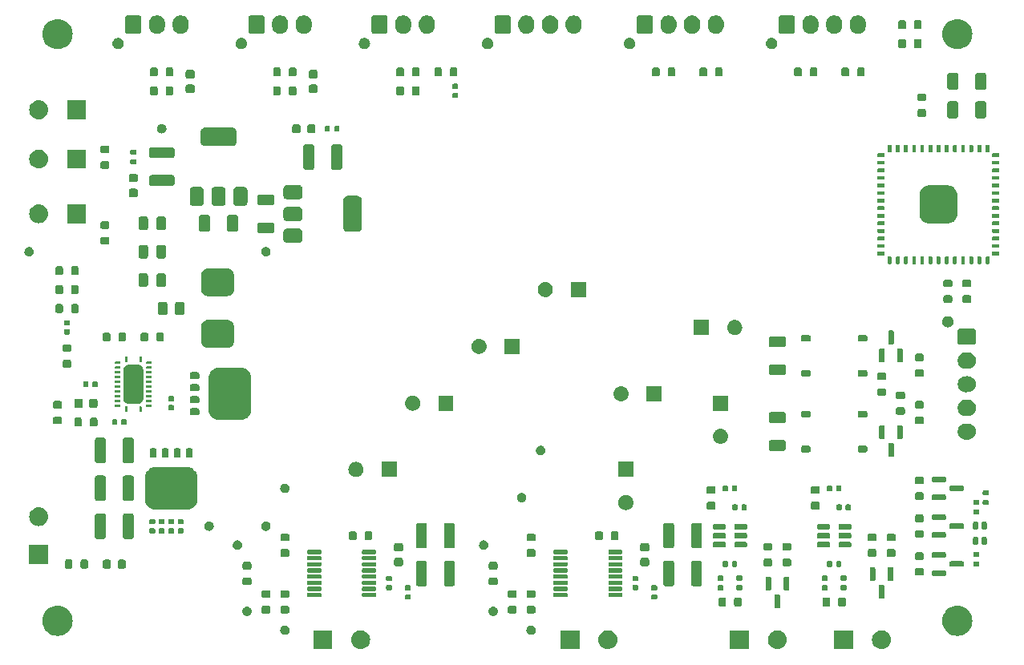
<source format=gts>
%TF.GenerationSoftware,KiCad,Pcbnew,8.0.2*%
%TF.CreationDate,2024-12-26T16:42:43-05:00*%
%TF.ProjectId,Column Controller,436f6c75-6d6e-4204-936f-6e74726f6c6c,rev?*%
%TF.SameCoordinates,Original*%
%TF.FileFunction,Soldermask,Top*%
%TF.FilePolarity,Negative*%
%FSLAX46Y46*%
G04 Gerber Fmt 4.6, Leading zero omitted, Abs format (unit mm)*
G04 Created by KiCad (PCBNEW 8.0.2) date 2024-12-26 16:42:43*
%MOMM*%
%LPD*%
G01*
G04 APERTURE LIST*
G04 APERTURE END LIST*
G36*
X114000000Y-148000000D02*
G01*
X112000000Y-148000000D01*
X112000000Y-146000000D01*
X114000000Y-146000000D01*
X114000000Y-148000000D01*
G37*
G36*
X117195090Y-146019215D02*
G01*
X117382683Y-146076120D01*
X117555570Y-146168530D01*
X117707107Y-146292893D01*
X117831470Y-146444430D01*
X117923880Y-146617317D01*
X117980785Y-146804910D01*
X118000000Y-147000000D01*
X117980785Y-147195090D01*
X117923880Y-147382683D01*
X117831470Y-147555570D01*
X117707107Y-147707107D01*
X117555570Y-147831470D01*
X117382683Y-147923880D01*
X117195090Y-147980785D01*
X117000000Y-148000000D01*
X116804910Y-147980785D01*
X116617317Y-147923880D01*
X116444430Y-147831470D01*
X116292893Y-147707107D01*
X116168530Y-147555570D01*
X116076120Y-147382683D01*
X116019215Y-147195090D01*
X116000000Y-147000000D01*
X116019215Y-146804910D01*
X116076120Y-146617317D01*
X116168530Y-146444430D01*
X116292893Y-146292893D01*
X116444430Y-146168530D01*
X116617317Y-146076120D01*
X116804910Y-146019215D01*
X117000000Y-146000000D01*
X117195090Y-146019215D01*
G37*
G36*
X140100000Y-148000000D02*
G01*
X138100000Y-148000000D01*
X138100000Y-146000000D01*
X140100000Y-146000000D01*
X140100000Y-148000000D01*
G37*
G36*
X143295090Y-146019215D02*
G01*
X143482683Y-146076120D01*
X143655570Y-146168530D01*
X143807107Y-146292893D01*
X143931470Y-146444430D01*
X144023880Y-146617317D01*
X144080785Y-146804910D01*
X144100000Y-147000000D01*
X144080785Y-147195090D01*
X144023880Y-147382683D01*
X143931470Y-147555570D01*
X143807107Y-147707107D01*
X143655570Y-147831470D01*
X143482683Y-147923880D01*
X143295090Y-147980785D01*
X143100000Y-148000000D01*
X142904910Y-147980785D01*
X142717317Y-147923880D01*
X142544430Y-147831470D01*
X142392893Y-147707107D01*
X142268530Y-147555570D01*
X142176120Y-147382683D01*
X142119215Y-147195090D01*
X142100000Y-147000000D01*
X142119215Y-146804910D01*
X142176120Y-146617317D01*
X142268530Y-146444430D01*
X142392893Y-146292893D01*
X142544430Y-146168530D01*
X142717317Y-146076120D01*
X142904910Y-146019215D01*
X143100000Y-146000000D01*
X143295090Y-146019215D01*
G37*
G36*
X158000000Y-148000000D02*
G01*
X156000000Y-148000000D01*
X156000000Y-146000000D01*
X158000000Y-146000000D01*
X158000000Y-148000000D01*
G37*
G36*
X161195090Y-146019215D02*
G01*
X161382683Y-146076120D01*
X161555570Y-146168530D01*
X161707107Y-146292893D01*
X161831470Y-146444430D01*
X161923880Y-146617317D01*
X161980785Y-146804910D01*
X162000000Y-147000000D01*
X161980785Y-147195090D01*
X161923880Y-147382683D01*
X161831470Y-147555570D01*
X161707107Y-147707107D01*
X161555570Y-147831470D01*
X161382683Y-147923880D01*
X161195090Y-147980785D01*
X161000000Y-148000000D01*
X160804910Y-147980785D01*
X160617317Y-147923880D01*
X160444430Y-147831470D01*
X160292893Y-147707107D01*
X160168530Y-147555570D01*
X160076120Y-147382683D01*
X160019215Y-147195090D01*
X160000000Y-147000000D01*
X160019215Y-146804910D01*
X160076120Y-146617317D01*
X160168530Y-146444430D01*
X160292893Y-146292893D01*
X160444430Y-146168530D01*
X160617317Y-146076120D01*
X160804910Y-146019215D01*
X161000000Y-146000000D01*
X161195090Y-146019215D01*
G37*
G36*
X169000000Y-148000000D02*
G01*
X167000000Y-148000000D01*
X167000000Y-146000000D01*
X169000000Y-146000000D01*
X169000000Y-148000000D01*
G37*
G36*
X172195090Y-146019215D02*
G01*
X172382683Y-146076120D01*
X172555570Y-146168530D01*
X172707107Y-146292893D01*
X172831470Y-146444430D01*
X172923880Y-146617317D01*
X172980785Y-146804910D01*
X173000000Y-147000000D01*
X172980785Y-147195090D01*
X172923880Y-147382683D01*
X172831470Y-147555570D01*
X172707107Y-147707107D01*
X172555570Y-147831470D01*
X172382683Y-147923880D01*
X172195090Y-147980785D01*
X172000000Y-148000000D01*
X171804910Y-147980785D01*
X171617317Y-147923880D01*
X171444430Y-147831470D01*
X171292893Y-147707107D01*
X171168530Y-147555570D01*
X171076120Y-147382683D01*
X171019215Y-147195090D01*
X171000000Y-147000000D01*
X171019215Y-146804910D01*
X171076120Y-146617317D01*
X171168530Y-146444430D01*
X171292893Y-146292893D01*
X171444430Y-146168530D01*
X171617317Y-146076120D01*
X171804910Y-146019215D01*
X172000000Y-146000000D01*
X172195090Y-146019215D01*
G37*
G36*
X85250295Y-143419699D02*
G01*
X85494427Y-143478310D01*
X85726385Y-143574390D01*
X85940456Y-143705573D01*
X86131371Y-143868629D01*
X86294427Y-144059544D01*
X86425610Y-144273615D01*
X86521690Y-144505573D01*
X86580301Y-144749705D01*
X86600000Y-145000000D01*
X86580301Y-145250295D01*
X86521690Y-145494427D01*
X86425610Y-145726385D01*
X86294427Y-145940456D01*
X86131371Y-146131371D01*
X85940456Y-146294427D01*
X85726385Y-146425610D01*
X85494427Y-146521690D01*
X85250295Y-146580301D01*
X85000000Y-146600000D01*
X84749705Y-146580301D01*
X84505573Y-146521690D01*
X84273615Y-146425610D01*
X84059544Y-146294427D01*
X83868629Y-146131371D01*
X83705573Y-145940456D01*
X83574390Y-145726385D01*
X83478310Y-145494427D01*
X83419699Y-145250295D01*
X83400000Y-145000000D01*
X83419699Y-144749705D01*
X83478310Y-144505573D01*
X83574390Y-144273615D01*
X83705573Y-144059544D01*
X83868629Y-143868629D01*
X84059544Y-143705573D01*
X84273615Y-143574390D01*
X84505573Y-143478310D01*
X84749705Y-143419699D01*
X85000000Y-143400000D01*
X85250295Y-143419699D01*
G37*
G36*
X180250295Y-143419699D02*
G01*
X180494427Y-143478310D01*
X180726385Y-143574390D01*
X180940456Y-143705573D01*
X181131371Y-143868629D01*
X181294427Y-144059544D01*
X181425610Y-144273615D01*
X181521690Y-144505573D01*
X181580301Y-144749705D01*
X181600000Y-145000000D01*
X181580301Y-145250295D01*
X181521690Y-145494427D01*
X181425610Y-145726385D01*
X181294427Y-145940456D01*
X181131371Y-146131371D01*
X180940456Y-146294427D01*
X180726385Y-146425610D01*
X180494427Y-146521690D01*
X180250295Y-146580301D01*
X180000000Y-146600000D01*
X179749705Y-146580301D01*
X179505573Y-146521690D01*
X179273615Y-146425610D01*
X179059544Y-146294427D01*
X178868629Y-146131371D01*
X178705573Y-145940456D01*
X178574390Y-145726385D01*
X178478310Y-145494427D01*
X178419699Y-145250295D01*
X178400000Y-145000000D01*
X178419699Y-144749705D01*
X178478310Y-144505573D01*
X178574390Y-144273615D01*
X178705573Y-144059544D01*
X178868629Y-143868629D01*
X179059544Y-143705573D01*
X179273615Y-143574390D01*
X179505573Y-143478310D01*
X179749705Y-143419699D01*
X180000000Y-143400000D01*
X180250295Y-143419699D01*
G37*
G36*
X109035381Y-145505089D02*
G01*
X109071157Y-145505089D01*
X109100235Y-145513627D01*
X109129296Y-145517453D01*
X109168332Y-145533622D01*
X109207708Y-145545184D01*
X109228491Y-145558540D01*
X109249783Y-145567360D01*
X109288798Y-145597297D01*
X109327430Y-145622125D01*
X109339883Y-145636497D01*
X109353249Y-145646753D01*
X109387899Y-145691910D01*
X109420627Y-145729680D01*
X109426134Y-145741738D01*
X109432638Y-145750215D01*
X109458322Y-145812222D01*
X109479746Y-145859134D01*
X109480805Y-145866500D01*
X109482546Y-145870703D01*
X109494880Y-145964390D01*
X109500000Y-146000000D01*
X109494879Y-146035612D01*
X109482546Y-146129296D01*
X109480805Y-146133498D01*
X109479746Y-146140866D01*
X109458321Y-146187780D01*
X109432639Y-146249783D01*
X109426134Y-146258259D01*
X109420627Y-146270320D01*
X109387887Y-146308103D01*
X109353247Y-146353247D01*
X109339887Y-146363498D01*
X109327430Y-146377875D01*
X109288788Y-146402708D01*
X109249783Y-146432639D01*
X109228496Y-146441456D01*
X109207708Y-146454816D01*
X109168323Y-146466380D01*
X109129296Y-146482546D01*
X109100241Y-146486371D01*
X109071157Y-146494911D01*
X109035374Y-146494911D01*
X109000000Y-146499568D01*
X108964626Y-146494911D01*
X108928843Y-146494911D01*
X108899759Y-146486371D01*
X108870703Y-146482546D01*
X108831672Y-146466379D01*
X108792292Y-146454816D01*
X108771505Y-146441457D01*
X108750216Y-146432639D01*
X108711204Y-146402704D01*
X108672570Y-146377875D01*
X108660114Y-146363500D01*
X108646752Y-146353247D01*
X108612103Y-146308093D01*
X108579373Y-146270320D01*
X108573866Y-146258262D01*
X108567360Y-146249783D01*
X108541668Y-146187757D01*
X108520254Y-146140866D01*
X108519195Y-146133502D01*
X108517453Y-146129296D01*
X108505108Y-146035529D01*
X108500000Y-146000000D01*
X108505108Y-145964473D01*
X108517453Y-145870703D01*
X108519195Y-145866496D01*
X108520254Y-145859134D01*
X108541666Y-145812245D01*
X108567361Y-145750215D01*
X108573867Y-145741735D01*
X108579373Y-145729680D01*
X108612089Y-145691923D01*
X108646751Y-145646751D01*
X108660120Y-145636491D01*
X108672570Y-145622125D01*
X108711192Y-145597303D01*
X108750215Y-145567361D01*
X108771508Y-145558541D01*
X108792292Y-145545184D01*
X108831665Y-145533622D01*
X108870703Y-145517453D01*
X108899765Y-145513626D01*
X108928843Y-145505089D01*
X108964618Y-145505089D01*
X109000000Y-145500431D01*
X109035381Y-145505089D01*
G37*
G36*
X135035381Y-145505089D02*
G01*
X135071157Y-145505089D01*
X135100235Y-145513627D01*
X135129296Y-145517453D01*
X135168332Y-145533622D01*
X135207708Y-145545184D01*
X135228491Y-145558540D01*
X135249783Y-145567360D01*
X135288798Y-145597297D01*
X135327430Y-145622125D01*
X135339883Y-145636497D01*
X135353249Y-145646753D01*
X135387899Y-145691910D01*
X135420627Y-145729680D01*
X135426134Y-145741738D01*
X135432638Y-145750215D01*
X135458322Y-145812222D01*
X135479746Y-145859134D01*
X135480805Y-145866500D01*
X135482546Y-145870703D01*
X135494880Y-145964390D01*
X135500000Y-146000000D01*
X135494879Y-146035612D01*
X135482546Y-146129296D01*
X135480805Y-146133498D01*
X135479746Y-146140866D01*
X135458321Y-146187780D01*
X135432639Y-146249783D01*
X135426134Y-146258259D01*
X135420627Y-146270320D01*
X135387887Y-146308103D01*
X135353247Y-146353247D01*
X135339887Y-146363498D01*
X135327430Y-146377875D01*
X135288788Y-146402708D01*
X135249783Y-146432639D01*
X135228496Y-146441456D01*
X135207708Y-146454816D01*
X135168323Y-146466380D01*
X135129296Y-146482546D01*
X135100241Y-146486371D01*
X135071157Y-146494911D01*
X135035374Y-146494911D01*
X135000000Y-146499568D01*
X134964626Y-146494911D01*
X134928843Y-146494911D01*
X134899759Y-146486371D01*
X134870703Y-146482546D01*
X134831672Y-146466379D01*
X134792292Y-146454816D01*
X134771505Y-146441457D01*
X134750216Y-146432639D01*
X134711204Y-146402704D01*
X134672570Y-146377875D01*
X134660114Y-146363500D01*
X134646752Y-146353247D01*
X134612103Y-146308093D01*
X134579373Y-146270320D01*
X134573866Y-146258262D01*
X134567360Y-146249783D01*
X134541668Y-146187757D01*
X134520254Y-146140866D01*
X134519195Y-146133502D01*
X134517453Y-146129296D01*
X134505108Y-146035529D01*
X134500000Y-146000000D01*
X134505108Y-145964473D01*
X134517453Y-145870703D01*
X134519195Y-145866496D01*
X134520254Y-145859134D01*
X134541666Y-145812245D01*
X134567361Y-145750215D01*
X134573867Y-145741735D01*
X134579373Y-145729680D01*
X134612089Y-145691923D01*
X134646751Y-145646751D01*
X134660120Y-145636491D01*
X134672570Y-145622125D01*
X134711192Y-145597303D01*
X134750215Y-145567361D01*
X134771508Y-145558541D01*
X134792292Y-145545184D01*
X134831665Y-145533622D01*
X134870703Y-145517453D01*
X134899765Y-145513626D01*
X134928843Y-145505089D01*
X134964618Y-145505089D01*
X135000000Y-145500431D01*
X135035381Y-145505089D01*
G37*
G36*
X105035381Y-143505089D02*
G01*
X105071157Y-143505089D01*
X105100235Y-143513627D01*
X105129296Y-143517453D01*
X105168332Y-143533622D01*
X105207708Y-143545184D01*
X105228491Y-143558540D01*
X105249783Y-143567360D01*
X105288798Y-143597297D01*
X105327430Y-143622125D01*
X105339883Y-143636497D01*
X105353249Y-143646753D01*
X105387899Y-143691910D01*
X105420627Y-143729680D01*
X105426134Y-143741738D01*
X105432638Y-143750215D01*
X105458322Y-143812222D01*
X105479746Y-143859134D01*
X105480805Y-143866500D01*
X105482546Y-143870703D01*
X105494880Y-143964390D01*
X105500000Y-144000000D01*
X105494879Y-144035612D01*
X105482546Y-144129296D01*
X105480805Y-144133498D01*
X105479746Y-144140866D01*
X105458321Y-144187780D01*
X105432639Y-144249783D01*
X105426134Y-144258259D01*
X105420627Y-144270320D01*
X105387887Y-144308103D01*
X105353247Y-144353247D01*
X105339887Y-144363498D01*
X105327430Y-144377875D01*
X105288788Y-144402708D01*
X105249783Y-144432639D01*
X105228496Y-144441456D01*
X105207708Y-144454816D01*
X105168323Y-144466380D01*
X105129296Y-144482546D01*
X105100241Y-144486371D01*
X105071157Y-144494911D01*
X105035374Y-144494911D01*
X105000000Y-144499568D01*
X104964626Y-144494911D01*
X104928843Y-144494911D01*
X104899759Y-144486371D01*
X104870703Y-144482546D01*
X104831672Y-144466379D01*
X104792292Y-144454816D01*
X104771505Y-144441457D01*
X104750216Y-144432639D01*
X104711204Y-144402704D01*
X104672570Y-144377875D01*
X104660114Y-144363500D01*
X104646752Y-144353247D01*
X104612103Y-144308093D01*
X104579373Y-144270320D01*
X104573866Y-144258262D01*
X104567360Y-144249783D01*
X104541668Y-144187757D01*
X104520254Y-144140866D01*
X104519195Y-144133502D01*
X104517453Y-144129296D01*
X104505108Y-144035529D01*
X104500000Y-144000000D01*
X104505108Y-143964473D01*
X104517453Y-143870703D01*
X104519195Y-143866496D01*
X104520254Y-143859134D01*
X104541666Y-143812245D01*
X104567361Y-143750215D01*
X104573867Y-143741735D01*
X104579373Y-143729680D01*
X104612089Y-143691923D01*
X104646751Y-143646751D01*
X104660120Y-143636491D01*
X104672570Y-143622125D01*
X104711192Y-143597303D01*
X104750215Y-143567361D01*
X104771508Y-143558541D01*
X104792292Y-143545184D01*
X104831665Y-143533622D01*
X104870703Y-143517453D01*
X104899765Y-143513626D01*
X104928843Y-143505089D01*
X104964618Y-143505089D01*
X105000000Y-143500431D01*
X105035381Y-143505089D01*
G37*
G36*
X131035381Y-143505089D02*
G01*
X131071157Y-143505089D01*
X131100235Y-143513627D01*
X131129296Y-143517453D01*
X131168332Y-143533622D01*
X131207708Y-143545184D01*
X131228491Y-143558540D01*
X131249783Y-143567360D01*
X131288798Y-143597297D01*
X131327430Y-143622125D01*
X131339883Y-143636497D01*
X131353249Y-143646753D01*
X131387899Y-143691910D01*
X131420627Y-143729680D01*
X131426134Y-143741738D01*
X131432638Y-143750215D01*
X131458322Y-143812222D01*
X131479746Y-143859134D01*
X131480805Y-143866500D01*
X131482546Y-143870703D01*
X131494880Y-143964390D01*
X131500000Y-144000000D01*
X131494879Y-144035612D01*
X131482546Y-144129296D01*
X131480805Y-144133498D01*
X131479746Y-144140866D01*
X131458321Y-144187780D01*
X131432639Y-144249783D01*
X131426134Y-144258259D01*
X131420627Y-144270320D01*
X131387887Y-144308103D01*
X131353247Y-144353247D01*
X131339887Y-144363498D01*
X131327430Y-144377875D01*
X131288788Y-144402708D01*
X131249783Y-144432639D01*
X131228496Y-144441456D01*
X131207708Y-144454816D01*
X131168323Y-144466380D01*
X131129296Y-144482546D01*
X131100241Y-144486371D01*
X131071157Y-144494911D01*
X131035374Y-144494911D01*
X131000000Y-144499568D01*
X130964626Y-144494911D01*
X130928843Y-144494911D01*
X130899759Y-144486371D01*
X130870703Y-144482546D01*
X130831672Y-144466379D01*
X130792292Y-144454816D01*
X130771505Y-144441457D01*
X130750216Y-144432639D01*
X130711204Y-144402704D01*
X130672570Y-144377875D01*
X130660114Y-144363500D01*
X130646752Y-144353247D01*
X130612103Y-144308093D01*
X130579373Y-144270320D01*
X130573866Y-144258262D01*
X130567360Y-144249783D01*
X130541668Y-144187757D01*
X130520254Y-144140866D01*
X130519195Y-144133502D01*
X130517453Y-144129296D01*
X130505108Y-144035529D01*
X130500000Y-144000000D01*
X130505108Y-143964473D01*
X130517453Y-143870703D01*
X130519195Y-143866496D01*
X130520254Y-143859134D01*
X130541666Y-143812245D01*
X130567361Y-143750215D01*
X130573867Y-143741735D01*
X130579373Y-143729680D01*
X130612089Y-143691923D01*
X130646751Y-143646751D01*
X130660120Y-143636491D01*
X130672570Y-143622125D01*
X130711192Y-143597303D01*
X130750215Y-143567361D01*
X130771508Y-143558541D01*
X130792292Y-143545184D01*
X130831665Y-143533622D01*
X130870703Y-143517453D01*
X130899765Y-143513626D01*
X130928843Y-143505089D01*
X130964618Y-143505089D01*
X131000000Y-143500431D01*
X131035381Y-143505089D01*
G37*
G36*
X107351537Y-143440224D02*
G01*
X107416421Y-143483579D01*
X107459776Y-143548463D01*
X107475000Y-143625000D01*
X107475000Y-144025000D01*
X107459776Y-144101537D01*
X107416421Y-144166421D01*
X107351537Y-144209776D01*
X107275000Y-144225000D01*
X106725000Y-144225000D01*
X106648463Y-144209776D01*
X106583579Y-144166421D01*
X106540224Y-144101537D01*
X106525000Y-144025000D01*
X106525000Y-143625000D01*
X106540224Y-143548463D01*
X106583579Y-143483579D01*
X106648463Y-143440224D01*
X106725000Y-143425000D01*
X107275000Y-143425000D01*
X107351537Y-143440224D01*
G37*
G36*
X109351537Y-143440224D02*
G01*
X109416421Y-143483579D01*
X109459776Y-143548463D01*
X109475000Y-143625000D01*
X109475000Y-144025000D01*
X109459776Y-144101537D01*
X109416421Y-144166421D01*
X109351537Y-144209776D01*
X109275000Y-144225000D01*
X108725000Y-144225000D01*
X108648463Y-144209776D01*
X108583579Y-144166421D01*
X108540224Y-144101537D01*
X108525000Y-144025000D01*
X108525000Y-143625000D01*
X108540224Y-143548463D01*
X108583579Y-143483579D01*
X108648463Y-143440224D01*
X108725000Y-143425000D01*
X109275000Y-143425000D01*
X109351537Y-143440224D01*
G37*
G36*
X133351537Y-143440224D02*
G01*
X133416421Y-143483579D01*
X133459776Y-143548463D01*
X133475000Y-143625000D01*
X133475000Y-144025000D01*
X133459776Y-144101537D01*
X133416421Y-144166421D01*
X133351537Y-144209776D01*
X133275000Y-144225000D01*
X132725000Y-144225000D01*
X132648463Y-144209776D01*
X132583579Y-144166421D01*
X132540224Y-144101537D01*
X132525000Y-144025000D01*
X132525000Y-143625000D01*
X132540224Y-143548463D01*
X132583579Y-143483579D01*
X132648463Y-143440224D01*
X132725000Y-143425000D01*
X133275000Y-143425000D01*
X133351537Y-143440224D01*
G37*
G36*
X135351537Y-143440224D02*
G01*
X135416421Y-143483579D01*
X135459776Y-143548463D01*
X135475000Y-143625000D01*
X135475000Y-144025000D01*
X135459776Y-144101537D01*
X135416421Y-144166421D01*
X135351537Y-144209776D01*
X135275000Y-144225000D01*
X134725000Y-144225000D01*
X134648463Y-144209776D01*
X134583579Y-144166421D01*
X134540224Y-144101537D01*
X134525000Y-144025000D01*
X134525000Y-143625000D01*
X134540224Y-143548463D01*
X134583579Y-143483579D01*
X134648463Y-143440224D01*
X134725000Y-143425000D01*
X135275000Y-143425000D01*
X135351537Y-143440224D01*
G37*
G36*
X161207403Y-142211418D02*
G01*
X161256066Y-142243934D01*
X161288582Y-142292597D01*
X161300000Y-142350000D01*
X161300000Y-143525000D01*
X161288582Y-143582403D01*
X161256066Y-143631066D01*
X161207403Y-143663582D01*
X161150000Y-143675000D01*
X160850000Y-143675000D01*
X160792597Y-143663582D01*
X160743934Y-143631066D01*
X160711418Y-143582403D01*
X160700000Y-143525000D01*
X160700000Y-142350000D01*
X160711418Y-142292597D01*
X160743934Y-142243934D01*
X160792597Y-142211418D01*
X160850000Y-142200000D01*
X161150000Y-142200000D01*
X161207403Y-142211418D01*
G37*
G36*
X155451537Y-142540224D02*
G01*
X155516421Y-142583579D01*
X155559776Y-142648463D01*
X155575000Y-142725000D01*
X155575000Y-143275000D01*
X155559776Y-143351537D01*
X155516421Y-143416421D01*
X155451537Y-143459776D01*
X155375000Y-143475000D01*
X154975000Y-143475000D01*
X154898463Y-143459776D01*
X154833579Y-143416421D01*
X154790224Y-143351537D01*
X154775000Y-143275000D01*
X154775000Y-142725000D01*
X154790224Y-142648463D01*
X154833579Y-142583579D01*
X154898463Y-142540224D01*
X154975000Y-142525000D01*
X155375000Y-142525000D01*
X155451537Y-142540224D01*
G37*
G36*
X157101537Y-142540224D02*
G01*
X157166421Y-142583579D01*
X157209776Y-142648463D01*
X157225000Y-142725000D01*
X157225000Y-143275000D01*
X157209776Y-143351537D01*
X157166421Y-143416421D01*
X157101537Y-143459776D01*
X157025000Y-143475000D01*
X156625000Y-143475000D01*
X156548463Y-143459776D01*
X156483579Y-143416421D01*
X156440224Y-143351537D01*
X156425000Y-143275000D01*
X156425000Y-142725000D01*
X156440224Y-142648463D01*
X156483579Y-142583579D01*
X156548463Y-142540224D01*
X156625000Y-142525000D01*
X157025000Y-142525000D01*
X157101537Y-142540224D01*
G37*
G36*
X166451537Y-142540224D02*
G01*
X166516421Y-142583579D01*
X166559776Y-142648463D01*
X166575000Y-142725000D01*
X166575000Y-143275000D01*
X166559776Y-143351537D01*
X166516421Y-143416421D01*
X166451537Y-143459776D01*
X166375000Y-143475000D01*
X165975000Y-143475000D01*
X165898463Y-143459776D01*
X165833579Y-143416421D01*
X165790224Y-143351537D01*
X165775000Y-143275000D01*
X165775000Y-142725000D01*
X165790224Y-142648463D01*
X165833579Y-142583579D01*
X165898463Y-142540224D01*
X165975000Y-142525000D01*
X166375000Y-142525000D01*
X166451537Y-142540224D01*
G37*
G36*
X168101537Y-142540224D02*
G01*
X168166421Y-142583579D01*
X168209776Y-142648463D01*
X168225000Y-142725000D01*
X168225000Y-143275000D01*
X168209776Y-143351537D01*
X168166421Y-143416421D01*
X168101537Y-143459776D01*
X168025000Y-143475000D01*
X167625000Y-143475000D01*
X167548463Y-143459776D01*
X167483579Y-143416421D01*
X167440224Y-143351537D01*
X167425000Y-143275000D01*
X167425000Y-142725000D01*
X167440224Y-142648463D01*
X167483579Y-142583579D01*
X167548463Y-142540224D01*
X167625000Y-142525000D01*
X168025000Y-142525000D01*
X168101537Y-142540224D01*
G37*
G36*
X122223576Y-142210657D02*
G01*
X122268995Y-142241005D01*
X122299343Y-142286424D01*
X122310000Y-142340000D01*
X122310000Y-142620000D01*
X122299343Y-142673576D01*
X122268995Y-142718995D01*
X122223576Y-142749343D01*
X122170000Y-142760000D01*
X121830000Y-142760000D01*
X121776424Y-142749343D01*
X121731005Y-142718995D01*
X121700657Y-142673576D01*
X121690000Y-142620000D01*
X121690000Y-142340000D01*
X121700657Y-142286424D01*
X121731005Y-142241005D01*
X121776424Y-142210657D01*
X121830000Y-142200000D01*
X122170000Y-142200000D01*
X122223576Y-142210657D01*
G37*
G36*
X148223576Y-142210657D02*
G01*
X148268995Y-142241005D01*
X148299343Y-142286424D01*
X148310000Y-142340000D01*
X148310000Y-142620000D01*
X148299343Y-142673576D01*
X148268995Y-142718995D01*
X148223576Y-142749343D01*
X148170000Y-142760000D01*
X147830000Y-142760000D01*
X147776424Y-142749343D01*
X147731005Y-142718995D01*
X147700657Y-142673576D01*
X147690000Y-142620000D01*
X147690000Y-142340000D01*
X147700657Y-142286424D01*
X147731005Y-142241005D01*
X147776424Y-142210657D01*
X147830000Y-142200000D01*
X148170000Y-142200000D01*
X148223576Y-142210657D01*
G37*
G36*
X172207403Y-141211418D02*
G01*
X172256066Y-141243934D01*
X172288582Y-141292597D01*
X172300000Y-141350000D01*
X172300000Y-142525000D01*
X172288582Y-142582403D01*
X172256066Y-142631066D01*
X172207403Y-142663582D01*
X172150000Y-142675000D01*
X171850000Y-142675000D01*
X171792597Y-142663582D01*
X171743934Y-142631066D01*
X171711418Y-142582403D01*
X171700000Y-142525000D01*
X171700000Y-141350000D01*
X171711418Y-141292597D01*
X171743934Y-141243934D01*
X171792597Y-141211418D01*
X171850000Y-141200000D01*
X172150000Y-141200000D01*
X172207403Y-141211418D01*
G37*
G36*
X107351537Y-141790224D02*
G01*
X107416421Y-141833579D01*
X107459776Y-141898463D01*
X107475000Y-141975000D01*
X107475000Y-142375000D01*
X107459776Y-142451537D01*
X107416421Y-142516421D01*
X107351537Y-142559776D01*
X107275000Y-142575000D01*
X106725000Y-142575000D01*
X106648463Y-142559776D01*
X106583579Y-142516421D01*
X106540224Y-142451537D01*
X106525000Y-142375000D01*
X106525000Y-141975000D01*
X106540224Y-141898463D01*
X106583579Y-141833579D01*
X106648463Y-141790224D01*
X106725000Y-141775000D01*
X107275000Y-141775000D01*
X107351537Y-141790224D01*
G37*
G36*
X109351537Y-141790224D02*
G01*
X109416421Y-141833579D01*
X109459776Y-141898463D01*
X109475000Y-141975000D01*
X109475000Y-142375000D01*
X109459776Y-142451537D01*
X109416421Y-142516421D01*
X109351537Y-142559776D01*
X109275000Y-142575000D01*
X108725000Y-142575000D01*
X108648463Y-142559776D01*
X108583579Y-142516421D01*
X108540224Y-142451537D01*
X108525000Y-142375000D01*
X108525000Y-141975000D01*
X108540224Y-141898463D01*
X108583579Y-141833579D01*
X108648463Y-141790224D01*
X108725000Y-141775000D01*
X109275000Y-141775000D01*
X109351537Y-141790224D01*
G37*
G36*
X133351537Y-141790224D02*
G01*
X133416421Y-141833579D01*
X133459776Y-141898463D01*
X133475000Y-141975000D01*
X133475000Y-142375000D01*
X133459776Y-142451537D01*
X133416421Y-142516421D01*
X133351537Y-142559776D01*
X133275000Y-142575000D01*
X132725000Y-142575000D01*
X132648463Y-142559776D01*
X132583579Y-142516421D01*
X132540224Y-142451537D01*
X132525000Y-142375000D01*
X132525000Y-141975000D01*
X132540224Y-141898463D01*
X132583579Y-141833579D01*
X132648463Y-141790224D01*
X132725000Y-141775000D01*
X133275000Y-141775000D01*
X133351537Y-141790224D01*
G37*
G36*
X135351537Y-141790224D02*
G01*
X135416421Y-141833579D01*
X135459776Y-141898463D01*
X135475000Y-141975000D01*
X135475000Y-142375000D01*
X135459776Y-142451537D01*
X135416421Y-142516421D01*
X135351537Y-142559776D01*
X135275000Y-142575000D01*
X134725000Y-142575000D01*
X134648463Y-142559776D01*
X134583579Y-142516421D01*
X134540224Y-142451537D01*
X134525000Y-142375000D01*
X134525000Y-141975000D01*
X134540224Y-141898463D01*
X134583579Y-141833579D01*
X134648463Y-141790224D01*
X134725000Y-141775000D01*
X135275000Y-141775000D01*
X135351537Y-141790224D01*
G37*
G36*
X112780552Y-142058564D02*
G01*
X112817050Y-142082950D01*
X112841436Y-142119448D01*
X112850000Y-142162500D01*
X112850000Y-142387500D01*
X112841436Y-142430552D01*
X112817050Y-142467050D01*
X112780552Y-142491436D01*
X112737500Y-142500000D01*
X111462500Y-142500000D01*
X111419448Y-142491436D01*
X111382950Y-142467050D01*
X111358564Y-142430552D01*
X111350000Y-142387500D01*
X111350000Y-142162500D01*
X111358564Y-142119448D01*
X111382950Y-142082950D01*
X111419448Y-142058564D01*
X111462500Y-142050000D01*
X112737500Y-142050000D01*
X112780552Y-142058564D01*
G37*
G36*
X118580552Y-142058564D02*
G01*
X118617050Y-142082950D01*
X118641436Y-142119448D01*
X118650000Y-142162500D01*
X118650000Y-142387500D01*
X118641436Y-142430552D01*
X118617050Y-142467050D01*
X118580552Y-142491436D01*
X118537500Y-142500000D01*
X117262500Y-142500000D01*
X117219448Y-142491436D01*
X117182950Y-142467050D01*
X117158564Y-142430552D01*
X117150000Y-142387500D01*
X117150000Y-142162500D01*
X117158564Y-142119448D01*
X117182950Y-142082950D01*
X117219448Y-142058564D01*
X117262500Y-142050000D01*
X118537500Y-142050000D01*
X118580552Y-142058564D01*
G37*
G36*
X138780552Y-142058564D02*
G01*
X138817050Y-142082950D01*
X138841436Y-142119448D01*
X138850000Y-142162500D01*
X138850000Y-142387500D01*
X138841436Y-142430552D01*
X138817050Y-142467050D01*
X138780552Y-142491436D01*
X138737500Y-142500000D01*
X137462500Y-142500000D01*
X137419448Y-142491436D01*
X137382950Y-142467050D01*
X137358564Y-142430552D01*
X137350000Y-142387500D01*
X137350000Y-142162500D01*
X137358564Y-142119448D01*
X137382950Y-142082950D01*
X137419448Y-142058564D01*
X137462500Y-142050000D01*
X138737500Y-142050000D01*
X138780552Y-142058564D01*
G37*
G36*
X144580552Y-142058564D02*
G01*
X144617050Y-142082950D01*
X144641436Y-142119448D01*
X144650000Y-142162500D01*
X144650000Y-142387500D01*
X144641436Y-142430552D01*
X144617050Y-142467050D01*
X144580552Y-142491436D01*
X144537500Y-142500000D01*
X143262500Y-142500000D01*
X143219448Y-142491436D01*
X143182950Y-142467050D01*
X143158564Y-142430552D01*
X143150000Y-142387500D01*
X143150000Y-142162500D01*
X143158564Y-142119448D01*
X143182950Y-142082950D01*
X143219448Y-142058564D01*
X143262500Y-142050000D01*
X144537500Y-142050000D01*
X144580552Y-142058564D01*
G37*
G36*
X112780552Y-141408564D02*
G01*
X112817050Y-141432950D01*
X112841436Y-141469448D01*
X112850000Y-141512500D01*
X112850000Y-141737500D01*
X112841436Y-141780552D01*
X112817050Y-141817050D01*
X112780552Y-141841436D01*
X112737500Y-141850000D01*
X111462500Y-141850000D01*
X111419448Y-141841436D01*
X111382950Y-141817050D01*
X111358564Y-141780552D01*
X111350000Y-141737500D01*
X111350000Y-141512500D01*
X111358564Y-141469448D01*
X111382950Y-141432950D01*
X111419448Y-141408564D01*
X111462500Y-141400000D01*
X112737500Y-141400000D01*
X112780552Y-141408564D01*
G37*
G36*
X118580552Y-141408564D02*
G01*
X118617050Y-141432950D01*
X118641436Y-141469448D01*
X118650000Y-141512500D01*
X118650000Y-141737500D01*
X118641436Y-141780552D01*
X118617050Y-141817050D01*
X118580552Y-141841436D01*
X118537500Y-141850000D01*
X117262500Y-141850000D01*
X117219448Y-141841436D01*
X117182950Y-141817050D01*
X117158564Y-141780552D01*
X117150000Y-141737500D01*
X117150000Y-141512500D01*
X117158564Y-141469448D01*
X117182950Y-141432950D01*
X117219448Y-141408564D01*
X117262500Y-141400000D01*
X118537500Y-141400000D01*
X118580552Y-141408564D01*
G37*
G36*
X138780552Y-141408564D02*
G01*
X138817050Y-141432950D01*
X138841436Y-141469448D01*
X138850000Y-141512500D01*
X138850000Y-141737500D01*
X138841436Y-141780552D01*
X138817050Y-141817050D01*
X138780552Y-141841436D01*
X138737500Y-141850000D01*
X137462500Y-141850000D01*
X137419448Y-141841436D01*
X137382950Y-141817050D01*
X137358564Y-141780552D01*
X137350000Y-141737500D01*
X137350000Y-141512500D01*
X137358564Y-141469448D01*
X137382950Y-141432950D01*
X137419448Y-141408564D01*
X137462500Y-141400000D01*
X138737500Y-141400000D01*
X138780552Y-141408564D01*
G37*
G36*
X144580552Y-141408564D02*
G01*
X144617050Y-141432950D01*
X144641436Y-141469448D01*
X144650000Y-141512500D01*
X144650000Y-141737500D01*
X144641436Y-141780552D01*
X144617050Y-141817050D01*
X144580552Y-141841436D01*
X144537500Y-141850000D01*
X143262500Y-141850000D01*
X143219448Y-141841436D01*
X143182950Y-141817050D01*
X143158564Y-141780552D01*
X143150000Y-141737500D01*
X143150000Y-141512500D01*
X143158564Y-141469448D01*
X143182950Y-141432950D01*
X143219448Y-141408564D01*
X143262500Y-141400000D01*
X144537500Y-141400000D01*
X144580552Y-141408564D01*
G37*
G36*
X122223576Y-141250657D02*
G01*
X122268995Y-141281005D01*
X122299343Y-141326424D01*
X122310000Y-141380000D01*
X122310000Y-141660000D01*
X122299343Y-141713576D01*
X122268995Y-141758995D01*
X122223576Y-141789343D01*
X122170000Y-141800000D01*
X121830000Y-141800000D01*
X121776424Y-141789343D01*
X121731005Y-141758995D01*
X121700657Y-141713576D01*
X121690000Y-141660000D01*
X121690000Y-141380000D01*
X121700657Y-141326424D01*
X121731005Y-141281005D01*
X121776424Y-141250657D01*
X121830000Y-141240000D01*
X122170000Y-141240000D01*
X122223576Y-141250657D01*
G37*
G36*
X148223576Y-141250657D02*
G01*
X148268995Y-141281005D01*
X148299343Y-141326424D01*
X148310000Y-141380000D01*
X148310000Y-141660000D01*
X148299343Y-141713576D01*
X148268995Y-141758995D01*
X148223576Y-141789343D01*
X148170000Y-141800000D01*
X147830000Y-141800000D01*
X147776424Y-141789343D01*
X147731005Y-141758995D01*
X147700657Y-141713576D01*
X147690000Y-141660000D01*
X147690000Y-141380000D01*
X147700657Y-141326424D01*
X147731005Y-141281005D01*
X147776424Y-141250657D01*
X147830000Y-141240000D01*
X148170000Y-141240000D01*
X148223576Y-141250657D01*
G37*
G36*
X160257403Y-140336418D02*
G01*
X160306066Y-140368934D01*
X160338582Y-140417597D01*
X160350000Y-140475000D01*
X160350000Y-141650000D01*
X160338582Y-141707403D01*
X160306066Y-141756066D01*
X160257403Y-141788582D01*
X160200000Y-141800000D01*
X159900000Y-141800000D01*
X159842597Y-141788582D01*
X159793934Y-141756066D01*
X159761418Y-141707403D01*
X159750000Y-141650000D01*
X159750000Y-140475000D01*
X159761418Y-140417597D01*
X159793934Y-140368934D01*
X159842597Y-140336418D01*
X159900000Y-140325000D01*
X160200000Y-140325000D01*
X160257403Y-140336418D01*
G37*
G36*
X162157403Y-140336418D02*
G01*
X162206066Y-140368934D01*
X162238582Y-140417597D01*
X162250000Y-140475000D01*
X162250000Y-141650000D01*
X162238582Y-141707403D01*
X162206066Y-141756066D01*
X162157403Y-141788582D01*
X162100000Y-141800000D01*
X161800000Y-141800000D01*
X161742597Y-141788582D01*
X161693934Y-141756066D01*
X161661418Y-141707403D01*
X161650000Y-141650000D01*
X161650000Y-140475000D01*
X161661418Y-140417597D01*
X161693934Y-140368934D01*
X161742597Y-140336418D01*
X161800000Y-140325000D01*
X162100000Y-140325000D01*
X162157403Y-140336418D01*
G37*
G36*
X155236662Y-141250276D02*
G01*
X155280459Y-141279541D01*
X155309724Y-141323338D01*
X155320000Y-141375000D01*
X155320000Y-141645000D01*
X155309724Y-141696662D01*
X155280459Y-141740459D01*
X155236662Y-141769724D01*
X155185000Y-141780000D01*
X154815000Y-141780000D01*
X154763338Y-141769724D01*
X154719541Y-141740459D01*
X154690276Y-141696662D01*
X154680000Y-141645000D01*
X154680000Y-141375000D01*
X154690276Y-141323338D01*
X154719541Y-141279541D01*
X154763338Y-141250276D01*
X154815000Y-141240000D01*
X155185000Y-141240000D01*
X155236662Y-141250276D01*
G37*
G36*
X157236662Y-141250276D02*
G01*
X157280459Y-141279541D01*
X157309724Y-141323338D01*
X157320000Y-141375000D01*
X157320000Y-141645000D01*
X157309724Y-141696662D01*
X157280459Y-141740459D01*
X157236662Y-141769724D01*
X157185000Y-141780000D01*
X156815000Y-141780000D01*
X156763338Y-141769724D01*
X156719541Y-141740459D01*
X156690276Y-141696662D01*
X156680000Y-141645000D01*
X156680000Y-141375000D01*
X156690276Y-141323338D01*
X156719541Y-141279541D01*
X156763338Y-141250276D01*
X156815000Y-141240000D01*
X157185000Y-141240000D01*
X157236662Y-141250276D01*
G37*
G36*
X166236662Y-141250276D02*
G01*
X166280459Y-141279541D01*
X166309724Y-141323338D01*
X166320000Y-141375000D01*
X166320000Y-141645000D01*
X166309724Y-141696662D01*
X166280459Y-141740459D01*
X166236662Y-141769724D01*
X166185000Y-141780000D01*
X165815000Y-141780000D01*
X165763338Y-141769724D01*
X165719541Y-141740459D01*
X165690276Y-141696662D01*
X165680000Y-141645000D01*
X165680000Y-141375000D01*
X165690276Y-141323338D01*
X165719541Y-141279541D01*
X165763338Y-141250276D01*
X165815000Y-141240000D01*
X166185000Y-141240000D01*
X166236662Y-141250276D01*
G37*
G36*
X168236662Y-141250276D02*
G01*
X168280459Y-141279541D01*
X168309724Y-141323338D01*
X168320000Y-141375000D01*
X168320000Y-141645000D01*
X168309724Y-141696662D01*
X168280459Y-141740459D01*
X168236662Y-141769724D01*
X168185000Y-141780000D01*
X167815000Y-141780000D01*
X167763338Y-141769724D01*
X167719541Y-141740459D01*
X167690276Y-141696662D01*
X167680000Y-141645000D01*
X167680000Y-141375000D01*
X167690276Y-141323338D01*
X167719541Y-141279541D01*
X167763338Y-141250276D01*
X167815000Y-141240000D01*
X168185000Y-141240000D01*
X168236662Y-141250276D01*
G37*
G36*
X120223576Y-141210657D02*
G01*
X120268995Y-141241005D01*
X120299343Y-141286424D01*
X120310000Y-141340000D01*
X120310000Y-141620000D01*
X120299343Y-141673576D01*
X120268995Y-141718995D01*
X120223576Y-141749343D01*
X120170000Y-141760000D01*
X119830000Y-141760000D01*
X119776424Y-141749343D01*
X119731005Y-141718995D01*
X119700657Y-141673576D01*
X119690000Y-141620000D01*
X119690000Y-141340000D01*
X119700657Y-141286424D01*
X119731005Y-141241005D01*
X119776424Y-141210657D01*
X119830000Y-141200000D01*
X120170000Y-141200000D01*
X120223576Y-141210657D01*
G37*
G36*
X146223576Y-141210657D02*
G01*
X146268995Y-141241005D01*
X146299343Y-141286424D01*
X146310000Y-141340000D01*
X146310000Y-141620000D01*
X146299343Y-141673576D01*
X146268995Y-141718995D01*
X146223576Y-141749343D01*
X146170000Y-141760000D01*
X145830000Y-141760000D01*
X145776424Y-141749343D01*
X145731005Y-141718995D01*
X145700657Y-141673576D01*
X145690000Y-141620000D01*
X145690000Y-141340000D01*
X145700657Y-141286424D01*
X145731005Y-141241005D01*
X145776424Y-141210657D01*
X145830000Y-141200000D01*
X146170000Y-141200000D01*
X146223576Y-141210657D01*
G37*
G36*
X123754047Y-138650805D02*
G01*
X123805408Y-138656764D01*
X123822954Y-138664511D01*
X123845671Y-138669030D01*
X123869991Y-138685280D01*
X123890793Y-138694465D01*
X123905000Y-138708672D01*
X123926777Y-138723223D01*
X123941327Y-138744999D01*
X123955534Y-138759206D01*
X123964718Y-138780006D01*
X123980970Y-138804329D01*
X123985489Y-138827048D01*
X123993235Y-138844591D01*
X123999192Y-138895940D01*
X124000000Y-138900000D01*
X124000000Y-141100000D01*
X123999192Y-141104059D01*
X123993235Y-141155408D01*
X123985489Y-141172950D01*
X123980970Y-141195671D01*
X123964716Y-141219995D01*
X123955534Y-141240793D01*
X123941329Y-141254997D01*
X123926777Y-141276777D01*
X123904997Y-141291329D01*
X123890793Y-141305534D01*
X123869995Y-141314716D01*
X123845671Y-141330970D01*
X123822950Y-141335489D01*
X123805408Y-141343235D01*
X123754061Y-141349192D01*
X123750000Y-141350000D01*
X123100000Y-141350000D01*
X123095941Y-141349192D01*
X123044591Y-141343235D01*
X123027048Y-141335489D01*
X123004329Y-141330970D01*
X122980006Y-141314718D01*
X122959206Y-141305534D01*
X122944999Y-141291327D01*
X122923223Y-141276777D01*
X122908672Y-141255000D01*
X122894465Y-141240793D01*
X122885280Y-141219991D01*
X122869030Y-141195671D01*
X122864511Y-141172954D01*
X122856764Y-141155408D01*
X122850805Y-141104049D01*
X122850000Y-141100000D01*
X122850000Y-138900000D01*
X122850804Y-138895953D01*
X122856764Y-138844591D01*
X122864511Y-138827043D01*
X122869030Y-138804329D01*
X122885278Y-138780010D01*
X122894465Y-138759206D01*
X122908674Y-138744996D01*
X122923223Y-138723223D01*
X122944996Y-138708674D01*
X122959206Y-138694465D01*
X122980010Y-138685278D01*
X123004329Y-138669030D01*
X123027043Y-138664511D01*
X123044591Y-138656764D01*
X123095952Y-138650805D01*
X123100000Y-138650000D01*
X123750000Y-138650000D01*
X123754047Y-138650805D01*
G37*
G36*
X126704047Y-138650805D02*
G01*
X126755408Y-138656764D01*
X126772954Y-138664511D01*
X126795671Y-138669030D01*
X126819991Y-138685280D01*
X126840793Y-138694465D01*
X126855000Y-138708672D01*
X126876777Y-138723223D01*
X126891327Y-138744999D01*
X126905534Y-138759206D01*
X126914718Y-138780006D01*
X126930970Y-138804329D01*
X126935489Y-138827048D01*
X126943235Y-138844591D01*
X126949192Y-138895940D01*
X126950000Y-138900000D01*
X126950000Y-141100000D01*
X126949192Y-141104059D01*
X126943235Y-141155408D01*
X126935489Y-141172950D01*
X126930970Y-141195671D01*
X126914716Y-141219995D01*
X126905534Y-141240793D01*
X126891329Y-141254997D01*
X126876777Y-141276777D01*
X126854997Y-141291329D01*
X126840793Y-141305534D01*
X126819995Y-141314716D01*
X126795671Y-141330970D01*
X126772950Y-141335489D01*
X126755408Y-141343235D01*
X126704061Y-141349192D01*
X126700000Y-141350000D01*
X126050000Y-141350000D01*
X126045941Y-141349192D01*
X125994591Y-141343235D01*
X125977048Y-141335489D01*
X125954329Y-141330970D01*
X125930006Y-141314718D01*
X125909206Y-141305534D01*
X125894999Y-141291327D01*
X125873223Y-141276777D01*
X125858672Y-141255000D01*
X125844465Y-141240793D01*
X125835280Y-141219991D01*
X125819030Y-141195671D01*
X125814511Y-141172954D01*
X125806764Y-141155408D01*
X125800805Y-141104049D01*
X125800000Y-141100000D01*
X125800000Y-138900000D01*
X125800804Y-138895953D01*
X125806764Y-138844591D01*
X125814511Y-138827043D01*
X125819030Y-138804329D01*
X125835278Y-138780010D01*
X125844465Y-138759206D01*
X125858674Y-138744996D01*
X125873223Y-138723223D01*
X125894996Y-138708674D01*
X125909206Y-138694465D01*
X125930010Y-138685278D01*
X125954329Y-138669030D01*
X125977043Y-138664511D01*
X125994591Y-138656764D01*
X126045952Y-138650805D01*
X126050000Y-138650000D01*
X126700000Y-138650000D01*
X126704047Y-138650805D01*
G37*
G36*
X149854047Y-138650805D02*
G01*
X149905408Y-138656764D01*
X149922954Y-138664511D01*
X149945671Y-138669030D01*
X149969991Y-138685280D01*
X149990793Y-138694465D01*
X150005000Y-138708672D01*
X150026777Y-138723223D01*
X150041327Y-138744999D01*
X150055534Y-138759206D01*
X150064718Y-138780006D01*
X150080970Y-138804329D01*
X150085489Y-138827048D01*
X150093235Y-138844591D01*
X150099192Y-138895940D01*
X150100000Y-138900000D01*
X150100000Y-141100000D01*
X150099192Y-141104059D01*
X150093235Y-141155408D01*
X150085489Y-141172950D01*
X150080970Y-141195671D01*
X150064716Y-141219995D01*
X150055534Y-141240793D01*
X150041329Y-141254997D01*
X150026777Y-141276777D01*
X150004997Y-141291329D01*
X149990793Y-141305534D01*
X149969995Y-141314716D01*
X149945671Y-141330970D01*
X149922950Y-141335489D01*
X149905408Y-141343235D01*
X149854061Y-141349192D01*
X149850000Y-141350000D01*
X149200000Y-141350000D01*
X149195941Y-141349192D01*
X149144591Y-141343235D01*
X149127048Y-141335489D01*
X149104329Y-141330970D01*
X149080006Y-141314718D01*
X149059206Y-141305534D01*
X149044999Y-141291327D01*
X149023223Y-141276777D01*
X149008672Y-141255000D01*
X148994465Y-141240793D01*
X148985280Y-141219991D01*
X148969030Y-141195671D01*
X148964511Y-141172954D01*
X148956764Y-141155408D01*
X148950805Y-141104049D01*
X148950000Y-141100000D01*
X148950000Y-138900000D01*
X148950804Y-138895953D01*
X148956764Y-138844591D01*
X148964511Y-138827043D01*
X148969030Y-138804329D01*
X148985278Y-138780010D01*
X148994465Y-138759206D01*
X149008674Y-138744996D01*
X149023223Y-138723223D01*
X149044996Y-138708674D01*
X149059206Y-138694465D01*
X149080010Y-138685278D01*
X149104329Y-138669030D01*
X149127043Y-138664511D01*
X149144591Y-138656764D01*
X149195952Y-138650805D01*
X149200000Y-138650000D01*
X149850000Y-138650000D01*
X149854047Y-138650805D01*
G37*
G36*
X152804047Y-138650805D02*
G01*
X152855408Y-138656764D01*
X152872954Y-138664511D01*
X152895671Y-138669030D01*
X152919991Y-138685280D01*
X152940793Y-138694465D01*
X152955000Y-138708672D01*
X152976777Y-138723223D01*
X152991327Y-138744999D01*
X153005534Y-138759206D01*
X153014718Y-138780006D01*
X153030970Y-138804329D01*
X153035489Y-138827048D01*
X153043235Y-138844591D01*
X153049192Y-138895940D01*
X153050000Y-138900000D01*
X153050000Y-141100000D01*
X153049192Y-141104059D01*
X153043235Y-141155408D01*
X153035489Y-141172950D01*
X153030970Y-141195671D01*
X153014716Y-141219995D01*
X153005534Y-141240793D01*
X152991329Y-141254997D01*
X152976777Y-141276777D01*
X152954997Y-141291329D01*
X152940793Y-141305534D01*
X152919995Y-141314716D01*
X152895671Y-141330970D01*
X152872950Y-141335489D01*
X152855408Y-141343235D01*
X152804061Y-141349192D01*
X152800000Y-141350000D01*
X152150000Y-141350000D01*
X152145941Y-141349192D01*
X152094591Y-141343235D01*
X152077048Y-141335489D01*
X152054329Y-141330970D01*
X152030006Y-141314718D01*
X152009206Y-141305534D01*
X151994999Y-141291327D01*
X151973223Y-141276777D01*
X151958672Y-141255000D01*
X151944465Y-141240793D01*
X151935280Y-141219991D01*
X151919030Y-141195671D01*
X151914511Y-141172954D01*
X151906764Y-141155408D01*
X151900805Y-141104049D01*
X151900000Y-141100000D01*
X151900000Y-138900000D01*
X151900804Y-138895953D01*
X151906764Y-138844591D01*
X151914511Y-138827043D01*
X151919030Y-138804329D01*
X151935278Y-138780010D01*
X151944465Y-138759206D01*
X151958674Y-138744996D01*
X151973223Y-138723223D01*
X151994996Y-138708674D01*
X152009206Y-138694465D01*
X152030010Y-138685278D01*
X152054329Y-138669030D01*
X152077043Y-138664511D01*
X152094591Y-138656764D01*
X152145952Y-138650805D01*
X152150000Y-138650000D01*
X152800000Y-138650000D01*
X152804047Y-138650805D01*
G37*
G36*
X105351537Y-140440224D02*
G01*
X105416421Y-140483579D01*
X105459776Y-140548463D01*
X105475000Y-140625000D01*
X105475000Y-141025000D01*
X105459776Y-141101537D01*
X105416421Y-141166421D01*
X105351537Y-141209776D01*
X105275000Y-141225000D01*
X104725000Y-141225000D01*
X104648463Y-141209776D01*
X104583579Y-141166421D01*
X104540224Y-141101537D01*
X104525000Y-141025000D01*
X104525000Y-140625000D01*
X104540224Y-140548463D01*
X104583579Y-140483579D01*
X104648463Y-140440224D01*
X104725000Y-140425000D01*
X105275000Y-140425000D01*
X105351537Y-140440224D01*
G37*
G36*
X131351537Y-140440224D02*
G01*
X131416421Y-140483579D01*
X131459776Y-140548463D01*
X131475000Y-140625000D01*
X131475000Y-141025000D01*
X131459776Y-141101537D01*
X131416421Y-141166421D01*
X131351537Y-141209776D01*
X131275000Y-141225000D01*
X130725000Y-141225000D01*
X130648463Y-141209776D01*
X130583579Y-141166421D01*
X130540224Y-141101537D01*
X130525000Y-141025000D01*
X130525000Y-140625000D01*
X130540224Y-140548463D01*
X130583579Y-140483579D01*
X130648463Y-140440224D01*
X130725000Y-140425000D01*
X131275000Y-140425000D01*
X131351537Y-140440224D01*
G37*
G36*
X112780552Y-140758564D02*
G01*
X112817050Y-140782950D01*
X112841436Y-140819448D01*
X112850000Y-140862500D01*
X112850000Y-141087500D01*
X112841436Y-141130552D01*
X112817050Y-141167050D01*
X112780552Y-141191436D01*
X112737500Y-141200000D01*
X111462500Y-141200000D01*
X111419448Y-141191436D01*
X111382950Y-141167050D01*
X111358564Y-141130552D01*
X111350000Y-141087500D01*
X111350000Y-140862500D01*
X111358564Y-140819448D01*
X111382950Y-140782950D01*
X111419448Y-140758564D01*
X111462500Y-140750000D01*
X112737500Y-140750000D01*
X112780552Y-140758564D01*
G37*
G36*
X118580552Y-140758564D02*
G01*
X118617050Y-140782950D01*
X118641436Y-140819448D01*
X118650000Y-140862500D01*
X118650000Y-141087500D01*
X118641436Y-141130552D01*
X118617050Y-141167050D01*
X118580552Y-141191436D01*
X118537500Y-141200000D01*
X117262500Y-141200000D01*
X117219448Y-141191436D01*
X117182950Y-141167050D01*
X117158564Y-141130552D01*
X117150000Y-141087500D01*
X117150000Y-140862500D01*
X117158564Y-140819448D01*
X117182950Y-140782950D01*
X117219448Y-140758564D01*
X117262500Y-140750000D01*
X118537500Y-140750000D01*
X118580552Y-140758564D01*
G37*
G36*
X138780552Y-140758564D02*
G01*
X138817050Y-140782950D01*
X138841436Y-140819448D01*
X138850000Y-140862500D01*
X138850000Y-141087500D01*
X138841436Y-141130552D01*
X138817050Y-141167050D01*
X138780552Y-141191436D01*
X138737500Y-141200000D01*
X137462500Y-141200000D01*
X137419448Y-141191436D01*
X137382950Y-141167050D01*
X137358564Y-141130552D01*
X137350000Y-141087500D01*
X137350000Y-140862500D01*
X137358564Y-140819448D01*
X137382950Y-140782950D01*
X137419448Y-140758564D01*
X137462500Y-140750000D01*
X138737500Y-140750000D01*
X138780552Y-140758564D01*
G37*
G36*
X144580552Y-140758564D02*
G01*
X144617050Y-140782950D01*
X144641436Y-140819448D01*
X144650000Y-140862500D01*
X144650000Y-141087500D01*
X144641436Y-141130552D01*
X144617050Y-141167050D01*
X144580552Y-141191436D01*
X144537500Y-141200000D01*
X143262500Y-141200000D01*
X143219448Y-141191436D01*
X143182950Y-141167050D01*
X143158564Y-141130552D01*
X143150000Y-141087500D01*
X143150000Y-140862500D01*
X143158564Y-140819448D01*
X143182950Y-140782950D01*
X143219448Y-140758564D01*
X143262500Y-140750000D01*
X144537500Y-140750000D01*
X144580552Y-140758564D01*
G37*
G36*
X120223576Y-140250657D02*
G01*
X120268995Y-140281005D01*
X120299343Y-140326424D01*
X120310000Y-140380000D01*
X120310000Y-140660000D01*
X120299343Y-140713576D01*
X120268995Y-140758995D01*
X120223576Y-140789343D01*
X120170000Y-140800000D01*
X119830000Y-140800000D01*
X119776424Y-140789343D01*
X119731005Y-140758995D01*
X119700657Y-140713576D01*
X119690000Y-140660000D01*
X119690000Y-140380000D01*
X119700657Y-140326424D01*
X119731005Y-140281005D01*
X119776424Y-140250657D01*
X119830000Y-140240000D01*
X120170000Y-140240000D01*
X120223576Y-140250657D01*
G37*
G36*
X146223576Y-140250657D02*
G01*
X146268995Y-140281005D01*
X146299343Y-140326424D01*
X146310000Y-140380000D01*
X146310000Y-140660000D01*
X146299343Y-140713576D01*
X146268995Y-140758995D01*
X146223576Y-140789343D01*
X146170000Y-140800000D01*
X145830000Y-140800000D01*
X145776424Y-140789343D01*
X145731005Y-140758995D01*
X145700657Y-140713576D01*
X145690000Y-140660000D01*
X145690000Y-140380000D01*
X145700657Y-140326424D01*
X145731005Y-140281005D01*
X145776424Y-140250657D01*
X145830000Y-140240000D01*
X146170000Y-140240000D01*
X146223576Y-140250657D01*
G37*
G36*
X171257403Y-139336418D02*
G01*
X171306066Y-139368934D01*
X171338582Y-139417597D01*
X171350000Y-139475000D01*
X171350000Y-140650000D01*
X171338582Y-140707403D01*
X171306066Y-140756066D01*
X171257403Y-140788582D01*
X171200000Y-140800000D01*
X170900000Y-140800000D01*
X170842597Y-140788582D01*
X170793934Y-140756066D01*
X170761418Y-140707403D01*
X170750000Y-140650000D01*
X170750000Y-139475000D01*
X170761418Y-139417597D01*
X170793934Y-139368934D01*
X170842597Y-139336418D01*
X170900000Y-139325000D01*
X171200000Y-139325000D01*
X171257403Y-139336418D01*
G37*
G36*
X173157403Y-139336418D02*
G01*
X173206066Y-139368934D01*
X173238582Y-139417597D01*
X173250000Y-139475000D01*
X173250000Y-140650000D01*
X173238582Y-140707403D01*
X173206066Y-140756066D01*
X173157403Y-140788582D01*
X173100000Y-140800000D01*
X172800000Y-140800000D01*
X172742597Y-140788582D01*
X172693934Y-140756066D01*
X172661418Y-140707403D01*
X172650000Y-140650000D01*
X172650000Y-139475000D01*
X172661418Y-139417597D01*
X172693934Y-139368934D01*
X172742597Y-139336418D01*
X172800000Y-139325000D01*
X173100000Y-139325000D01*
X173157403Y-139336418D01*
G37*
G36*
X155236662Y-140230276D02*
G01*
X155280459Y-140259541D01*
X155309724Y-140303338D01*
X155320000Y-140355000D01*
X155320000Y-140625000D01*
X155309724Y-140676662D01*
X155280459Y-140720459D01*
X155236662Y-140749724D01*
X155185000Y-140760000D01*
X154815000Y-140760000D01*
X154763338Y-140749724D01*
X154719541Y-140720459D01*
X154690276Y-140676662D01*
X154680000Y-140625000D01*
X154680000Y-140355000D01*
X154690276Y-140303338D01*
X154719541Y-140259541D01*
X154763338Y-140230276D01*
X154815000Y-140220000D01*
X155185000Y-140220000D01*
X155236662Y-140230276D01*
G37*
G36*
X157236662Y-140230276D02*
G01*
X157280459Y-140259541D01*
X157309724Y-140303338D01*
X157320000Y-140355000D01*
X157320000Y-140625000D01*
X157309724Y-140676662D01*
X157280459Y-140720459D01*
X157236662Y-140749724D01*
X157185000Y-140760000D01*
X156815000Y-140760000D01*
X156763338Y-140749724D01*
X156719541Y-140720459D01*
X156690276Y-140676662D01*
X156680000Y-140625000D01*
X156680000Y-140355000D01*
X156690276Y-140303338D01*
X156719541Y-140259541D01*
X156763338Y-140230276D01*
X156815000Y-140220000D01*
X157185000Y-140220000D01*
X157236662Y-140230276D01*
G37*
G36*
X166236662Y-140230276D02*
G01*
X166280459Y-140259541D01*
X166309724Y-140303338D01*
X166320000Y-140355000D01*
X166320000Y-140625000D01*
X166309724Y-140676662D01*
X166280459Y-140720459D01*
X166236662Y-140749724D01*
X166185000Y-140760000D01*
X165815000Y-140760000D01*
X165763338Y-140749724D01*
X165719541Y-140720459D01*
X165690276Y-140676662D01*
X165680000Y-140625000D01*
X165680000Y-140355000D01*
X165690276Y-140303338D01*
X165719541Y-140259541D01*
X165763338Y-140230276D01*
X165815000Y-140220000D01*
X166185000Y-140220000D01*
X166236662Y-140230276D01*
G37*
G36*
X168236662Y-140230276D02*
G01*
X168280459Y-140259541D01*
X168309724Y-140303338D01*
X168320000Y-140355000D01*
X168320000Y-140625000D01*
X168309724Y-140676662D01*
X168280459Y-140720459D01*
X168236662Y-140749724D01*
X168185000Y-140760000D01*
X167815000Y-140760000D01*
X167763338Y-140749724D01*
X167719541Y-140720459D01*
X167690276Y-140676662D01*
X167680000Y-140625000D01*
X167680000Y-140355000D01*
X167690276Y-140303338D01*
X167719541Y-140259541D01*
X167763338Y-140230276D01*
X167815000Y-140220000D01*
X168185000Y-140220000D01*
X168236662Y-140230276D01*
G37*
G36*
X112780552Y-140108564D02*
G01*
X112817050Y-140132950D01*
X112841436Y-140169448D01*
X112850000Y-140212500D01*
X112850000Y-140437500D01*
X112841436Y-140480552D01*
X112817050Y-140517050D01*
X112780552Y-140541436D01*
X112737500Y-140550000D01*
X111462500Y-140550000D01*
X111419448Y-140541436D01*
X111382950Y-140517050D01*
X111358564Y-140480552D01*
X111350000Y-140437500D01*
X111350000Y-140212500D01*
X111358564Y-140169448D01*
X111382950Y-140132950D01*
X111419448Y-140108564D01*
X111462500Y-140100000D01*
X112737500Y-140100000D01*
X112780552Y-140108564D01*
G37*
G36*
X118580552Y-140108564D02*
G01*
X118617050Y-140132950D01*
X118641436Y-140169448D01*
X118650000Y-140212500D01*
X118650000Y-140437500D01*
X118641436Y-140480552D01*
X118617050Y-140517050D01*
X118580552Y-140541436D01*
X118537500Y-140550000D01*
X117262500Y-140550000D01*
X117219448Y-140541436D01*
X117182950Y-140517050D01*
X117158564Y-140480552D01*
X117150000Y-140437500D01*
X117150000Y-140212500D01*
X117158564Y-140169448D01*
X117182950Y-140132950D01*
X117219448Y-140108564D01*
X117262500Y-140100000D01*
X118537500Y-140100000D01*
X118580552Y-140108564D01*
G37*
G36*
X138780552Y-140108564D02*
G01*
X138817050Y-140132950D01*
X138841436Y-140169448D01*
X138850000Y-140212500D01*
X138850000Y-140437500D01*
X138841436Y-140480552D01*
X138817050Y-140517050D01*
X138780552Y-140541436D01*
X138737500Y-140550000D01*
X137462500Y-140550000D01*
X137419448Y-140541436D01*
X137382950Y-140517050D01*
X137358564Y-140480552D01*
X137350000Y-140437500D01*
X137350000Y-140212500D01*
X137358564Y-140169448D01*
X137382950Y-140132950D01*
X137419448Y-140108564D01*
X137462500Y-140100000D01*
X138737500Y-140100000D01*
X138780552Y-140108564D01*
G37*
G36*
X144580552Y-140108564D02*
G01*
X144617050Y-140132950D01*
X144641436Y-140169448D01*
X144650000Y-140212500D01*
X144650000Y-140437500D01*
X144641436Y-140480552D01*
X144617050Y-140517050D01*
X144580552Y-140541436D01*
X144537500Y-140550000D01*
X143262500Y-140550000D01*
X143219448Y-140541436D01*
X143182950Y-140517050D01*
X143158564Y-140480552D01*
X143150000Y-140437500D01*
X143150000Y-140212500D01*
X143158564Y-140169448D01*
X143182950Y-140132950D01*
X143219448Y-140108564D01*
X143262500Y-140100000D01*
X144537500Y-140100000D01*
X144580552Y-140108564D01*
G37*
G36*
X178707403Y-139661418D02*
G01*
X178756066Y-139693934D01*
X178788582Y-139742597D01*
X178800000Y-139800000D01*
X178800000Y-140100000D01*
X178788582Y-140157403D01*
X178756066Y-140206066D01*
X178707403Y-140238582D01*
X178650000Y-140250000D01*
X177475000Y-140250000D01*
X177417597Y-140238582D01*
X177368934Y-140206066D01*
X177336418Y-140157403D01*
X177325000Y-140100000D01*
X177325000Y-139800000D01*
X177336418Y-139742597D01*
X177368934Y-139693934D01*
X177417597Y-139661418D01*
X177475000Y-139650000D01*
X178650000Y-139650000D01*
X178707403Y-139661418D01*
G37*
G36*
X176351537Y-139440224D02*
G01*
X176416421Y-139483579D01*
X176459776Y-139548463D01*
X176475000Y-139625000D01*
X176475000Y-140025000D01*
X176459776Y-140101537D01*
X176416421Y-140166421D01*
X176351537Y-140209776D01*
X176275000Y-140225000D01*
X175725000Y-140225000D01*
X175648463Y-140209776D01*
X175583579Y-140166421D01*
X175540224Y-140101537D01*
X175525000Y-140025000D01*
X175525000Y-139625000D01*
X175540224Y-139548463D01*
X175583579Y-139483579D01*
X175648463Y-139440224D01*
X175725000Y-139425000D01*
X176275000Y-139425000D01*
X176351537Y-139440224D01*
G37*
G36*
X112780552Y-139458564D02*
G01*
X112817050Y-139482950D01*
X112841436Y-139519448D01*
X112850000Y-139562500D01*
X112850000Y-139787500D01*
X112841436Y-139830552D01*
X112817050Y-139867050D01*
X112780552Y-139891436D01*
X112737500Y-139900000D01*
X111462500Y-139900000D01*
X111419448Y-139891436D01*
X111382950Y-139867050D01*
X111358564Y-139830552D01*
X111350000Y-139787500D01*
X111350000Y-139562500D01*
X111358564Y-139519448D01*
X111382950Y-139482950D01*
X111419448Y-139458564D01*
X111462500Y-139450000D01*
X112737500Y-139450000D01*
X112780552Y-139458564D01*
G37*
G36*
X118580552Y-139458564D02*
G01*
X118617050Y-139482950D01*
X118641436Y-139519448D01*
X118650000Y-139562500D01*
X118650000Y-139787500D01*
X118641436Y-139830552D01*
X118617050Y-139867050D01*
X118580552Y-139891436D01*
X118537500Y-139900000D01*
X117262500Y-139900000D01*
X117219448Y-139891436D01*
X117182950Y-139867050D01*
X117158564Y-139830552D01*
X117150000Y-139787500D01*
X117150000Y-139562500D01*
X117158564Y-139519448D01*
X117182950Y-139482950D01*
X117219448Y-139458564D01*
X117262500Y-139450000D01*
X118537500Y-139450000D01*
X118580552Y-139458564D01*
G37*
G36*
X138780552Y-139458564D02*
G01*
X138817050Y-139482950D01*
X138841436Y-139519448D01*
X138850000Y-139562500D01*
X138850000Y-139787500D01*
X138841436Y-139830552D01*
X138817050Y-139867050D01*
X138780552Y-139891436D01*
X138737500Y-139900000D01*
X137462500Y-139900000D01*
X137419448Y-139891436D01*
X137382950Y-139867050D01*
X137358564Y-139830552D01*
X137350000Y-139787500D01*
X137350000Y-139562500D01*
X137358564Y-139519448D01*
X137382950Y-139482950D01*
X137419448Y-139458564D01*
X137462500Y-139450000D01*
X138737500Y-139450000D01*
X138780552Y-139458564D01*
G37*
G36*
X144580552Y-139458564D02*
G01*
X144617050Y-139482950D01*
X144641436Y-139519448D01*
X144650000Y-139562500D01*
X144650000Y-139787500D01*
X144641436Y-139830552D01*
X144617050Y-139867050D01*
X144580552Y-139891436D01*
X144537500Y-139900000D01*
X143262500Y-139900000D01*
X143219448Y-139891436D01*
X143182950Y-139867050D01*
X143158564Y-139830552D01*
X143150000Y-139787500D01*
X143150000Y-139562500D01*
X143158564Y-139519448D01*
X143182950Y-139482950D01*
X143219448Y-139458564D01*
X143262500Y-139450000D01*
X144537500Y-139450000D01*
X144580552Y-139458564D01*
G37*
G36*
X105351537Y-138790224D02*
G01*
X105416421Y-138833579D01*
X105459776Y-138898463D01*
X105475000Y-138975000D01*
X105475000Y-139375000D01*
X105459776Y-139451537D01*
X105416421Y-139516421D01*
X105351537Y-139559776D01*
X105275000Y-139575000D01*
X104725000Y-139575000D01*
X104648463Y-139559776D01*
X104583579Y-139516421D01*
X104540224Y-139451537D01*
X104525000Y-139375000D01*
X104525000Y-138975000D01*
X104540224Y-138898463D01*
X104583579Y-138833579D01*
X104648463Y-138790224D01*
X104725000Y-138775000D01*
X105275000Y-138775000D01*
X105351537Y-138790224D01*
G37*
G36*
X131351537Y-138790224D02*
G01*
X131416421Y-138833579D01*
X131459776Y-138898463D01*
X131475000Y-138975000D01*
X131475000Y-139375000D01*
X131459776Y-139451537D01*
X131416421Y-139516421D01*
X131351537Y-139559776D01*
X131275000Y-139575000D01*
X130725000Y-139575000D01*
X130648463Y-139559776D01*
X130583579Y-139516421D01*
X130540224Y-139451537D01*
X130525000Y-139375000D01*
X130525000Y-138975000D01*
X130540224Y-138898463D01*
X130583579Y-138833579D01*
X130648463Y-138790224D01*
X130725000Y-138775000D01*
X131275000Y-138775000D01*
X131351537Y-138790224D01*
G37*
G36*
X86451537Y-138540224D02*
G01*
X86516421Y-138583579D01*
X86559776Y-138648463D01*
X86575000Y-138725000D01*
X86575000Y-139275000D01*
X86559776Y-139351537D01*
X86516421Y-139416421D01*
X86451537Y-139459776D01*
X86375000Y-139475000D01*
X85975000Y-139475000D01*
X85898463Y-139459776D01*
X85833579Y-139416421D01*
X85790224Y-139351537D01*
X85775000Y-139275000D01*
X85775000Y-138725000D01*
X85790224Y-138648463D01*
X85833579Y-138583579D01*
X85898463Y-138540224D01*
X85975000Y-138525000D01*
X86375000Y-138525000D01*
X86451537Y-138540224D01*
G37*
G36*
X88101537Y-138540224D02*
G01*
X88166421Y-138583579D01*
X88209776Y-138648463D01*
X88225000Y-138725000D01*
X88225000Y-139275000D01*
X88209776Y-139351537D01*
X88166421Y-139416421D01*
X88101537Y-139459776D01*
X88025000Y-139475000D01*
X87625000Y-139475000D01*
X87548463Y-139459776D01*
X87483579Y-139416421D01*
X87440224Y-139351537D01*
X87425000Y-139275000D01*
X87425000Y-138725000D01*
X87440224Y-138648463D01*
X87483579Y-138583579D01*
X87548463Y-138540224D01*
X87625000Y-138525000D01*
X88025000Y-138525000D01*
X88101537Y-138540224D01*
G37*
G36*
X90514962Y-138541651D02*
G01*
X90585930Y-138589070D01*
X90633349Y-138660038D01*
X90650000Y-138743750D01*
X90650000Y-139256250D01*
X90633349Y-139339962D01*
X90585930Y-139410930D01*
X90514962Y-139458349D01*
X90431250Y-139475000D01*
X89993750Y-139475000D01*
X89910038Y-139458349D01*
X89839070Y-139410930D01*
X89791651Y-139339962D01*
X89775000Y-139256250D01*
X89775000Y-138743750D01*
X89791651Y-138660038D01*
X89839070Y-138589070D01*
X89910038Y-138541651D01*
X89993750Y-138525000D01*
X90431250Y-138525000D01*
X90514962Y-138541651D01*
G37*
G36*
X92089962Y-138541651D02*
G01*
X92160930Y-138589070D01*
X92208349Y-138660038D01*
X92225000Y-138743750D01*
X92225000Y-139256250D01*
X92208349Y-139339962D01*
X92160930Y-139410930D01*
X92089962Y-139458349D01*
X92006250Y-139475000D01*
X91568750Y-139475000D01*
X91485038Y-139458349D01*
X91414070Y-139410930D01*
X91366651Y-139339962D01*
X91350000Y-139256250D01*
X91350000Y-138743750D01*
X91366651Y-138660038D01*
X91414070Y-138589070D01*
X91485038Y-138541651D01*
X91568750Y-138525000D01*
X92006250Y-138525000D01*
X92089962Y-138541651D01*
G37*
G36*
X155713576Y-138700657D02*
G01*
X155758995Y-138731005D01*
X155789343Y-138776424D01*
X155800000Y-138830000D01*
X155800000Y-139170000D01*
X155789343Y-139223576D01*
X155758995Y-139268995D01*
X155713576Y-139299343D01*
X155660000Y-139310000D01*
X155380000Y-139310000D01*
X155326424Y-139299343D01*
X155281005Y-139268995D01*
X155250657Y-139223576D01*
X155240000Y-139170000D01*
X155240000Y-138830000D01*
X155250657Y-138776424D01*
X155281005Y-138731005D01*
X155326424Y-138700657D01*
X155380000Y-138690000D01*
X155660000Y-138690000D01*
X155713576Y-138700657D01*
G37*
G36*
X156673576Y-138700657D02*
G01*
X156718995Y-138731005D01*
X156749343Y-138776424D01*
X156760000Y-138830000D01*
X156760000Y-139170000D01*
X156749343Y-139223576D01*
X156718995Y-139268995D01*
X156673576Y-139299343D01*
X156620000Y-139310000D01*
X156340000Y-139310000D01*
X156286424Y-139299343D01*
X156241005Y-139268995D01*
X156210657Y-139223576D01*
X156200000Y-139170000D01*
X156200000Y-138830000D01*
X156210657Y-138776424D01*
X156241005Y-138731005D01*
X156286424Y-138700657D01*
X156340000Y-138690000D01*
X156620000Y-138690000D01*
X156673576Y-138700657D01*
G37*
G36*
X166713576Y-138700657D02*
G01*
X166758995Y-138731005D01*
X166789343Y-138776424D01*
X166800000Y-138830000D01*
X166800000Y-139170000D01*
X166789343Y-139223576D01*
X166758995Y-139268995D01*
X166713576Y-139299343D01*
X166660000Y-139310000D01*
X166380000Y-139310000D01*
X166326424Y-139299343D01*
X166281005Y-139268995D01*
X166250657Y-139223576D01*
X166240000Y-139170000D01*
X166240000Y-138830000D01*
X166250657Y-138776424D01*
X166281005Y-138731005D01*
X166326424Y-138700657D01*
X166380000Y-138690000D01*
X166660000Y-138690000D01*
X166713576Y-138700657D01*
G37*
G36*
X167673576Y-138700657D02*
G01*
X167718995Y-138731005D01*
X167749343Y-138776424D01*
X167760000Y-138830000D01*
X167760000Y-139170000D01*
X167749343Y-139223576D01*
X167718995Y-139268995D01*
X167673576Y-139299343D01*
X167620000Y-139310000D01*
X167340000Y-139310000D01*
X167286424Y-139299343D01*
X167241005Y-139268995D01*
X167210657Y-139223576D01*
X167200000Y-139170000D01*
X167200000Y-138830000D01*
X167210657Y-138776424D01*
X167241005Y-138731005D01*
X167286424Y-138700657D01*
X167340000Y-138690000D01*
X167620000Y-138690000D01*
X167673576Y-138700657D01*
G37*
G36*
X180582403Y-138711418D02*
G01*
X180631066Y-138743934D01*
X180663582Y-138792597D01*
X180675000Y-138850000D01*
X180675000Y-139150000D01*
X180663582Y-139207403D01*
X180631066Y-139256066D01*
X180582403Y-139288582D01*
X180525000Y-139300000D01*
X179350000Y-139300000D01*
X179292597Y-139288582D01*
X179243934Y-139256066D01*
X179211418Y-139207403D01*
X179200000Y-139150000D01*
X179200000Y-138850000D01*
X179211418Y-138792597D01*
X179243934Y-138743934D01*
X179292597Y-138711418D01*
X179350000Y-138700000D01*
X180525000Y-138700000D01*
X180582403Y-138711418D01*
G37*
G36*
X182236662Y-138760276D02*
G01*
X182280459Y-138789541D01*
X182309724Y-138833338D01*
X182320000Y-138885000D01*
X182320000Y-139155000D01*
X182309724Y-139206662D01*
X182280459Y-139250459D01*
X182236662Y-139279724D01*
X182185000Y-139290000D01*
X181815000Y-139290000D01*
X181763338Y-139279724D01*
X181719541Y-139250459D01*
X181690276Y-139206662D01*
X181680000Y-139155000D01*
X181680000Y-138885000D01*
X181690276Y-138833338D01*
X181719541Y-138789541D01*
X181763338Y-138760276D01*
X181815000Y-138750000D01*
X182185000Y-138750000D01*
X182236662Y-138760276D01*
G37*
G36*
X112780552Y-138808564D02*
G01*
X112817050Y-138832950D01*
X112841436Y-138869448D01*
X112850000Y-138912500D01*
X112850000Y-139137500D01*
X112841436Y-139180552D01*
X112817050Y-139217050D01*
X112780552Y-139241436D01*
X112737500Y-139250000D01*
X111462500Y-139250000D01*
X111419448Y-139241436D01*
X111382950Y-139217050D01*
X111358564Y-139180552D01*
X111350000Y-139137500D01*
X111350000Y-138912500D01*
X111358564Y-138869448D01*
X111382950Y-138832950D01*
X111419448Y-138808564D01*
X111462500Y-138800000D01*
X112737500Y-138800000D01*
X112780552Y-138808564D01*
G37*
G36*
X118580552Y-138808564D02*
G01*
X118617050Y-138832950D01*
X118641436Y-138869448D01*
X118650000Y-138912500D01*
X118650000Y-139137500D01*
X118641436Y-139180552D01*
X118617050Y-139217050D01*
X118580552Y-139241436D01*
X118537500Y-139250000D01*
X117262500Y-139250000D01*
X117219448Y-139241436D01*
X117182950Y-139217050D01*
X117158564Y-139180552D01*
X117150000Y-139137500D01*
X117150000Y-138912500D01*
X117158564Y-138869448D01*
X117182950Y-138832950D01*
X117219448Y-138808564D01*
X117262500Y-138800000D01*
X118537500Y-138800000D01*
X118580552Y-138808564D01*
G37*
G36*
X138780552Y-138808564D02*
G01*
X138817050Y-138832950D01*
X138841436Y-138869448D01*
X138850000Y-138912500D01*
X138850000Y-139137500D01*
X138841436Y-139180552D01*
X138817050Y-139217050D01*
X138780552Y-139241436D01*
X138737500Y-139250000D01*
X137462500Y-139250000D01*
X137419448Y-139241436D01*
X137382950Y-139217050D01*
X137358564Y-139180552D01*
X137350000Y-139137500D01*
X137350000Y-138912500D01*
X137358564Y-138869448D01*
X137382950Y-138832950D01*
X137419448Y-138808564D01*
X137462500Y-138800000D01*
X138737500Y-138800000D01*
X138780552Y-138808564D01*
G37*
G36*
X144580552Y-138808564D02*
G01*
X144617050Y-138832950D01*
X144641436Y-138869448D01*
X144650000Y-138912500D01*
X144650000Y-139137500D01*
X144641436Y-139180552D01*
X144617050Y-139217050D01*
X144580552Y-139241436D01*
X144537500Y-139250000D01*
X143262500Y-139250000D01*
X143219448Y-139241436D01*
X143182950Y-139217050D01*
X143158564Y-139180552D01*
X143150000Y-139137500D01*
X143150000Y-138912500D01*
X143158564Y-138869448D01*
X143182950Y-138832950D01*
X143219448Y-138808564D01*
X143262500Y-138800000D01*
X144537500Y-138800000D01*
X144580552Y-138808564D01*
G37*
G36*
X121336104Y-138342127D02*
G01*
X121409099Y-138390901D01*
X121457873Y-138463896D01*
X121475000Y-138550000D01*
X121475000Y-139000000D01*
X121457873Y-139086104D01*
X121409099Y-139159099D01*
X121336104Y-139207873D01*
X121250000Y-139225000D01*
X120750000Y-139225000D01*
X120663896Y-139207873D01*
X120590901Y-139159099D01*
X120542127Y-139086104D01*
X120525000Y-139000000D01*
X120525000Y-138550000D01*
X120542127Y-138463896D01*
X120590901Y-138390901D01*
X120663896Y-138342127D01*
X120750000Y-138325000D01*
X121250000Y-138325000D01*
X121336104Y-138342127D01*
G37*
G36*
X147336104Y-138342127D02*
G01*
X147409099Y-138390901D01*
X147457873Y-138463896D01*
X147475000Y-138550000D01*
X147475000Y-139000000D01*
X147457873Y-139086104D01*
X147409099Y-139159099D01*
X147336104Y-139207873D01*
X147250000Y-139225000D01*
X146750000Y-139225000D01*
X146663896Y-139207873D01*
X146590901Y-139159099D01*
X146542127Y-139086104D01*
X146525000Y-139000000D01*
X146525000Y-138550000D01*
X146542127Y-138463896D01*
X146590901Y-138390901D01*
X146663896Y-138342127D01*
X146750000Y-138325000D01*
X147250000Y-138325000D01*
X147336104Y-138342127D01*
G37*
G36*
X160351537Y-138440224D02*
G01*
X160416421Y-138483579D01*
X160459776Y-138548463D01*
X160475000Y-138625000D01*
X160475000Y-139025000D01*
X160459776Y-139101537D01*
X160416421Y-139166421D01*
X160351537Y-139209776D01*
X160275000Y-139225000D01*
X159725000Y-139225000D01*
X159648463Y-139209776D01*
X159583579Y-139166421D01*
X159540224Y-139101537D01*
X159525000Y-139025000D01*
X159525000Y-138625000D01*
X159540224Y-138548463D01*
X159583579Y-138483579D01*
X159648463Y-138440224D01*
X159725000Y-138425000D01*
X160275000Y-138425000D01*
X160351537Y-138440224D01*
G37*
G36*
X162351537Y-138440224D02*
G01*
X162416421Y-138483579D01*
X162459776Y-138548463D01*
X162475000Y-138625000D01*
X162475000Y-139025000D01*
X162459776Y-139101537D01*
X162416421Y-139166421D01*
X162351537Y-139209776D01*
X162275000Y-139225000D01*
X161725000Y-139225000D01*
X161648463Y-139209776D01*
X161583579Y-139166421D01*
X161540224Y-139101537D01*
X161525000Y-139025000D01*
X161525000Y-138625000D01*
X161540224Y-138548463D01*
X161583579Y-138483579D01*
X161648463Y-138440224D01*
X161725000Y-138425000D01*
X162275000Y-138425000D01*
X162351537Y-138440224D01*
G37*
G36*
X84000000Y-139000000D02*
G01*
X82000000Y-139000000D01*
X82000000Y-137000000D01*
X84000000Y-137000000D01*
X84000000Y-139000000D01*
G37*
G36*
X112780552Y-138158564D02*
G01*
X112817050Y-138182950D01*
X112841436Y-138219448D01*
X112850000Y-138262500D01*
X112850000Y-138487500D01*
X112841436Y-138530552D01*
X112817050Y-138567050D01*
X112780552Y-138591436D01*
X112737500Y-138600000D01*
X111462500Y-138600000D01*
X111419448Y-138591436D01*
X111382950Y-138567050D01*
X111358564Y-138530552D01*
X111350000Y-138487500D01*
X111350000Y-138262500D01*
X111358564Y-138219448D01*
X111382950Y-138182950D01*
X111419448Y-138158564D01*
X111462500Y-138150000D01*
X112737500Y-138150000D01*
X112780552Y-138158564D01*
G37*
G36*
X118580552Y-138158564D02*
G01*
X118617050Y-138182950D01*
X118641436Y-138219448D01*
X118650000Y-138262500D01*
X118650000Y-138487500D01*
X118641436Y-138530552D01*
X118617050Y-138567050D01*
X118580552Y-138591436D01*
X118537500Y-138600000D01*
X117262500Y-138600000D01*
X117219448Y-138591436D01*
X117182950Y-138567050D01*
X117158564Y-138530552D01*
X117150000Y-138487500D01*
X117150000Y-138262500D01*
X117158564Y-138219448D01*
X117182950Y-138182950D01*
X117219448Y-138158564D01*
X117262500Y-138150000D01*
X118537500Y-138150000D01*
X118580552Y-138158564D01*
G37*
G36*
X138780552Y-138158564D02*
G01*
X138817050Y-138182950D01*
X138841436Y-138219448D01*
X138850000Y-138262500D01*
X138850000Y-138487500D01*
X138841436Y-138530552D01*
X138817050Y-138567050D01*
X138780552Y-138591436D01*
X138737500Y-138600000D01*
X137462500Y-138600000D01*
X137419448Y-138591436D01*
X137382950Y-138567050D01*
X137358564Y-138530552D01*
X137350000Y-138487500D01*
X137350000Y-138262500D01*
X137358564Y-138219448D01*
X137382950Y-138182950D01*
X137419448Y-138158564D01*
X137462500Y-138150000D01*
X138737500Y-138150000D01*
X138780552Y-138158564D01*
G37*
G36*
X144580552Y-138158564D02*
G01*
X144617050Y-138182950D01*
X144641436Y-138219448D01*
X144650000Y-138262500D01*
X144650000Y-138487500D01*
X144641436Y-138530552D01*
X144617050Y-138567050D01*
X144580552Y-138591436D01*
X144537500Y-138600000D01*
X143262500Y-138600000D01*
X143219448Y-138591436D01*
X143182950Y-138567050D01*
X143158564Y-138530552D01*
X143150000Y-138487500D01*
X143150000Y-138262500D01*
X143158564Y-138219448D01*
X143182950Y-138182950D01*
X143219448Y-138158564D01*
X143262500Y-138150000D01*
X144537500Y-138150000D01*
X144580552Y-138158564D01*
G37*
G36*
X176351537Y-137790224D02*
G01*
X176416421Y-137833579D01*
X176459776Y-137898463D01*
X176475000Y-137975000D01*
X176475000Y-138375000D01*
X176459776Y-138451537D01*
X176416421Y-138516421D01*
X176351537Y-138559776D01*
X176275000Y-138575000D01*
X175725000Y-138575000D01*
X175648463Y-138559776D01*
X175583579Y-138516421D01*
X175540224Y-138451537D01*
X175525000Y-138375000D01*
X175525000Y-137975000D01*
X175540224Y-137898463D01*
X175583579Y-137833579D01*
X175648463Y-137790224D01*
X175725000Y-137775000D01*
X176275000Y-137775000D01*
X176351537Y-137790224D01*
G37*
G36*
X178707403Y-137761418D02*
G01*
X178756066Y-137793934D01*
X178788582Y-137842597D01*
X178800000Y-137900000D01*
X178800000Y-138200000D01*
X178788582Y-138257403D01*
X178756066Y-138306066D01*
X178707403Y-138338582D01*
X178650000Y-138350000D01*
X177475000Y-138350000D01*
X177417597Y-138338582D01*
X177368934Y-138306066D01*
X177336418Y-138257403D01*
X177325000Y-138200000D01*
X177325000Y-137900000D01*
X177336418Y-137842597D01*
X177368934Y-137793934D01*
X177417597Y-137761418D01*
X177475000Y-137750000D01*
X178650000Y-137750000D01*
X178707403Y-137761418D01*
G37*
G36*
X182236662Y-137740276D02*
G01*
X182280459Y-137769541D01*
X182309724Y-137813338D01*
X182320000Y-137865000D01*
X182320000Y-138135000D01*
X182309724Y-138186662D01*
X182280459Y-138230459D01*
X182236662Y-138259724D01*
X182185000Y-138270000D01*
X181815000Y-138270000D01*
X181763338Y-138259724D01*
X181719541Y-138230459D01*
X181690276Y-138186662D01*
X181680000Y-138135000D01*
X181680000Y-137865000D01*
X181690276Y-137813338D01*
X181719541Y-137769541D01*
X181763338Y-137740276D01*
X181815000Y-137730000D01*
X182185000Y-137730000D01*
X182236662Y-137740276D01*
G37*
G36*
X109351537Y-137440224D02*
G01*
X109416421Y-137483579D01*
X109459776Y-137548463D01*
X109475000Y-137625000D01*
X109475000Y-138025000D01*
X109459776Y-138101537D01*
X109416421Y-138166421D01*
X109351537Y-138209776D01*
X109275000Y-138225000D01*
X108725000Y-138225000D01*
X108648463Y-138209776D01*
X108583579Y-138166421D01*
X108540224Y-138101537D01*
X108525000Y-138025000D01*
X108525000Y-137625000D01*
X108540224Y-137548463D01*
X108583579Y-137483579D01*
X108648463Y-137440224D01*
X108725000Y-137425000D01*
X109275000Y-137425000D01*
X109351537Y-137440224D01*
G37*
G36*
X135351537Y-137440224D02*
G01*
X135416421Y-137483579D01*
X135459776Y-137548463D01*
X135475000Y-137625000D01*
X135475000Y-138025000D01*
X135459776Y-138101537D01*
X135416421Y-138166421D01*
X135351537Y-138209776D01*
X135275000Y-138225000D01*
X134725000Y-138225000D01*
X134648463Y-138209776D01*
X134583579Y-138166421D01*
X134540224Y-138101537D01*
X134525000Y-138025000D01*
X134525000Y-137625000D01*
X134540224Y-137548463D01*
X134583579Y-137483579D01*
X134648463Y-137440224D01*
X134725000Y-137425000D01*
X135275000Y-137425000D01*
X135351537Y-137440224D01*
G37*
G36*
X171351537Y-137440224D02*
G01*
X171416421Y-137483579D01*
X171459776Y-137548463D01*
X171475000Y-137625000D01*
X171475000Y-138025000D01*
X171459776Y-138101537D01*
X171416421Y-138166421D01*
X171351537Y-138209776D01*
X171275000Y-138225000D01*
X170725000Y-138225000D01*
X170648463Y-138209776D01*
X170583579Y-138166421D01*
X170540224Y-138101537D01*
X170525000Y-138025000D01*
X170525000Y-137625000D01*
X170540224Y-137548463D01*
X170583579Y-137483579D01*
X170648463Y-137440224D01*
X170725000Y-137425000D01*
X171275000Y-137425000D01*
X171351537Y-137440224D01*
G37*
G36*
X173351537Y-137440224D02*
G01*
X173416421Y-137483579D01*
X173459776Y-137548463D01*
X173475000Y-137625000D01*
X173475000Y-138025000D01*
X173459776Y-138101537D01*
X173416421Y-138166421D01*
X173351537Y-138209776D01*
X173275000Y-138225000D01*
X172725000Y-138225000D01*
X172648463Y-138209776D01*
X172583579Y-138166421D01*
X172540224Y-138101537D01*
X172525000Y-138025000D01*
X172525000Y-137625000D01*
X172540224Y-137548463D01*
X172583579Y-137483579D01*
X172648463Y-137440224D01*
X172725000Y-137425000D01*
X173275000Y-137425000D01*
X173351537Y-137440224D01*
G37*
G36*
X112780552Y-137508564D02*
G01*
X112817050Y-137532950D01*
X112841436Y-137569448D01*
X112850000Y-137612500D01*
X112850000Y-137837500D01*
X112841436Y-137880552D01*
X112817050Y-137917050D01*
X112780552Y-137941436D01*
X112737500Y-137950000D01*
X111462500Y-137950000D01*
X111419448Y-137941436D01*
X111382950Y-137917050D01*
X111358564Y-137880552D01*
X111350000Y-137837500D01*
X111350000Y-137612500D01*
X111358564Y-137569448D01*
X111382950Y-137532950D01*
X111419448Y-137508564D01*
X111462500Y-137500000D01*
X112737500Y-137500000D01*
X112780552Y-137508564D01*
G37*
G36*
X118580552Y-137508564D02*
G01*
X118617050Y-137532950D01*
X118641436Y-137569448D01*
X118650000Y-137612500D01*
X118650000Y-137837500D01*
X118641436Y-137880552D01*
X118617050Y-137917050D01*
X118580552Y-137941436D01*
X118537500Y-137950000D01*
X117262500Y-137950000D01*
X117219448Y-137941436D01*
X117182950Y-137917050D01*
X117158564Y-137880552D01*
X117150000Y-137837500D01*
X117150000Y-137612500D01*
X117158564Y-137569448D01*
X117182950Y-137532950D01*
X117219448Y-137508564D01*
X117262500Y-137500000D01*
X118537500Y-137500000D01*
X118580552Y-137508564D01*
G37*
G36*
X138780552Y-137508564D02*
G01*
X138817050Y-137532950D01*
X138841436Y-137569448D01*
X138850000Y-137612500D01*
X138850000Y-137837500D01*
X138841436Y-137880552D01*
X138817050Y-137917050D01*
X138780552Y-137941436D01*
X138737500Y-137950000D01*
X137462500Y-137950000D01*
X137419448Y-137941436D01*
X137382950Y-137917050D01*
X137358564Y-137880552D01*
X137350000Y-137837500D01*
X137350000Y-137612500D01*
X137358564Y-137569448D01*
X137382950Y-137532950D01*
X137419448Y-137508564D01*
X137462500Y-137500000D01*
X138737500Y-137500000D01*
X138780552Y-137508564D01*
G37*
G36*
X144580552Y-137508564D02*
G01*
X144617050Y-137532950D01*
X144641436Y-137569448D01*
X144650000Y-137612500D01*
X144650000Y-137837500D01*
X144641436Y-137880552D01*
X144617050Y-137917050D01*
X144580552Y-137941436D01*
X144537500Y-137950000D01*
X143262500Y-137950000D01*
X143219448Y-137941436D01*
X143182950Y-137917050D01*
X143158564Y-137880552D01*
X143150000Y-137837500D01*
X143150000Y-137612500D01*
X143158564Y-137569448D01*
X143182950Y-137532950D01*
X143219448Y-137508564D01*
X143262500Y-137500000D01*
X144537500Y-137500000D01*
X144580552Y-137508564D01*
G37*
G36*
X121336104Y-136792127D02*
G01*
X121409099Y-136840901D01*
X121457873Y-136913896D01*
X121475000Y-137000000D01*
X121475000Y-137450000D01*
X121457873Y-137536104D01*
X121409099Y-137609099D01*
X121336104Y-137657873D01*
X121250000Y-137675000D01*
X120750000Y-137675000D01*
X120663896Y-137657873D01*
X120590901Y-137609099D01*
X120542127Y-137536104D01*
X120525000Y-137450000D01*
X120525000Y-137000000D01*
X120542127Y-136913896D01*
X120590901Y-136840901D01*
X120663896Y-136792127D01*
X120750000Y-136775000D01*
X121250000Y-136775000D01*
X121336104Y-136792127D01*
G37*
G36*
X147336104Y-136792127D02*
G01*
X147409099Y-136840901D01*
X147457873Y-136913896D01*
X147475000Y-137000000D01*
X147475000Y-137450000D01*
X147457873Y-137536104D01*
X147409099Y-137609099D01*
X147336104Y-137657873D01*
X147250000Y-137675000D01*
X146750000Y-137675000D01*
X146663896Y-137657873D01*
X146590901Y-137609099D01*
X146542127Y-137536104D01*
X146525000Y-137450000D01*
X146525000Y-137000000D01*
X146542127Y-136913896D01*
X146590901Y-136840901D01*
X146663896Y-136792127D01*
X146750000Y-136775000D01*
X147250000Y-136775000D01*
X147336104Y-136792127D01*
G37*
G36*
X160351537Y-136790224D02*
G01*
X160416421Y-136833579D01*
X160459776Y-136898463D01*
X160475000Y-136975000D01*
X160475000Y-137375000D01*
X160459776Y-137451537D01*
X160416421Y-137516421D01*
X160351537Y-137559776D01*
X160275000Y-137575000D01*
X159725000Y-137575000D01*
X159648463Y-137559776D01*
X159583579Y-137516421D01*
X159540224Y-137451537D01*
X159525000Y-137375000D01*
X159525000Y-136975000D01*
X159540224Y-136898463D01*
X159583579Y-136833579D01*
X159648463Y-136790224D01*
X159725000Y-136775000D01*
X160275000Y-136775000D01*
X160351537Y-136790224D01*
G37*
G36*
X162351537Y-136790224D02*
G01*
X162416421Y-136833579D01*
X162459776Y-136898463D01*
X162475000Y-136975000D01*
X162475000Y-137375000D01*
X162459776Y-137451537D01*
X162416421Y-137516421D01*
X162351537Y-137559776D01*
X162275000Y-137575000D01*
X161725000Y-137575000D01*
X161648463Y-137559776D01*
X161583579Y-137516421D01*
X161540224Y-137451537D01*
X161525000Y-137375000D01*
X161525000Y-136975000D01*
X161540224Y-136898463D01*
X161583579Y-136833579D01*
X161648463Y-136790224D01*
X161725000Y-136775000D01*
X162275000Y-136775000D01*
X162351537Y-136790224D01*
G37*
G36*
X104035381Y-136505089D02*
G01*
X104071157Y-136505089D01*
X104100235Y-136513627D01*
X104129296Y-136517453D01*
X104168332Y-136533622D01*
X104207708Y-136545184D01*
X104228491Y-136558540D01*
X104249783Y-136567360D01*
X104288798Y-136597297D01*
X104327430Y-136622125D01*
X104339883Y-136636497D01*
X104353249Y-136646753D01*
X104387899Y-136691910D01*
X104420627Y-136729680D01*
X104426134Y-136741738D01*
X104432638Y-136750215D01*
X104458322Y-136812222D01*
X104479746Y-136859134D01*
X104480805Y-136866500D01*
X104482546Y-136870703D01*
X104494890Y-136964466D01*
X104500000Y-137000000D01*
X104494885Y-137035568D01*
X104482546Y-137129296D01*
X104480805Y-137133498D01*
X104479746Y-137140866D01*
X104458321Y-137187780D01*
X104432639Y-137249783D01*
X104426134Y-137258259D01*
X104420627Y-137270320D01*
X104387887Y-137308103D01*
X104353247Y-137353247D01*
X104339887Y-137363498D01*
X104327430Y-137377875D01*
X104288788Y-137402708D01*
X104249783Y-137432639D01*
X104228496Y-137441456D01*
X104207708Y-137454816D01*
X104168323Y-137466380D01*
X104129296Y-137482546D01*
X104100241Y-137486371D01*
X104071157Y-137494911D01*
X104035374Y-137494911D01*
X104000000Y-137499568D01*
X103964626Y-137494911D01*
X103928843Y-137494911D01*
X103899759Y-137486371D01*
X103870703Y-137482546D01*
X103831672Y-137466379D01*
X103792292Y-137454816D01*
X103771505Y-137441457D01*
X103750216Y-137432639D01*
X103711204Y-137402704D01*
X103672570Y-137377875D01*
X103660114Y-137363500D01*
X103646752Y-137353247D01*
X103612103Y-137308093D01*
X103579373Y-137270320D01*
X103573866Y-137258262D01*
X103567360Y-137249783D01*
X103541668Y-137187757D01*
X103520254Y-137140866D01*
X103519195Y-137133502D01*
X103517453Y-137129296D01*
X103505110Y-137035545D01*
X103500000Y-137000000D01*
X103505105Y-136964488D01*
X103517453Y-136870703D01*
X103519195Y-136866496D01*
X103520254Y-136859134D01*
X103541666Y-136812245D01*
X103567361Y-136750215D01*
X103573867Y-136741735D01*
X103579373Y-136729680D01*
X103612089Y-136691923D01*
X103646751Y-136646751D01*
X103660120Y-136636491D01*
X103672570Y-136622125D01*
X103711192Y-136597303D01*
X103750215Y-136567361D01*
X103771508Y-136558541D01*
X103792292Y-136545184D01*
X103831665Y-136533622D01*
X103870703Y-136517453D01*
X103899765Y-136513626D01*
X103928843Y-136505089D01*
X103964618Y-136505089D01*
X104000000Y-136500431D01*
X104035381Y-136505089D01*
G37*
G36*
X130035381Y-136505089D02*
G01*
X130071157Y-136505089D01*
X130100235Y-136513627D01*
X130129296Y-136517453D01*
X130168332Y-136533622D01*
X130207708Y-136545184D01*
X130228491Y-136558540D01*
X130249783Y-136567360D01*
X130288798Y-136597297D01*
X130327430Y-136622125D01*
X130339883Y-136636497D01*
X130353249Y-136646753D01*
X130387899Y-136691910D01*
X130420627Y-136729680D01*
X130426134Y-136741738D01*
X130432638Y-136750215D01*
X130458322Y-136812222D01*
X130479746Y-136859134D01*
X130480805Y-136866500D01*
X130482546Y-136870703D01*
X130494890Y-136964466D01*
X130500000Y-137000000D01*
X130494885Y-137035568D01*
X130482546Y-137129296D01*
X130480805Y-137133498D01*
X130479746Y-137140866D01*
X130458321Y-137187780D01*
X130432639Y-137249783D01*
X130426134Y-137258259D01*
X130420627Y-137270320D01*
X130387887Y-137308103D01*
X130353247Y-137353247D01*
X130339887Y-137363498D01*
X130327430Y-137377875D01*
X130288788Y-137402708D01*
X130249783Y-137432639D01*
X130228496Y-137441456D01*
X130207708Y-137454816D01*
X130168323Y-137466380D01*
X130129296Y-137482546D01*
X130100241Y-137486371D01*
X130071157Y-137494911D01*
X130035374Y-137494911D01*
X130000000Y-137499568D01*
X129964626Y-137494911D01*
X129928843Y-137494911D01*
X129899759Y-137486371D01*
X129870703Y-137482546D01*
X129831672Y-137466379D01*
X129792292Y-137454816D01*
X129771505Y-137441457D01*
X129750216Y-137432639D01*
X129711204Y-137402704D01*
X129672570Y-137377875D01*
X129660114Y-137363500D01*
X129646752Y-137353247D01*
X129612103Y-137308093D01*
X129579373Y-137270320D01*
X129573866Y-137258262D01*
X129567360Y-137249783D01*
X129541668Y-137187757D01*
X129520254Y-137140866D01*
X129519195Y-137133502D01*
X129517453Y-137129296D01*
X129505110Y-137035545D01*
X129500000Y-137000000D01*
X129505105Y-136964488D01*
X129517453Y-136870703D01*
X129519195Y-136866496D01*
X129520254Y-136859134D01*
X129541666Y-136812245D01*
X129567361Y-136750215D01*
X129573867Y-136741735D01*
X129579373Y-136729680D01*
X129612089Y-136691923D01*
X129646751Y-136646751D01*
X129660120Y-136636491D01*
X129672570Y-136622125D01*
X129711192Y-136597303D01*
X129750215Y-136567361D01*
X129771508Y-136558541D01*
X129792292Y-136545184D01*
X129831665Y-136533622D01*
X129870703Y-136517453D01*
X129899765Y-136513626D01*
X129928843Y-136505089D01*
X129964618Y-136505089D01*
X130000000Y-136500431D01*
X130035381Y-136505089D01*
G37*
G36*
X123754047Y-134650805D02*
G01*
X123805408Y-134656764D01*
X123822954Y-134664511D01*
X123845671Y-134669030D01*
X123869991Y-134685280D01*
X123890793Y-134694465D01*
X123905000Y-134708672D01*
X123926777Y-134723223D01*
X123941327Y-134744999D01*
X123955534Y-134759206D01*
X123964718Y-134780006D01*
X123980970Y-134804329D01*
X123985489Y-134827048D01*
X123993235Y-134844591D01*
X123999192Y-134895940D01*
X124000000Y-134900000D01*
X124000000Y-137100000D01*
X123999192Y-137104059D01*
X123993235Y-137155408D01*
X123985489Y-137172950D01*
X123980970Y-137195671D01*
X123964716Y-137219995D01*
X123955534Y-137240793D01*
X123941329Y-137254997D01*
X123926777Y-137276777D01*
X123904997Y-137291329D01*
X123890793Y-137305534D01*
X123869995Y-137314716D01*
X123845671Y-137330970D01*
X123822950Y-137335489D01*
X123805408Y-137343235D01*
X123754061Y-137349192D01*
X123750000Y-137350000D01*
X123100000Y-137350000D01*
X123095941Y-137349192D01*
X123044591Y-137343235D01*
X123027048Y-137335489D01*
X123004329Y-137330970D01*
X122980006Y-137314718D01*
X122959206Y-137305534D01*
X122944999Y-137291327D01*
X122923223Y-137276777D01*
X122908672Y-137255000D01*
X122894465Y-137240793D01*
X122885280Y-137219991D01*
X122869030Y-137195671D01*
X122864511Y-137172954D01*
X122856764Y-137155408D01*
X122850805Y-137104049D01*
X122850000Y-137100000D01*
X122850000Y-134900000D01*
X122850804Y-134895953D01*
X122856764Y-134844591D01*
X122864511Y-134827043D01*
X122869030Y-134804329D01*
X122885278Y-134780010D01*
X122894465Y-134759206D01*
X122908674Y-134744996D01*
X122923223Y-134723223D01*
X122944996Y-134708674D01*
X122959206Y-134694465D01*
X122980010Y-134685278D01*
X123004329Y-134669030D01*
X123027043Y-134664511D01*
X123044591Y-134656764D01*
X123095952Y-134650805D01*
X123100000Y-134650000D01*
X123750000Y-134650000D01*
X123754047Y-134650805D01*
G37*
G36*
X126704047Y-134650805D02*
G01*
X126755408Y-134656764D01*
X126772954Y-134664511D01*
X126795671Y-134669030D01*
X126819991Y-134685280D01*
X126840793Y-134694465D01*
X126855000Y-134708672D01*
X126876777Y-134723223D01*
X126891327Y-134744999D01*
X126905534Y-134759206D01*
X126914718Y-134780006D01*
X126930970Y-134804329D01*
X126935489Y-134827048D01*
X126943235Y-134844591D01*
X126949192Y-134895940D01*
X126950000Y-134900000D01*
X126950000Y-137100000D01*
X126949192Y-137104059D01*
X126943235Y-137155408D01*
X126935489Y-137172950D01*
X126930970Y-137195671D01*
X126914716Y-137219995D01*
X126905534Y-137240793D01*
X126891329Y-137254997D01*
X126876777Y-137276777D01*
X126854997Y-137291329D01*
X126840793Y-137305534D01*
X126819995Y-137314716D01*
X126795671Y-137330970D01*
X126772950Y-137335489D01*
X126755408Y-137343235D01*
X126704061Y-137349192D01*
X126700000Y-137350000D01*
X126050000Y-137350000D01*
X126045941Y-137349192D01*
X125994591Y-137343235D01*
X125977048Y-137335489D01*
X125954329Y-137330970D01*
X125930006Y-137314718D01*
X125909206Y-137305534D01*
X125894999Y-137291327D01*
X125873223Y-137276777D01*
X125858672Y-137255000D01*
X125844465Y-137240793D01*
X125835280Y-137219991D01*
X125819030Y-137195671D01*
X125814511Y-137172954D01*
X125806764Y-137155408D01*
X125800805Y-137104049D01*
X125800000Y-137100000D01*
X125800000Y-134900000D01*
X125800804Y-134895953D01*
X125806764Y-134844591D01*
X125814511Y-134827043D01*
X125819030Y-134804329D01*
X125835278Y-134780010D01*
X125844465Y-134759206D01*
X125858674Y-134744996D01*
X125873223Y-134723223D01*
X125894996Y-134708674D01*
X125909206Y-134694465D01*
X125930010Y-134685278D01*
X125954329Y-134669030D01*
X125977043Y-134664511D01*
X125994591Y-134656764D01*
X126045952Y-134650805D01*
X126050000Y-134650000D01*
X126700000Y-134650000D01*
X126704047Y-134650805D01*
G37*
G36*
X149854047Y-134650805D02*
G01*
X149905408Y-134656764D01*
X149922954Y-134664511D01*
X149945671Y-134669030D01*
X149969991Y-134685280D01*
X149990793Y-134694465D01*
X150005000Y-134708672D01*
X150026777Y-134723223D01*
X150041327Y-134744999D01*
X150055534Y-134759206D01*
X150064718Y-134780006D01*
X150080970Y-134804329D01*
X150085489Y-134827048D01*
X150093235Y-134844591D01*
X150099192Y-134895940D01*
X150100000Y-134900000D01*
X150100000Y-137100000D01*
X150099192Y-137104059D01*
X150093235Y-137155408D01*
X150085489Y-137172950D01*
X150080970Y-137195671D01*
X150064716Y-137219995D01*
X150055534Y-137240793D01*
X150041329Y-137254997D01*
X150026777Y-137276777D01*
X150004997Y-137291329D01*
X149990793Y-137305534D01*
X149969995Y-137314716D01*
X149945671Y-137330970D01*
X149922950Y-137335489D01*
X149905408Y-137343235D01*
X149854061Y-137349192D01*
X149850000Y-137350000D01*
X149200000Y-137350000D01*
X149195941Y-137349192D01*
X149144591Y-137343235D01*
X149127048Y-137335489D01*
X149104329Y-137330970D01*
X149080006Y-137314718D01*
X149059206Y-137305534D01*
X149044999Y-137291327D01*
X149023223Y-137276777D01*
X149008672Y-137255000D01*
X148994465Y-137240793D01*
X148985280Y-137219991D01*
X148969030Y-137195671D01*
X148964511Y-137172954D01*
X148956764Y-137155408D01*
X148950805Y-137104049D01*
X148950000Y-137100000D01*
X148950000Y-134900000D01*
X148950804Y-134895953D01*
X148956764Y-134844591D01*
X148964511Y-134827043D01*
X148969030Y-134804329D01*
X148985278Y-134780010D01*
X148994465Y-134759206D01*
X149008674Y-134744996D01*
X149023223Y-134723223D01*
X149044996Y-134708674D01*
X149059206Y-134694465D01*
X149080010Y-134685278D01*
X149104329Y-134669030D01*
X149127043Y-134664511D01*
X149144591Y-134656764D01*
X149195952Y-134650805D01*
X149200000Y-134650000D01*
X149850000Y-134650000D01*
X149854047Y-134650805D01*
G37*
G36*
X152804047Y-134650805D02*
G01*
X152855408Y-134656764D01*
X152872954Y-134664511D01*
X152895671Y-134669030D01*
X152919991Y-134685280D01*
X152940793Y-134694465D01*
X152955000Y-134708672D01*
X152976777Y-134723223D01*
X152991327Y-134744999D01*
X153005534Y-134759206D01*
X153014718Y-134780006D01*
X153030970Y-134804329D01*
X153035489Y-134827048D01*
X153043235Y-134844591D01*
X153049192Y-134895940D01*
X153050000Y-134900000D01*
X153050000Y-137100000D01*
X153049192Y-137104059D01*
X153043235Y-137155408D01*
X153035489Y-137172950D01*
X153030970Y-137195671D01*
X153014716Y-137219995D01*
X153005534Y-137240793D01*
X152991329Y-137254997D01*
X152976777Y-137276777D01*
X152954997Y-137291329D01*
X152940793Y-137305534D01*
X152919995Y-137314716D01*
X152895671Y-137330970D01*
X152872950Y-137335489D01*
X152855408Y-137343235D01*
X152804061Y-137349192D01*
X152800000Y-137350000D01*
X152150000Y-137350000D01*
X152145941Y-137349192D01*
X152094591Y-137343235D01*
X152077048Y-137335489D01*
X152054329Y-137330970D01*
X152030006Y-137314718D01*
X152009206Y-137305534D01*
X151994999Y-137291327D01*
X151973223Y-137276777D01*
X151958672Y-137255000D01*
X151944465Y-137240793D01*
X151935280Y-137219991D01*
X151919030Y-137195671D01*
X151914511Y-137172954D01*
X151906764Y-137155408D01*
X151900805Y-137104049D01*
X151900000Y-137100000D01*
X151900000Y-134900000D01*
X151900804Y-134895953D01*
X151906764Y-134844591D01*
X151914511Y-134827043D01*
X151919030Y-134804329D01*
X151935278Y-134780010D01*
X151944465Y-134759206D01*
X151958674Y-134744996D01*
X151973223Y-134723223D01*
X151994996Y-134708674D01*
X152009206Y-134694465D01*
X152030010Y-134685278D01*
X152054329Y-134669030D01*
X152077043Y-134664511D01*
X152094591Y-134656764D01*
X152145952Y-134650805D01*
X152150000Y-134650000D01*
X152800000Y-134650000D01*
X152804047Y-134650805D01*
G37*
G36*
X155432403Y-136661418D02*
G01*
X155481066Y-136693934D01*
X155513582Y-136742597D01*
X155525000Y-136800000D01*
X155525000Y-137100000D01*
X155513582Y-137157403D01*
X155481066Y-137206066D01*
X155432403Y-137238582D01*
X155375000Y-137250000D01*
X154350000Y-137250000D01*
X154292597Y-137238582D01*
X154243934Y-137206066D01*
X154211418Y-137157403D01*
X154200000Y-137100000D01*
X154200000Y-136800000D01*
X154211418Y-136742597D01*
X154243934Y-136693934D01*
X154292597Y-136661418D01*
X154350000Y-136650000D01*
X155375000Y-136650000D01*
X155432403Y-136661418D01*
G37*
G36*
X157707403Y-136661418D02*
G01*
X157756066Y-136693934D01*
X157788582Y-136742597D01*
X157800000Y-136800000D01*
X157800000Y-137100000D01*
X157788582Y-137157403D01*
X157756066Y-137206066D01*
X157707403Y-137238582D01*
X157650000Y-137250000D01*
X156625000Y-137250000D01*
X156567597Y-137238582D01*
X156518934Y-137206066D01*
X156486418Y-137157403D01*
X156475000Y-137100000D01*
X156475000Y-136800000D01*
X156486418Y-136742597D01*
X156518934Y-136693934D01*
X156567597Y-136661418D01*
X156625000Y-136650000D01*
X157650000Y-136650000D01*
X157707403Y-136661418D01*
G37*
G36*
X166432403Y-136661418D02*
G01*
X166481066Y-136693934D01*
X166513582Y-136742597D01*
X166525000Y-136800000D01*
X166525000Y-137100000D01*
X166513582Y-137157403D01*
X166481066Y-137206066D01*
X166432403Y-137238582D01*
X166375000Y-137250000D01*
X165350000Y-137250000D01*
X165292597Y-137238582D01*
X165243934Y-137206066D01*
X165211418Y-137157403D01*
X165200000Y-137100000D01*
X165200000Y-136800000D01*
X165211418Y-136742597D01*
X165243934Y-136693934D01*
X165292597Y-136661418D01*
X165350000Y-136650000D01*
X166375000Y-136650000D01*
X166432403Y-136661418D01*
G37*
G36*
X168707403Y-136661418D02*
G01*
X168756066Y-136693934D01*
X168788582Y-136742597D01*
X168800000Y-136800000D01*
X168800000Y-137100000D01*
X168788582Y-137157403D01*
X168756066Y-137206066D01*
X168707403Y-137238582D01*
X168650000Y-137250000D01*
X167625000Y-137250000D01*
X167567597Y-137238582D01*
X167518934Y-137206066D01*
X167486418Y-137157403D01*
X167475000Y-137100000D01*
X167475000Y-136800000D01*
X167486418Y-136742597D01*
X167518934Y-136693934D01*
X167567597Y-136661418D01*
X167625000Y-136650000D01*
X168650000Y-136650000D01*
X168707403Y-136661418D01*
G37*
G36*
X182127619Y-136160467D02*
G01*
X182172227Y-136190273D01*
X182202033Y-136234881D01*
X182212500Y-136287500D01*
X182212500Y-136812500D01*
X182202033Y-136865119D01*
X182172227Y-136909727D01*
X182127619Y-136939533D01*
X182075000Y-136950000D01*
X181800000Y-136950000D01*
X181747381Y-136939533D01*
X181702773Y-136909727D01*
X181672967Y-136865119D01*
X181662500Y-136812500D01*
X181662500Y-136287500D01*
X181672967Y-136234881D01*
X181702773Y-136190273D01*
X181747381Y-136160467D01*
X181800000Y-136150000D01*
X182075000Y-136150000D01*
X182127619Y-136160467D01*
G37*
G36*
X183027619Y-136160467D02*
G01*
X183072227Y-136190273D01*
X183102033Y-136234881D01*
X183112500Y-136287500D01*
X183112500Y-136812500D01*
X183102033Y-136865119D01*
X183072227Y-136909727D01*
X183027619Y-136939533D01*
X182975000Y-136950000D01*
X182700000Y-136950000D01*
X182647381Y-136939533D01*
X182602773Y-136909727D01*
X182572967Y-136865119D01*
X182562500Y-136812500D01*
X182562500Y-136287500D01*
X182572967Y-136234881D01*
X182602773Y-136190273D01*
X182647381Y-136160467D01*
X182700000Y-136150000D01*
X182975000Y-136150000D01*
X183027619Y-136160467D01*
G37*
G36*
X109351537Y-135790224D02*
G01*
X109416421Y-135833579D01*
X109459776Y-135898463D01*
X109475000Y-135975000D01*
X109475000Y-136375000D01*
X109459776Y-136451537D01*
X109416421Y-136516421D01*
X109351537Y-136559776D01*
X109275000Y-136575000D01*
X108725000Y-136575000D01*
X108648463Y-136559776D01*
X108583579Y-136516421D01*
X108540224Y-136451537D01*
X108525000Y-136375000D01*
X108525000Y-135975000D01*
X108540224Y-135898463D01*
X108583579Y-135833579D01*
X108648463Y-135790224D01*
X108725000Y-135775000D01*
X109275000Y-135775000D01*
X109351537Y-135790224D01*
G37*
G36*
X135351537Y-135790224D02*
G01*
X135416421Y-135833579D01*
X135459776Y-135898463D01*
X135475000Y-135975000D01*
X135475000Y-136375000D01*
X135459776Y-136451537D01*
X135416421Y-136516421D01*
X135351537Y-136559776D01*
X135275000Y-136575000D01*
X134725000Y-136575000D01*
X134648463Y-136559776D01*
X134583579Y-136516421D01*
X134540224Y-136451537D01*
X134525000Y-136375000D01*
X134525000Y-135975000D01*
X134540224Y-135898463D01*
X134583579Y-135833579D01*
X134648463Y-135790224D01*
X134725000Y-135775000D01*
X135275000Y-135775000D01*
X135351537Y-135790224D01*
G37*
G36*
X171351537Y-135790224D02*
G01*
X171416421Y-135833579D01*
X171459776Y-135898463D01*
X171475000Y-135975000D01*
X171475000Y-136375000D01*
X171459776Y-136451537D01*
X171416421Y-136516421D01*
X171351537Y-136559776D01*
X171275000Y-136575000D01*
X170725000Y-136575000D01*
X170648463Y-136559776D01*
X170583579Y-136516421D01*
X170540224Y-136451537D01*
X170525000Y-136375000D01*
X170525000Y-135975000D01*
X170540224Y-135898463D01*
X170583579Y-135833579D01*
X170648463Y-135790224D01*
X170725000Y-135775000D01*
X171275000Y-135775000D01*
X171351537Y-135790224D01*
G37*
G36*
X173351537Y-135790224D02*
G01*
X173416421Y-135833579D01*
X173459776Y-135898463D01*
X173475000Y-135975000D01*
X173475000Y-136375000D01*
X173459776Y-136451537D01*
X173416421Y-136516421D01*
X173351537Y-136559776D01*
X173275000Y-136575000D01*
X172725000Y-136575000D01*
X172648463Y-136559776D01*
X172583579Y-136516421D01*
X172540224Y-136451537D01*
X172525000Y-136375000D01*
X172525000Y-135975000D01*
X172540224Y-135898463D01*
X172583579Y-135833579D01*
X172648463Y-135790224D01*
X172725000Y-135775000D01*
X173275000Y-135775000D01*
X173351537Y-135790224D01*
G37*
G36*
X116451537Y-135540224D02*
G01*
X116516421Y-135583579D01*
X116559776Y-135648463D01*
X116575000Y-135725000D01*
X116575000Y-136275000D01*
X116559776Y-136351537D01*
X116516421Y-136416421D01*
X116451537Y-136459776D01*
X116375000Y-136475000D01*
X115975000Y-136475000D01*
X115898463Y-136459776D01*
X115833579Y-136416421D01*
X115790224Y-136351537D01*
X115775000Y-136275000D01*
X115775000Y-135725000D01*
X115790224Y-135648463D01*
X115833579Y-135583579D01*
X115898463Y-135540224D01*
X115975000Y-135525000D01*
X116375000Y-135525000D01*
X116451537Y-135540224D01*
G37*
G36*
X118101537Y-135540224D02*
G01*
X118166421Y-135583579D01*
X118209776Y-135648463D01*
X118225000Y-135725000D01*
X118225000Y-136275000D01*
X118209776Y-136351537D01*
X118166421Y-136416421D01*
X118101537Y-136459776D01*
X118025000Y-136475000D01*
X117625000Y-136475000D01*
X117548463Y-136459776D01*
X117483579Y-136416421D01*
X117440224Y-136351537D01*
X117425000Y-136275000D01*
X117425000Y-135725000D01*
X117440224Y-135648463D01*
X117483579Y-135583579D01*
X117548463Y-135540224D01*
X117625000Y-135525000D01*
X118025000Y-135525000D01*
X118101537Y-135540224D01*
G37*
G36*
X142451537Y-135540224D02*
G01*
X142516421Y-135583579D01*
X142559776Y-135648463D01*
X142575000Y-135725000D01*
X142575000Y-136275000D01*
X142559776Y-136351537D01*
X142516421Y-136416421D01*
X142451537Y-136459776D01*
X142375000Y-136475000D01*
X141975000Y-136475000D01*
X141898463Y-136459776D01*
X141833579Y-136416421D01*
X141790224Y-136351537D01*
X141775000Y-136275000D01*
X141775000Y-135725000D01*
X141790224Y-135648463D01*
X141833579Y-135583579D01*
X141898463Y-135540224D01*
X141975000Y-135525000D01*
X142375000Y-135525000D01*
X142451537Y-135540224D01*
G37*
G36*
X144101537Y-135540224D02*
G01*
X144166421Y-135583579D01*
X144209776Y-135648463D01*
X144225000Y-135725000D01*
X144225000Y-136275000D01*
X144209776Y-136351537D01*
X144166421Y-136416421D01*
X144101537Y-136459776D01*
X144025000Y-136475000D01*
X143625000Y-136475000D01*
X143548463Y-136459776D01*
X143483579Y-136416421D01*
X143440224Y-136351537D01*
X143425000Y-136275000D01*
X143425000Y-135725000D01*
X143440224Y-135648463D01*
X143483579Y-135583579D01*
X143548463Y-135540224D01*
X143625000Y-135525000D01*
X144025000Y-135525000D01*
X144101537Y-135540224D01*
G37*
G36*
X89854047Y-133650805D02*
G01*
X89905408Y-133656764D01*
X89922954Y-133664511D01*
X89945671Y-133669030D01*
X89969991Y-133685280D01*
X89990793Y-133694465D01*
X90005000Y-133708672D01*
X90026777Y-133723223D01*
X90041327Y-133744999D01*
X90055534Y-133759206D01*
X90064718Y-133780006D01*
X90080970Y-133804329D01*
X90085489Y-133827048D01*
X90093235Y-133844591D01*
X90099192Y-133895940D01*
X90100000Y-133900000D01*
X90100000Y-136100000D01*
X90099192Y-136104059D01*
X90093235Y-136155408D01*
X90085489Y-136172950D01*
X90080970Y-136195671D01*
X90064716Y-136219995D01*
X90055534Y-136240793D01*
X90041329Y-136254997D01*
X90026777Y-136276777D01*
X90004997Y-136291329D01*
X89990793Y-136305534D01*
X89969995Y-136314716D01*
X89945671Y-136330970D01*
X89922950Y-136335489D01*
X89905408Y-136343235D01*
X89854061Y-136349192D01*
X89850000Y-136350000D01*
X89200000Y-136350000D01*
X89195941Y-136349192D01*
X89144591Y-136343235D01*
X89127048Y-136335489D01*
X89104329Y-136330970D01*
X89080006Y-136314718D01*
X89059206Y-136305534D01*
X89044999Y-136291327D01*
X89023223Y-136276777D01*
X89008672Y-136255000D01*
X88994465Y-136240793D01*
X88985280Y-136219991D01*
X88969030Y-136195671D01*
X88964511Y-136172954D01*
X88956764Y-136155408D01*
X88950805Y-136104049D01*
X88950000Y-136100000D01*
X88950000Y-133900000D01*
X88950804Y-133895953D01*
X88956764Y-133844591D01*
X88964511Y-133827043D01*
X88969030Y-133804329D01*
X88985278Y-133780010D01*
X88994465Y-133759206D01*
X89008674Y-133744996D01*
X89023223Y-133723223D01*
X89044996Y-133708674D01*
X89059206Y-133694465D01*
X89080010Y-133685278D01*
X89104329Y-133669030D01*
X89127043Y-133664511D01*
X89144591Y-133656764D01*
X89195952Y-133650805D01*
X89200000Y-133650000D01*
X89850000Y-133650000D01*
X89854047Y-133650805D01*
G37*
G36*
X92804047Y-133650805D02*
G01*
X92855408Y-133656764D01*
X92872954Y-133664511D01*
X92895671Y-133669030D01*
X92919991Y-133685280D01*
X92940793Y-133694465D01*
X92955000Y-133708672D01*
X92976777Y-133723223D01*
X92991327Y-133744999D01*
X93005534Y-133759206D01*
X93014718Y-133780006D01*
X93030970Y-133804329D01*
X93035489Y-133827048D01*
X93043235Y-133844591D01*
X93049192Y-133895940D01*
X93050000Y-133900000D01*
X93050000Y-136100000D01*
X93049192Y-136104059D01*
X93043235Y-136155408D01*
X93035489Y-136172950D01*
X93030970Y-136195671D01*
X93014716Y-136219995D01*
X93005534Y-136240793D01*
X92991329Y-136254997D01*
X92976777Y-136276777D01*
X92954997Y-136291329D01*
X92940793Y-136305534D01*
X92919995Y-136314716D01*
X92895671Y-136330970D01*
X92872950Y-136335489D01*
X92855408Y-136343235D01*
X92804061Y-136349192D01*
X92800000Y-136350000D01*
X92150000Y-136350000D01*
X92145941Y-136349192D01*
X92094591Y-136343235D01*
X92077048Y-136335489D01*
X92054329Y-136330970D01*
X92030006Y-136314718D01*
X92009206Y-136305534D01*
X91994999Y-136291327D01*
X91973223Y-136276777D01*
X91958672Y-136255000D01*
X91944465Y-136240793D01*
X91935280Y-136219991D01*
X91919030Y-136195671D01*
X91914511Y-136172954D01*
X91906764Y-136155408D01*
X91900805Y-136104049D01*
X91900000Y-136100000D01*
X91900000Y-133900000D01*
X91900804Y-133895953D01*
X91906764Y-133844591D01*
X91914511Y-133827043D01*
X91919030Y-133804329D01*
X91935278Y-133780010D01*
X91944465Y-133759206D01*
X91958674Y-133744996D01*
X91973223Y-133723223D01*
X91994996Y-133708674D01*
X92009206Y-133694465D01*
X92030010Y-133685278D01*
X92054329Y-133669030D01*
X92077043Y-133664511D01*
X92094591Y-133656764D01*
X92145952Y-133650805D01*
X92150000Y-133650000D01*
X92800000Y-133650000D01*
X92804047Y-133650805D01*
G37*
G36*
X155432403Y-135711418D02*
G01*
X155481066Y-135743934D01*
X155513582Y-135792597D01*
X155525000Y-135850000D01*
X155525000Y-136150000D01*
X155513582Y-136207403D01*
X155481066Y-136256066D01*
X155432403Y-136288582D01*
X155375000Y-136300000D01*
X154350000Y-136300000D01*
X154292597Y-136288582D01*
X154243934Y-136256066D01*
X154211418Y-136207403D01*
X154200000Y-136150000D01*
X154200000Y-135850000D01*
X154211418Y-135792597D01*
X154243934Y-135743934D01*
X154292597Y-135711418D01*
X154350000Y-135700000D01*
X155375000Y-135700000D01*
X155432403Y-135711418D01*
G37*
G36*
X157707403Y-135711418D02*
G01*
X157756066Y-135743934D01*
X157788582Y-135792597D01*
X157800000Y-135850000D01*
X157800000Y-136150000D01*
X157788582Y-136207403D01*
X157756066Y-136256066D01*
X157707403Y-136288582D01*
X157650000Y-136300000D01*
X156625000Y-136300000D01*
X156567597Y-136288582D01*
X156518934Y-136256066D01*
X156486418Y-136207403D01*
X156475000Y-136150000D01*
X156475000Y-135850000D01*
X156486418Y-135792597D01*
X156518934Y-135743934D01*
X156567597Y-135711418D01*
X156625000Y-135700000D01*
X157650000Y-135700000D01*
X157707403Y-135711418D01*
G37*
G36*
X166432403Y-135711418D02*
G01*
X166481066Y-135743934D01*
X166513582Y-135792597D01*
X166525000Y-135850000D01*
X166525000Y-136150000D01*
X166513582Y-136207403D01*
X166481066Y-136256066D01*
X166432403Y-136288582D01*
X166375000Y-136300000D01*
X165350000Y-136300000D01*
X165292597Y-136288582D01*
X165243934Y-136256066D01*
X165211418Y-136207403D01*
X165200000Y-136150000D01*
X165200000Y-135850000D01*
X165211418Y-135792597D01*
X165243934Y-135743934D01*
X165292597Y-135711418D01*
X165350000Y-135700000D01*
X166375000Y-135700000D01*
X166432403Y-135711418D01*
G37*
G36*
X168707403Y-135711418D02*
G01*
X168756066Y-135743934D01*
X168788582Y-135792597D01*
X168800000Y-135850000D01*
X168800000Y-136150000D01*
X168788582Y-136207403D01*
X168756066Y-136256066D01*
X168707403Y-136288582D01*
X168650000Y-136300000D01*
X167625000Y-136300000D01*
X167567597Y-136288582D01*
X167518934Y-136256066D01*
X167486418Y-136207403D01*
X167475000Y-136150000D01*
X167475000Y-135850000D01*
X167486418Y-135792597D01*
X167518934Y-135743934D01*
X167567597Y-135711418D01*
X167625000Y-135700000D01*
X168650000Y-135700000D01*
X168707403Y-135711418D01*
G37*
G36*
X178707403Y-135661418D02*
G01*
X178756066Y-135693934D01*
X178788582Y-135742597D01*
X178800000Y-135800000D01*
X178800000Y-136100000D01*
X178788582Y-136157403D01*
X178756066Y-136206066D01*
X178707403Y-136238582D01*
X178650000Y-136250000D01*
X177475000Y-136250000D01*
X177417597Y-136238582D01*
X177368934Y-136206066D01*
X177336418Y-136157403D01*
X177325000Y-136100000D01*
X177325000Y-135800000D01*
X177336418Y-135742597D01*
X177368934Y-135693934D01*
X177417597Y-135661418D01*
X177475000Y-135650000D01*
X178650000Y-135650000D01*
X178707403Y-135661418D01*
G37*
G36*
X176351537Y-135440224D02*
G01*
X176416421Y-135483579D01*
X176459776Y-135548463D01*
X176475000Y-135625000D01*
X176475000Y-136025000D01*
X176459776Y-136101537D01*
X176416421Y-136166421D01*
X176351537Y-136209776D01*
X176275000Y-136225000D01*
X175725000Y-136225000D01*
X175648463Y-136209776D01*
X175583579Y-136166421D01*
X175540224Y-136101537D01*
X175525000Y-136025000D01*
X175525000Y-135625000D01*
X175540224Y-135548463D01*
X175583579Y-135483579D01*
X175648463Y-135440224D01*
X175725000Y-135425000D01*
X176275000Y-135425000D01*
X176351537Y-135440224D01*
G37*
G36*
X95223576Y-135210657D02*
G01*
X95268995Y-135241005D01*
X95299343Y-135286424D01*
X95310000Y-135340000D01*
X95310000Y-135620000D01*
X95299343Y-135673576D01*
X95268995Y-135718995D01*
X95223576Y-135749343D01*
X95170000Y-135760000D01*
X94830000Y-135760000D01*
X94776424Y-135749343D01*
X94731005Y-135718995D01*
X94700657Y-135673576D01*
X94690000Y-135620000D01*
X94690000Y-135340000D01*
X94700657Y-135286424D01*
X94731005Y-135241005D01*
X94776424Y-135210657D01*
X94830000Y-135200000D01*
X95170000Y-135200000D01*
X95223576Y-135210657D01*
G37*
G36*
X96223576Y-135210657D02*
G01*
X96268995Y-135241005D01*
X96299343Y-135286424D01*
X96310000Y-135340000D01*
X96310000Y-135620000D01*
X96299343Y-135673576D01*
X96268995Y-135718995D01*
X96223576Y-135749343D01*
X96170000Y-135760000D01*
X95830000Y-135760000D01*
X95776424Y-135749343D01*
X95731005Y-135718995D01*
X95700657Y-135673576D01*
X95690000Y-135620000D01*
X95690000Y-135340000D01*
X95700657Y-135286424D01*
X95731005Y-135241005D01*
X95776424Y-135210657D01*
X95830000Y-135200000D01*
X96170000Y-135200000D01*
X96223576Y-135210657D01*
G37*
G36*
X97223576Y-135210657D02*
G01*
X97268995Y-135241005D01*
X97299343Y-135286424D01*
X97310000Y-135340000D01*
X97310000Y-135620000D01*
X97299343Y-135673576D01*
X97268995Y-135718995D01*
X97223576Y-135749343D01*
X97170000Y-135760000D01*
X96830000Y-135760000D01*
X96776424Y-135749343D01*
X96731005Y-135718995D01*
X96700657Y-135673576D01*
X96690000Y-135620000D01*
X96690000Y-135340000D01*
X96700657Y-135286424D01*
X96731005Y-135241005D01*
X96776424Y-135210657D01*
X96830000Y-135200000D01*
X97170000Y-135200000D01*
X97223576Y-135210657D01*
G37*
G36*
X98223576Y-135210657D02*
G01*
X98268995Y-135241005D01*
X98299343Y-135286424D01*
X98310000Y-135340000D01*
X98310000Y-135620000D01*
X98299343Y-135673576D01*
X98268995Y-135718995D01*
X98223576Y-135749343D01*
X98170000Y-135760000D01*
X97830000Y-135760000D01*
X97776424Y-135749343D01*
X97731005Y-135718995D01*
X97700657Y-135673576D01*
X97690000Y-135620000D01*
X97690000Y-135340000D01*
X97700657Y-135286424D01*
X97731005Y-135241005D01*
X97776424Y-135210657D01*
X97830000Y-135200000D01*
X98170000Y-135200000D01*
X98223576Y-135210657D01*
G37*
G36*
X101035381Y-134505089D02*
G01*
X101071157Y-134505089D01*
X101100235Y-134513627D01*
X101129296Y-134517453D01*
X101168332Y-134533622D01*
X101207708Y-134545184D01*
X101228491Y-134558540D01*
X101249783Y-134567360D01*
X101288798Y-134597297D01*
X101327430Y-134622125D01*
X101339883Y-134636497D01*
X101353249Y-134646753D01*
X101387899Y-134691910D01*
X101420627Y-134729680D01*
X101426134Y-134741738D01*
X101432638Y-134750215D01*
X101458322Y-134812222D01*
X101479746Y-134859134D01*
X101480805Y-134866500D01*
X101482546Y-134870703D01*
X101494880Y-134964390D01*
X101500000Y-135000000D01*
X101494879Y-135035612D01*
X101482546Y-135129296D01*
X101480805Y-135133498D01*
X101479746Y-135140866D01*
X101458321Y-135187780D01*
X101432639Y-135249783D01*
X101426134Y-135258259D01*
X101420627Y-135270320D01*
X101387887Y-135308103D01*
X101353247Y-135353247D01*
X101339887Y-135363498D01*
X101327430Y-135377875D01*
X101288788Y-135402708D01*
X101249783Y-135432639D01*
X101228496Y-135441456D01*
X101207708Y-135454816D01*
X101168323Y-135466380D01*
X101129296Y-135482546D01*
X101100241Y-135486371D01*
X101071157Y-135494911D01*
X101035374Y-135494911D01*
X101000000Y-135499568D01*
X100964626Y-135494911D01*
X100928843Y-135494911D01*
X100899759Y-135486371D01*
X100870703Y-135482546D01*
X100831672Y-135466379D01*
X100792292Y-135454816D01*
X100771505Y-135441457D01*
X100750216Y-135432639D01*
X100711204Y-135402704D01*
X100672570Y-135377875D01*
X100660114Y-135363500D01*
X100646752Y-135353247D01*
X100612103Y-135308093D01*
X100579373Y-135270320D01*
X100573866Y-135258262D01*
X100567360Y-135249783D01*
X100541668Y-135187757D01*
X100520254Y-135140866D01*
X100519195Y-135133502D01*
X100517453Y-135129296D01*
X100505108Y-135035529D01*
X100500000Y-135000000D01*
X100505108Y-134964473D01*
X100517453Y-134870703D01*
X100519195Y-134866496D01*
X100520254Y-134859134D01*
X100541666Y-134812245D01*
X100567361Y-134750215D01*
X100573867Y-134741735D01*
X100579373Y-134729680D01*
X100612089Y-134691923D01*
X100646751Y-134646751D01*
X100660120Y-134636491D01*
X100672570Y-134622125D01*
X100711192Y-134597303D01*
X100750215Y-134567361D01*
X100771508Y-134558541D01*
X100792292Y-134545184D01*
X100831665Y-134533622D01*
X100870703Y-134517453D01*
X100899765Y-134513626D01*
X100928843Y-134505089D01*
X100964618Y-134505089D01*
X101000000Y-134500431D01*
X101035381Y-134505089D01*
G37*
G36*
X107035381Y-134505089D02*
G01*
X107071157Y-134505089D01*
X107100235Y-134513627D01*
X107129296Y-134517453D01*
X107168332Y-134533622D01*
X107207708Y-134545184D01*
X107228491Y-134558540D01*
X107249783Y-134567360D01*
X107288798Y-134597297D01*
X107327430Y-134622125D01*
X107339883Y-134636497D01*
X107353249Y-134646753D01*
X107387899Y-134691910D01*
X107420627Y-134729680D01*
X107426134Y-134741738D01*
X107432638Y-134750215D01*
X107458322Y-134812222D01*
X107479746Y-134859134D01*
X107480805Y-134866500D01*
X107482546Y-134870703D01*
X107494880Y-134964390D01*
X107500000Y-135000000D01*
X107494879Y-135035612D01*
X107482546Y-135129296D01*
X107480805Y-135133498D01*
X107479746Y-135140866D01*
X107458321Y-135187780D01*
X107432639Y-135249783D01*
X107426134Y-135258259D01*
X107420627Y-135270320D01*
X107387887Y-135308103D01*
X107353247Y-135353247D01*
X107339887Y-135363498D01*
X107327430Y-135377875D01*
X107288788Y-135402708D01*
X107249783Y-135432639D01*
X107228496Y-135441456D01*
X107207708Y-135454816D01*
X107168323Y-135466380D01*
X107129296Y-135482546D01*
X107100241Y-135486371D01*
X107071157Y-135494911D01*
X107035374Y-135494911D01*
X107000000Y-135499568D01*
X106964626Y-135494911D01*
X106928843Y-135494911D01*
X106899759Y-135486371D01*
X106870703Y-135482546D01*
X106831672Y-135466379D01*
X106792292Y-135454816D01*
X106771505Y-135441457D01*
X106750216Y-135432639D01*
X106711204Y-135402704D01*
X106672570Y-135377875D01*
X106660114Y-135363500D01*
X106646752Y-135353247D01*
X106612103Y-135308093D01*
X106579373Y-135270320D01*
X106573866Y-135258262D01*
X106567360Y-135249783D01*
X106541668Y-135187757D01*
X106520254Y-135140866D01*
X106519195Y-135133502D01*
X106517453Y-135129296D01*
X106505108Y-135035529D01*
X106500000Y-135000000D01*
X106505108Y-134964473D01*
X106517453Y-134870703D01*
X106519195Y-134866496D01*
X106520254Y-134859134D01*
X106541666Y-134812245D01*
X106567361Y-134750215D01*
X106573867Y-134741735D01*
X106579373Y-134729680D01*
X106612089Y-134691923D01*
X106646751Y-134646751D01*
X106660120Y-134636491D01*
X106672570Y-134622125D01*
X106711192Y-134597303D01*
X106750215Y-134567361D01*
X106771508Y-134558541D01*
X106792292Y-134545184D01*
X106831665Y-134533622D01*
X106870703Y-134517453D01*
X106899765Y-134513626D01*
X106928843Y-134505089D01*
X106964618Y-134505089D01*
X107000000Y-134500431D01*
X107035381Y-134505089D01*
G37*
G36*
X155432403Y-134761418D02*
G01*
X155481066Y-134793934D01*
X155513582Y-134842597D01*
X155525000Y-134900000D01*
X155525000Y-135200000D01*
X155513582Y-135257403D01*
X155481066Y-135306066D01*
X155432403Y-135338582D01*
X155375000Y-135350000D01*
X154350000Y-135350000D01*
X154292597Y-135338582D01*
X154243934Y-135306066D01*
X154211418Y-135257403D01*
X154200000Y-135200000D01*
X154200000Y-134900000D01*
X154211418Y-134842597D01*
X154243934Y-134793934D01*
X154292597Y-134761418D01*
X154350000Y-134750000D01*
X155375000Y-134750000D01*
X155432403Y-134761418D01*
G37*
G36*
X157707403Y-134761418D02*
G01*
X157756066Y-134793934D01*
X157788582Y-134842597D01*
X157800000Y-134900000D01*
X157800000Y-135200000D01*
X157788582Y-135257403D01*
X157756066Y-135306066D01*
X157707403Y-135338582D01*
X157650000Y-135350000D01*
X156625000Y-135350000D01*
X156567597Y-135338582D01*
X156518934Y-135306066D01*
X156486418Y-135257403D01*
X156475000Y-135200000D01*
X156475000Y-134900000D01*
X156486418Y-134842597D01*
X156518934Y-134793934D01*
X156567597Y-134761418D01*
X156625000Y-134750000D01*
X157650000Y-134750000D01*
X157707403Y-134761418D01*
G37*
G36*
X166432403Y-134761418D02*
G01*
X166481066Y-134793934D01*
X166513582Y-134842597D01*
X166525000Y-134900000D01*
X166525000Y-135200000D01*
X166513582Y-135257403D01*
X166481066Y-135306066D01*
X166432403Y-135338582D01*
X166375000Y-135350000D01*
X165350000Y-135350000D01*
X165292597Y-135338582D01*
X165243934Y-135306066D01*
X165211418Y-135257403D01*
X165200000Y-135200000D01*
X165200000Y-134900000D01*
X165211418Y-134842597D01*
X165243934Y-134793934D01*
X165292597Y-134761418D01*
X165350000Y-134750000D01*
X166375000Y-134750000D01*
X166432403Y-134761418D01*
G37*
G36*
X168707403Y-134761418D02*
G01*
X168756066Y-134793934D01*
X168788582Y-134842597D01*
X168800000Y-134900000D01*
X168800000Y-135200000D01*
X168788582Y-135257403D01*
X168756066Y-135306066D01*
X168707403Y-135338582D01*
X168650000Y-135350000D01*
X167625000Y-135350000D01*
X167567597Y-135338582D01*
X167518934Y-135306066D01*
X167486418Y-135257403D01*
X167475000Y-135200000D01*
X167475000Y-134900000D01*
X167486418Y-134842597D01*
X167518934Y-134793934D01*
X167567597Y-134761418D01*
X167625000Y-134750000D01*
X168650000Y-134750000D01*
X168707403Y-134761418D01*
G37*
G36*
X182127619Y-134560467D02*
G01*
X182172227Y-134590273D01*
X182202033Y-134634881D01*
X182212500Y-134687500D01*
X182212500Y-135212500D01*
X182202033Y-135265119D01*
X182172227Y-135309727D01*
X182127619Y-135339533D01*
X182075000Y-135350000D01*
X181800000Y-135350000D01*
X181747381Y-135339533D01*
X181702773Y-135309727D01*
X181672967Y-135265119D01*
X181662500Y-135212500D01*
X181662500Y-134687500D01*
X181672967Y-134634881D01*
X181702773Y-134590273D01*
X181747381Y-134560467D01*
X181800000Y-134550000D01*
X182075000Y-134550000D01*
X182127619Y-134560467D01*
G37*
G36*
X183027619Y-134560467D02*
G01*
X183072227Y-134590273D01*
X183102033Y-134634881D01*
X183112500Y-134687500D01*
X183112500Y-135212500D01*
X183102033Y-135265119D01*
X183072227Y-135309727D01*
X183027619Y-135339533D01*
X182975000Y-135350000D01*
X182700000Y-135350000D01*
X182647381Y-135339533D01*
X182602773Y-135309727D01*
X182572967Y-135265119D01*
X182562500Y-135212500D01*
X182562500Y-134687500D01*
X182572967Y-134634881D01*
X182602773Y-134590273D01*
X182647381Y-134560467D01*
X182700000Y-134550000D01*
X182975000Y-134550000D01*
X183027619Y-134560467D01*
G37*
G36*
X180582403Y-134711418D02*
G01*
X180631066Y-134743934D01*
X180663582Y-134792597D01*
X180675000Y-134850000D01*
X180675000Y-135150000D01*
X180663582Y-135207403D01*
X180631066Y-135256066D01*
X180582403Y-135288582D01*
X180525000Y-135300000D01*
X179350000Y-135300000D01*
X179292597Y-135288582D01*
X179243934Y-135256066D01*
X179211418Y-135207403D01*
X179200000Y-135150000D01*
X179200000Y-134850000D01*
X179211418Y-134792597D01*
X179243934Y-134743934D01*
X179292597Y-134711418D01*
X179350000Y-134700000D01*
X180525000Y-134700000D01*
X180582403Y-134711418D01*
G37*
G36*
X83195090Y-133019215D02*
G01*
X83382683Y-133076120D01*
X83555570Y-133168530D01*
X83707107Y-133292893D01*
X83831470Y-133444430D01*
X83923880Y-133617317D01*
X83980785Y-133804910D01*
X84000000Y-134000000D01*
X83980785Y-134195090D01*
X83923880Y-134382683D01*
X83831470Y-134555570D01*
X83707107Y-134707107D01*
X83555570Y-134831470D01*
X83382683Y-134923880D01*
X83195090Y-134980785D01*
X83000000Y-135000000D01*
X82804910Y-134980785D01*
X82617317Y-134923880D01*
X82444430Y-134831470D01*
X82292893Y-134707107D01*
X82168530Y-134555570D01*
X82076120Y-134382683D01*
X82019215Y-134195090D01*
X82000000Y-134000000D01*
X82019215Y-133804910D01*
X82076120Y-133617317D01*
X82168530Y-133444430D01*
X82292893Y-133292893D01*
X82444430Y-133168530D01*
X82617317Y-133076120D01*
X82804910Y-133019215D01*
X83000000Y-133000000D01*
X83195090Y-133019215D01*
G37*
G36*
X95223576Y-134250657D02*
G01*
X95268995Y-134281005D01*
X95299343Y-134326424D01*
X95310000Y-134380000D01*
X95310000Y-134660000D01*
X95299343Y-134713576D01*
X95268995Y-134758995D01*
X95223576Y-134789343D01*
X95170000Y-134800000D01*
X94830000Y-134800000D01*
X94776424Y-134789343D01*
X94731005Y-134758995D01*
X94700657Y-134713576D01*
X94690000Y-134660000D01*
X94690000Y-134380000D01*
X94700657Y-134326424D01*
X94731005Y-134281005D01*
X94776424Y-134250657D01*
X94830000Y-134240000D01*
X95170000Y-134240000D01*
X95223576Y-134250657D01*
G37*
G36*
X96223576Y-134250657D02*
G01*
X96268995Y-134281005D01*
X96299343Y-134326424D01*
X96310000Y-134380000D01*
X96310000Y-134660000D01*
X96299343Y-134713576D01*
X96268995Y-134758995D01*
X96223576Y-134789343D01*
X96170000Y-134800000D01*
X95830000Y-134800000D01*
X95776424Y-134789343D01*
X95731005Y-134758995D01*
X95700657Y-134713576D01*
X95690000Y-134660000D01*
X95690000Y-134380000D01*
X95700657Y-134326424D01*
X95731005Y-134281005D01*
X95776424Y-134250657D01*
X95830000Y-134240000D01*
X96170000Y-134240000D01*
X96223576Y-134250657D01*
G37*
G36*
X97223576Y-134250657D02*
G01*
X97268995Y-134281005D01*
X97299343Y-134326424D01*
X97310000Y-134380000D01*
X97310000Y-134660000D01*
X97299343Y-134713576D01*
X97268995Y-134758995D01*
X97223576Y-134789343D01*
X97170000Y-134800000D01*
X96830000Y-134800000D01*
X96776424Y-134789343D01*
X96731005Y-134758995D01*
X96700657Y-134713576D01*
X96690000Y-134660000D01*
X96690000Y-134380000D01*
X96700657Y-134326424D01*
X96731005Y-134281005D01*
X96776424Y-134250657D01*
X96830000Y-134240000D01*
X97170000Y-134240000D01*
X97223576Y-134250657D01*
G37*
G36*
X98223576Y-134250657D02*
G01*
X98268995Y-134281005D01*
X98299343Y-134326424D01*
X98310000Y-134380000D01*
X98310000Y-134660000D01*
X98299343Y-134713576D01*
X98268995Y-134758995D01*
X98223576Y-134789343D01*
X98170000Y-134800000D01*
X97830000Y-134800000D01*
X97776424Y-134789343D01*
X97731005Y-134758995D01*
X97700657Y-134713576D01*
X97690000Y-134660000D01*
X97690000Y-134380000D01*
X97700657Y-134326424D01*
X97731005Y-134281005D01*
X97776424Y-134250657D01*
X97830000Y-134240000D01*
X98170000Y-134240000D01*
X98223576Y-134250657D01*
G37*
G36*
X176351537Y-133790224D02*
G01*
X176416421Y-133833579D01*
X176459776Y-133898463D01*
X176475000Y-133975000D01*
X176475000Y-134375000D01*
X176459776Y-134451537D01*
X176416421Y-134516421D01*
X176351537Y-134559776D01*
X176275000Y-134575000D01*
X175725000Y-134575000D01*
X175648463Y-134559776D01*
X175583579Y-134516421D01*
X175540224Y-134451537D01*
X175525000Y-134375000D01*
X175525000Y-133975000D01*
X175540224Y-133898463D01*
X175583579Y-133833579D01*
X175648463Y-133790224D01*
X175725000Y-133775000D01*
X176275000Y-133775000D01*
X176351537Y-133790224D01*
G37*
G36*
X178707403Y-133761418D02*
G01*
X178756066Y-133793934D01*
X178788582Y-133842597D01*
X178800000Y-133900000D01*
X178800000Y-134200000D01*
X178788582Y-134257403D01*
X178756066Y-134306066D01*
X178707403Y-134338582D01*
X178650000Y-134350000D01*
X177475000Y-134350000D01*
X177417597Y-134338582D01*
X177368934Y-134306066D01*
X177336418Y-134257403D01*
X177325000Y-134200000D01*
X177325000Y-133900000D01*
X177336418Y-133842597D01*
X177368934Y-133793934D01*
X177417597Y-133761418D01*
X177475000Y-133750000D01*
X178650000Y-133750000D01*
X178707403Y-133761418D01*
G37*
G36*
X182236662Y-133250276D02*
G01*
X182280459Y-133279541D01*
X182309724Y-133323338D01*
X182320000Y-133375000D01*
X182320000Y-133645000D01*
X182309724Y-133696662D01*
X182280459Y-133740459D01*
X182236662Y-133769724D01*
X182185000Y-133780000D01*
X181815000Y-133780000D01*
X181763338Y-133769724D01*
X181719541Y-133740459D01*
X181690276Y-133696662D01*
X181680000Y-133645000D01*
X181680000Y-133375000D01*
X181690276Y-133323338D01*
X181719541Y-133279541D01*
X181763338Y-133250276D01*
X181815000Y-133240000D01*
X182185000Y-133240000D01*
X182236662Y-133250276D01*
G37*
G36*
X156713576Y-132700657D02*
G01*
X156758995Y-132731005D01*
X156789343Y-132776424D01*
X156800000Y-132830000D01*
X156800000Y-133170000D01*
X156789343Y-133223576D01*
X156758995Y-133268995D01*
X156713576Y-133299343D01*
X156660000Y-133310000D01*
X156380000Y-133310000D01*
X156326424Y-133299343D01*
X156281005Y-133268995D01*
X156250657Y-133223576D01*
X156240000Y-133170000D01*
X156240000Y-132830000D01*
X156250657Y-132776424D01*
X156281005Y-132731005D01*
X156326424Y-132700657D01*
X156380000Y-132690000D01*
X156660000Y-132690000D01*
X156713576Y-132700657D01*
G37*
G36*
X157673576Y-132700657D02*
G01*
X157718995Y-132731005D01*
X157749343Y-132776424D01*
X157760000Y-132830000D01*
X157760000Y-133170000D01*
X157749343Y-133223576D01*
X157718995Y-133268995D01*
X157673576Y-133299343D01*
X157620000Y-133310000D01*
X157340000Y-133310000D01*
X157286424Y-133299343D01*
X157241005Y-133268995D01*
X157210657Y-133223576D01*
X157200000Y-133170000D01*
X157200000Y-132830000D01*
X157210657Y-132776424D01*
X157241005Y-132731005D01*
X157286424Y-132700657D01*
X157340000Y-132690000D01*
X157620000Y-132690000D01*
X157673576Y-132700657D01*
G37*
G36*
X167713576Y-132700657D02*
G01*
X167758995Y-132731005D01*
X167789343Y-132776424D01*
X167800000Y-132830000D01*
X167800000Y-133170000D01*
X167789343Y-133223576D01*
X167758995Y-133268995D01*
X167713576Y-133299343D01*
X167660000Y-133310000D01*
X167380000Y-133310000D01*
X167326424Y-133299343D01*
X167281005Y-133268995D01*
X167250657Y-133223576D01*
X167240000Y-133170000D01*
X167240000Y-132830000D01*
X167250657Y-132776424D01*
X167281005Y-132731005D01*
X167326424Y-132700657D01*
X167380000Y-132690000D01*
X167660000Y-132690000D01*
X167713576Y-132700657D01*
G37*
G36*
X168673576Y-132700657D02*
G01*
X168718995Y-132731005D01*
X168749343Y-132776424D01*
X168760000Y-132830000D01*
X168760000Y-133170000D01*
X168749343Y-133223576D01*
X168718995Y-133268995D01*
X168673576Y-133299343D01*
X168620000Y-133310000D01*
X168340000Y-133310000D01*
X168286424Y-133299343D01*
X168241005Y-133268995D01*
X168210657Y-133223576D01*
X168200000Y-133170000D01*
X168200000Y-132830000D01*
X168210657Y-132776424D01*
X168241005Y-132731005D01*
X168286424Y-132700657D01*
X168340000Y-132690000D01*
X168620000Y-132690000D01*
X168673576Y-132700657D01*
G37*
G36*
X145041323Y-131704656D02*
G01*
X145083595Y-131704656D01*
X145131282Y-131714792D01*
X145178017Y-131720058D01*
X145212000Y-131731949D01*
X145247129Y-131739416D01*
X145297754Y-131761955D01*
X145347107Y-131779225D01*
X145372795Y-131795366D01*
X145399860Y-131807416D01*
X145450322Y-131844079D01*
X145498792Y-131874535D01*
X145516199Y-131891942D01*
X145535121Y-131905690D01*
X145581901Y-131957644D01*
X145625465Y-132001208D01*
X145635484Y-132017153D01*
X145646992Y-132029934D01*
X145686365Y-132098130D01*
X145720775Y-132152893D01*
X145725070Y-132165170D01*
X145730584Y-132174719D01*
X145758809Y-132261590D01*
X145779942Y-132321983D01*
X145780743Y-132329096D01*
X145782248Y-132333727D01*
X145795892Y-132463542D01*
X145800000Y-132500000D01*
X145795891Y-132536460D01*
X145782248Y-132666272D01*
X145780743Y-132670901D01*
X145779942Y-132678017D01*
X145758805Y-132738422D01*
X145730584Y-132825280D01*
X145725071Y-132834827D01*
X145720775Y-132847107D01*
X145686358Y-132901881D01*
X145646992Y-132970065D01*
X145635486Y-132982843D01*
X145625465Y-132998792D01*
X145581892Y-133042364D01*
X145535121Y-133094309D01*
X145516203Y-133108053D01*
X145498792Y-133125465D01*
X145450312Y-133155926D01*
X145399860Y-133192583D01*
X145372800Y-133204630D01*
X145347107Y-133220775D01*
X145297744Y-133238047D01*
X145247129Y-133260583D01*
X145212005Y-133268048D01*
X145178017Y-133279942D01*
X145131279Y-133285208D01*
X145083595Y-133295344D01*
X145041323Y-133295344D01*
X145000000Y-133300000D01*
X144958677Y-133295344D01*
X144916405Y-133295344D01*
X144868719Y-133285208D01*
X144821983Y-133279942D01*
X144787995Y-133268049D01*
X144752870Y-133260583D01*
X144702251Y-133238046D01*
X144652893Y-133220775D01*
X144627201Y-133204631D01*
X144600139Y-133192583D01*
X144549680Y-133155922D01*
X144501208Y-133125465D01*
X144483799Y-133108056D01*
X144464878Y-133094309D01*
X144418097Y-133042354D01*
X144374535Y-132998792D01*
X144364516Y-132982847D01*
X144353007Y-132970065D01*
X144313629Y-132901861D01*
X144279225Y-132847107D01*
X144274929Y-132834831D01*
X144269415Y-132825280D01*
X144241180Y-132738382D01*
X144220058Y-132678017D01*
X144219256Y-132670906D01*
X144217751Y-132666272D01*
X144204093Y-132536328D01*
X144200000Y-132500000D01*
X144204092Y-132463674D01*
X144217751Y-132333727D01*
X144219257Y-132329091D01*
X144220058Y-132321983D01*
X144241176Y-132261630D01*
X144269415Y-132174719D01*
X144274930Y-132165165D01*
X144279225Y-132152893D01*
X144313622Y-132098149D01*
X144353007Y-132029934D01*
X144364518Y-132017149D01*
X144374535Y-132001208D01*
X144418088Y-131957654D01*
X144464878Y-131905690D01*
X144483802Y-131891940D01*
X144501208Y-131874535D01*
X144549674Y-131844081D01*
X144600140Y-131807416D01*
X144627204Y-131795365D01*
X144652893Y-131779225D01*
X144702242Y-131761956D01*
X144752870Y-131739416D01*
X144788001Y-131731948D01*
X144821983Y-131720058D01*
X144868717Y-131714792D01*
X144916405Y-131704656D01*
X144958677Y-131704656D01*
X145000000Y-131700000D01*
X145041323Y-131704656D01*
G37*
G36*
X98776949Y-128743009D02*
G01*
X98786693Y-128745128D01*
X98798366Y-128745939D01*
X98896281Y-128768968D01*
X98987331Y-128788775D01*
X98995660Y-128792341D01*
X99002328Y-128793910D01*
X99099013Y-128836600D01*
X99185249Y-128873529D01*
X99190128Y-128876831D01*
X99193477Y-128878310D01*
X99289532Y-128944109D01*
X99363552Y-128994207D01*
X99365479Y-128996134D01*
X99365854Y-128996391D01*
X99513608Y-129144145D01*
X99513864Y-129144519D01*
X99515793Y-129146448D01*
X99565916Y-129220505D01*
X99631689Y-129316522D01*
X99633166Y-129319869D01*
X99636471Y-129324751D01*
X99673417Y-129411028D01*
X99716089Y-129507671D01*
X99717656Y-129514336D01*
X99721225Y-129522669D01*
X99741041Y-129613761D01*
X99764060Y-129711633D01*
X99764869Y-129723300D01*
X99766991Y-129733051D01*
X99775000Y-129867500D01*
X99775000Y-132132500D01*
X99766991Y-132266949D01*
X99764869Y-132276700D01*
X99764060Y-132288366D01*
X99741044Y-132386224D01*
X99721225Y-132477331D01*
X99717656Y-132485665D01*
X99716089Y-132492328D01*
X99673431Y-132588938D01*
X99636471Y-132675249D01*
X99633165Y-132680132D01*
X99631689Y-132683477D01*
X99565973Y-132779410D01*
X99515793Y-132853552D01*
X99513862Y-132855482D01*
X99513608Y-132855854D01*
X99365854Y-133003608D01*
X99365482Y-133003862D01*
X99363552Y-133005793D01*
X99289410Y-133055973D01*
X99193477Y-133121689D01*
X99190132Y-133123165D01*
X99185249Y-133126471D01*
X99098938Y-133163431D01*
X99002328Y-133206089D01*
X98995665Y-133207656D01*
X98987331Y-133211225D01*
X98896224Y-133231044D01*
X98798366Y-133254060D01*
X98786700Y-133254869D01*
X98776949Y-133256991D01*
X98642500Y-133265000D01*
X95357500Y-133265000D01*
X95223051Y-133256991D01*
X95213300Y-133254869D01*
X95201633Y-133254060D01*
X95103761Y-133231041D01*
X95012669Y-133211225D01*
X95004336Y-133207656D01*
X94997671Y-133206089D01*
X94901028Y-133163417D01*
X94814751Y-133126471D01*
X94809869Y-133123166D01*
X94806522Y-133121689D01*
X94710505Y-133055916D01*
X94636448Y-133005793D01*
X94634519Y-133003864D01*
X94634145Y-133003608D01*
X94486391Y-132855854D01*
X94486134Y-132855479D01*
X94484207Y-132853552D01*
X94434109Y-132779532D01*
X94368310Y-132683477D01*
X94366831Y-132680128D01*
X94363529Y-132675249D01*
X94326600Y-132589013D01*
X94283910Y-132492328D01*
X94282341Y-132485660D01*
X94278775Y-132477331D01*
X94258968Y-132386281D01*
X94235939Y-132288366D01*
X94235128Y-132276693D01*
X94233009Y-132266949D01*
X94225000Y-132132500D01*
X94225000Y-129867500D01*
X94233009Y-129733051D01*
X94235128Y-129723306D01*
X94235939Y-129711633D01*
X94258971Y-129613705D01*
X94278775Y-129522669D01*
X94282341Y-129514341D01*
X94283910Y-129507671D01*
X94326614Y-129410952D01*
X94363529Y-129324751D01*
X94366830Y-129319873D01*
X94368310Y-129316522D01*
X94434166Y-129220384D01*
X94484207Y-129146448D01*
X94486132Y-129144522D01*
X94486391Y-129144145D01*
X94634145Y-128996391D01*
X94634522Y-128996132D01*
X94636448Y-128994207D01*
X94710384Y-128944166D01*
X94806522Y-128878310D01*
X94809873Y-128876830D01*
X94814751Y-128873529D01*
X94900952Y-128836614D01*
X94997671Y-128793910D01*
X95004341Y-128792341D01*
X95012669Y-128788775D01*
X95103705Y-128768971D01*
X95201633Y-128745939D01*
X95213306Y-128745128D01*
X95223051Y-128743009D01*
X95357500Y-128735000D01*
X98642500Y-128735000D01*
X98776949Y-128743009D01*
G37*
G36*
X154351537Y-132440224D02*
G01*
X154416421Y-132483579D01*
X154459776Y-132548463D01*
X154475000Y-132625000D01*
X154475000Y-133025000D01*
X154459776Y-133101537D01*
X154416421Y-133166421D01*
X154351537Y-133209776D01*
X154275000Y-133225000D01*
X153725000Y-133225000D01*
X153648463Y-133209776D01*
X153583579Y-133166421D01*
X153540224Y-133101537D01*
X153525000Y-133025000D01*
X153525000Y-132625000D01*
X153540224Y-132548463D01*
X153583579Y-132483579D01*
X153648463Y-132440224D01*
X153725000Y-132425000D01*
X154275000Y-132425000D01*
X154351537Y-132440224D01*
G37*
G36*
X165351537Y-132440224D02*
G01*
X165416421Y-132483579D01*
X165459776Y-132548463D01*
X165475000Y-132625000D01*
X165475000Y-133025000D01*
X165459776Y-133101537D01*
X165416421Y-133166421D01*
X165351537Y-133209776D01*
X165275000Y-133225000D01*
X164725000Y-133225000D01*
X164648463Y-133209776D01*
X164583579Y-133166421D01*
X164540224Y-133101537D01*
X164525000Y-133025000D01*
X164525000Y-132625000D01*
X164540224Y-132548463D01*
X164583579Y-132483579D01*
X164648463Y-132440224D01*
X164725000Y-132425000D01*
X165275000Y-132425000D01*
X165351537Y-132440224D01*
G37*
G36*
X183236662Y-132250276D02*
G01*
X183280459Y-132279541D01*
X183309724Y-132323338D01*
X183320000Y-132375000D01*
X183320000Y-132645000D01*
X183309724Y-132696662D01*
X183280459Y-132740459D01*
X183236662Y-132769724D01*
X183185000Y-132780000D01*
X182815000Y-132780000D01*
X182763338Y-132769724D01*
X182719541Y-132740459D01*
X182690276Y-132696662D01*
X182680000Y-132645000D01*
X182680000Y-132375000D01*
X182690276Y-132323338D01*
X182719541Y-132279541D01*
X182763338Y-132250276D01*
X182815000Y-132240000D01*
X183185000Y-132240000D01*
X183236662Y-132250276D01*
G37*
G36*
X182236662Y-132230276D02*
G01*
X182280459Y-132259541D01*
X182309724Y-132303338D01*
X182320000Y-132355000D01*
X182320000Y-132625000D01*
X182309724Y-132676662D01*
X182280459Y-132720459D01*
X182236662Y-132749724D01*
X182185000Y-132760000D01*
X181815000Y-132760000D01*
X181763338Y-132749724D01*
X181719541Y-132720459D01*
X181690276Y-132676662D01*
X181680000Y-132625000D01*
X181680000Y-132355000D01*
X181690276Y-132303338D01*
X181719541Y-132259541D01*
X181763338Y-132230276D01*
X181815000Y-132220000D01*
X182185000Y-132220000D01*
X182236662Y-132230276D01*
G37*
G36*
X134035381Y-131505089D02*
G01*
X134071157Y-131505089D01*
X134100235Y-131513627D01*
X134129296Y-131517453D01*
X134168332Y-131533622D01*
X134207708Y-131545184D01*
X134228491Y-131558540D01*
X134249783Y-131567360D01*
X134288798Y-131597297D01*
X134327430Y-131622125D01*
X134339883Y-131636497D01*
X134353249Y-131646753D01*
X134387899Y-131691910D01*
X134420627Y-131729680D01*
X134426134Y-131741738D01*
X134432638Y-131750215D01*
X134458322Y-131812222D01*
X134479746Y-131859134D01*
X134480805Y-131866500D01*
X134482546Y-131870703D01*
X134494880Y-131964390D01*
X134500000Y-132000000D01*
X134494879Y-132035612D01*
X134482546Y-132129296D01*
X134480805Y-132133498D01*
X134479746Y-132140866D01*
X134458321Y-132187780D01*
X134432639Y-132249783D01*
X134426134Y-132258259D01*
X134420627Y-132270320D01*
X134387887Y-132308103D01*
X134353247Y-132353247D01*
X134339887Y-132363498D01*
X134327430Y-132377875D01*
X134288788Y-132402708D01*
X134249783Y-132432639D01*
X134228496Y-132441456D01*
X134207708Y-132454816D01*
X134168323Y-132466380D01*
X134129296Y-132482546D01*
X134100241Y-132486371D01*
X134071157Y-132494911D01*
X134035374Y-132494911D01*
X134000000Y-132499568D01*
X133964626Y-132494911D01*
X133928843Y-132494911D01*
X133899759Y-132486371D01*
X133870703Y-132482546D01*
X133831672Y-132466379D01*
X133792292Y-132454816D01*
X133771505Y-132441457D01*
X133750216Y-132432639D01*
X133711204Y-132402704D01*
X133672570Y-132377875D01*
X133660114Y-132363500D01*
X133646752Y-132353247D01*
X133612103Y-132308093D01*
X133579373Y-132270320D01*
X133573866Y-132258262D01*
X133567360Y-132249783D01*
X133541668Y-132187757D01*
X133520254Y-132140866D01*
X133519195Y-132133502D01*
X133517453Y-132129296D01*
X133505108Y-132035529D01*
X133500000Y-132000000D01*
X133505108Y-131964473D01*
X133517453Y-131870703D01*
X133519195Y-131866496D01*
X133520254Y-131859134D01*
X133541666Y-131812245D01*
X133567361Y-131750215D01*
X133573867Y-131741735D01*
X133579373Y-131729680D01*
X133612089Y-131691923D01*
X133646751Y-131646751D01*
X133660120Y-131636491D01*
X133672570Y-131622125D01*
X133711192Y-131597303D01*
X133750215Y-131567361D01*
X133771508Y-131558541D01*
X133792292Y-131545184D01*
X133831665Y-131533622D01*
X133870703Y-131517453D01*
X133899765Y-131513626D01*
X133928843Y-131505089D01*
X133964618Y-131505089D01*
X134000000Y-131500431D01*
X134035381Y-131505089D01*
G37*
G36*
X89854047Y-129650805D02*
G01*
X89905408Y-129656764D01*
X89922954Y-129664511D01*
X89945671Y-129669030D01*
X89969991Y-129685280D01*
X89990793Y-129694465D01*
X90005000Y-129708672D01*
X90026777Y-129723223D01*
X90041327Y-129744999D01*
X90055534Y-129759206D01*
X90064718Y-129780006D01*
X90080970Y-129804329D01*
X90085489Y-129827048D01*
X90093235Y-129844591D01*
X90099192Y-129895940D01*
X90100000Y-129900000D01*
X90100000Y-132100000D01*
X90099192Y-132104059D01*
X90093235Y-132155408D01*
X90085489Y-132172950D01*
X90080970Y-132195671D01*
X90064716Y-132219995D01*
X90055534Y-132240793D01*
X90041329Y-132254997D01*
X90026777Y-132276777D01*
X90004997Y-132291329D01*
X89990793Y-132305534D01*
X89969995Y-132314716D01*
X89945671Y-132330970D01*
X89922950Y-132335489D01*
X89905408Y-132343235D01*
X89854061Y-132349192D01*
X89850000Y-132350000D01*
X89200000Y-132350000D01*
X89195941Y-132349192D01*
X89144591Y-132343235D01*
X89127048Y-132335489D01*
X89104329Y-132330970D01*
X89080006Y-132314718D01*
X89059206Y-132305534D01*
X89044999Y-132291327D01*
X89023223Y-132276777D01*
X89008672Y-132255000D01*
X88994465Y-132240793D01*
X88985280Y-132219991D01*
X88969030Y-132195671D01*
X88964511Y-132172954D01*
X88956764Y-132155408D01*
X88950805Y-132104049D01*
X88950000Y-132100000D01*
X88950000Y-129900000D01*
X88950804Y-129895953D01*
X88956764Y-129844591D01*
X88964511Y-129827043D01*
X88969030Y-129804329D01*
X88985278Y-129780010D01*
X88994465Y-129759206D01*
X89008674Y-129744996D01*
X89023223Y-129723223D01*
X89044996Y-129708674D01*
X89059206Y-129694465D01*
X89080010Y-129685278D01*
X89104329Y-129669030D01*
X89127043Y-129664511D01*
X89144591Y-129656764D01*
X89195952Y-129650805D01*
X89200000Y-129650000D01*
X89850000Y-129650000D01*
X89854047Y-129650805D01*
G37*
G36*
X92804047Y-129650805D02*
G01*
X92855408Y-129656764D01*
X92872954Y-129664511D01*
X92895671Y-129669030D01*
X92919991Y-129685280D01*
X92940793Y-129694465D01*
X92955000Y-129708672D01*
X92976777Y-129723223D01*
X92991327Y-129744999D01*
X93005534Y-129759206D01*
X93014718Y-129780006D01*
X93030970Y-129804329D01*
X93035489Y-129827048D01*
X93043235Y-129844591D01*
X93049192Y-129895940D01*
X93050000Y-129900000D01*
X93050000Y-132100000D01*
X93049192Y-132104059D01*
X93043235Y-132155408D01*
X93035489Y-132172950D01*
X93030970Y-132195671D01*
X93014716Y-132219995D01*
X93005534Y-132240793D01*
X92991329Y-132254997D01*
X92976777Y-132276777D01*
X92954997Y-132291329D01*
X92940793Y-132305534D01*
X92919995Y-132314716D01*
X92895671Y-132330970D01*
X92872950Y-132335489D01*
X92855408Y-132343235D01*
X92804061Y-132349192D01*
X92800000Y-132350000D01*
X92150000Y-132350000D01*
X92145941Y-132349192D01*
X92094591Y-132343235D01*
X92077048Y-132335489D01*
X92054329Y-132330970D01*
X92030006Y-132314718D01*
X92009206Y-132305534D01*
X91994999Y-132291327D01*
X91973223Y-132276777D01*
X91958672Y-132255000D01*
X91944465Y-132240793D01*
X91935280Y-132219991D01*
X91919030Y-132195671D01*
X91914511Y-132172954D01*
X91906764Y-132155408D01*
X91900805Y-132104049D01*
X91900000Y-132100000D01*
X91900000Y-129900000D01*
X91900804Y-129895953D01*
X91906764Y-129844591D01*
X91914511Y-129827043D01*
X91919030Y-129804329D01*
X91935278Y-129780010D01*
X91944465Y-129759206D01*
X91958674Y-129744996D01*
X91973223Y-129723223D01*
X91994996Y-129708674D01*
X92009206Y-129694465D01*
X92030010Y-129685278D01*
X92054329Y-129669030D01*
X92077043Y-129664511D01*
X92094591Y-129656764D01*
X92145952Y-129650805D01*
X92150000Y-129650000D01*
X92800000Y-129650000D01*
X92804047Y-129650805D01*
G37*
G36*
X178707403Y-131661418D02*
G01*
X178756066Y-131693934D01*
X178788582Y-131742597D01*
X178800000Y-131800000D01*
X178800000Y-132100000D01*
X178788582Y-132157403D01*
X178756066Y-132206066D01*
X178707403Y-132238582D01*
X178650000Y-132250000D01*
X177475000Y-132250000D01*
X177417597Y-132238582D01*
X177368934Y-132206066D01*
X177336418Y-132157403D01*
X177325000Y-132100000D01*
X177325000Y-131800000D01*
X177336418Y-131742597D01*
X177368934Y-131693934D01*
X177417597Y-131661418D01*
X177475000Y-131650000D01*
X178650000Y-131650000D01*
X178707403Y-131661418D01*
G37*
G36*
X176351537Y-131440224D02*
G01*
X176416421Y-131483579D01*
X176459776Y-131548463D01*
X176475000Y-131625000D01*
X176475000Y-132025000D01*
X176459776Y-132101537D01*
X176416421Y-132166421D01*
X176351537Y-132209776D01*
X176275000Y-132225000D01*
X175725000Y-132225000D01*
X175648463Y-132209776D01*
X175583579Y-132166421D01*
X175540224Y-132101537D01*
X175525000Y-132025000D01*
X175525000Y-131625000D01*
X175540224Y-131548463D01*
X175583579Y-131483579D01*
X175648463Y-131440224D01*
X175725000Y-131425000D01*
X176275000Y-131425000D01*
X176351537Y-131440224D01*
G37*
G36*
X183236662Y-131230276D02*
G01*
X183280459Y-131259541D01*
X183309724Y-131303338D01*
X183320000Y-131355000D01*
X183320000Y-131625000D01*
X183309724Y-131676662D01*
X183280459Y-131720459D01*
X183236662Y-131749724D01*
X183185000Y-131760000D01*
X182815000Y-131760000D01*
X182763338Y-131749724D01*
X182719541Y-131720459D01*
X182690276Y-131676662D01*
X182680000Y-131625000D01*
X182680000Y-131355000D01*
X182690276Y-131303338D01*
X182719541Y-131259541D01*
X182763338Y-131230276D01*
X182815000Y-131220000D01*
X183185000Y-131220000D01*
X183236662Y-131230276D01*
G37*
G36*
X154351537Y-130790224D02*
G01*
X154416421Y-130833579D01*
X154459776Y-130898463D01*
X154475000Y-130975000D01*
X154475000Y-131375000D01*
X154459776Y-131451537D01*
X154416421Y-131516421D01*
X154351537Y-131559776D01*
X154275000Y-131575000D01*
X153725000Y-131575000D01*
X153648463Y-131559776D01*
X153583579Y-131516421D01*
X153540224Y-131451537D01*
X153525000Y-131375000D01*
X153525000Y-130975000D01*
X153540224Y-130898463D01*
X153583579Y-130833579D01*
X153648463Y-130790224D01*
X153725000Y-130775000D01*
X154275000Y-130775000D01*
X154351537Y-130790224D01*
G37*
G36*
X165351537Y-130790224D02*
G01*
X165416421Y-130833579D01*
X165459776Y-130898463D01*
X165475000Y-130975000D01*
X165475000Y-131375000D01*
X165459776Y-131451537D01*
X165416421Y-131516421D01*
X165351537Y-131559776D01*
X165275000Y-131575000D01*
X164725000Y-131575000D01*
X164648463Y-131559776D01*
X164583579Y-131516421D01*
X164540224Y-131451537D01*
X164525000Y-131375000D01*
X164525000Y-130975000D01*
X164540224Y-130898463D01*
X164583579Y-130833579D01*
X164648463Y-130790224D01*
X164725000Y-130775000D01*
X165275000Y-130775000D01*
X165351537Y-130790224D01*
G37*
G36*
X109035381Y-130505089D02*
G01*
X109071157Y-130505089D01*
X109100235Y-130513627D01*
X109129296Y-130517453D01*
X109168332Y-130533622D01*
X109207708Y-130545184D01*
X109228491Y-130558540D01*
X109249783Y-130567360D01*
X109288798Y-130597297D01*
X109327430Y-130622125D01*
X109339883Y-130636497D01*
X109353249Y-130646753D01*
X109387899Y-130691910D01*
X109420627Y-130729680D01*
X109426134Y-130741738D01*
X109432638Y-130750215D01*
X109458322Y-130812222D01*
X109479746Y-130859134D01*
X109480805Y-130866500D01*
X109482546Y-130870703D01*
X109494880Y-130964390D01*
X109500000Y-131000000D01*
X109494879Y-131035612D01*
X109482546Y-131129296D01*
X109480805Y-131133498D01*
X109479746Y-131140866D01*
X109458321Y-131187780D01*
X109432639Y-131249783D01*
X109426134Y-131258259D01*
X109420627Y-131270320D01*
X109387887Y-131308103D01*
X109353247Y-131353247D01*
X109339887Y-131363498D01*
X109327430Y-131377875D01*
X109288788Y-131402708D01*
X109249783Y-131432639D01*
X109228496Y-131441456D01*
X109207708Y-131454816D01*
X109168323Y-131466380D01*
X109129296Y-131482546D01*
X109100241Y-131486371D01*
X109071157Y-131494911D01*
X109035374Y-131494911D01*
X109000000Y-131499568D01*
X108964626Y-131494911D01*
X108928843Y-131494911D01*
X108899759Y-131486371D01*
X108870703Y-131482546D01*
X108831672Y-131466379D01*
X108792292Y-131454816D01*
X108771505Y-131441457D01*
X108750216Y-131432639D01*
X108711204Y-131402704D01*
X108672570Y-131377875D01*
X108660114Y-131363500D01*
X108646752Y-131353247D01*
X108612103Y-131308093D01*
X108579373Y-131270320D01*
X108573866Y-131258262D01*
X108567360Y-131249783D01*
X108541668Y-131187757D01*
X108520254Y-131140866D01*
X108519195Y-131133502D01*
X108517453Y-131129296D01*
X108505108Y-131035529D01*
X108500000Y-131000000D01*
X108505108Y-130964473D01*
X108517453Y-130870703D01*
X108519195Y-130866496D01*
X108520254Y-130859134D01*
X108541666Y-130812245D01*
X108567361Y-130750215D01*
X108573867Y-130741735D01*
X108579373Y-130729680D01*
X108612089Y-130691923D01*
X108646751Y-130646751D01*
X108660120Y-130636491D01*
X108672570Y-130622125D01*
X108711192Y-130597303D01*
X108750215Y-130567361D01*
X108771508Y-130558541D01*
X108792292Y-130545184D01*
X108831665Y-130533622D01*
X108870703Y-130517453D01*
X108899765Y-130513626D01*
X108928843Y-130505089D01*
X108964618Y-130505089D01*
X109000000Y-130500431D01*
X109035381Y-130505089D01*
G37*
G36*
X155713576Y-130700657D02*
G01*
X155758995Y-130731005D01*
X155789343Y-130776424D01*
X155800000Y-130830000D01*
X155800000Y-131170000D01*
X155789343Y-131223576D01*
X155758995Y-131268995D01*
X155713576Y-131299343D01*
X155660000Y-131310000D01*
X155380000Y-131310000D01*
X155326424Y-131299343D01*
X155281005Y-131268995D01*
X155250657Y-131223576D01*
X155240000Y-131170000D01*
X155240000Y-130830000D01*
X155250657Y-130776424D01*
X155281005Y-130731005D01*
X155326424Y-130700657D01*
X155380000Y-130690000D01*
X155660000Y-130690000D01*
X155713576Y-130700657D01*
G37*
G36*
X156673576Y-130700657D02*
G01*
X156718995Y-130731005D01*
X156749343Y-130776424D01*
X156760000Y-130830000D01*
X156760000Y-131170000D01*
X156749343Y-131223576D01*
X156718995Y-131268995D01*
X156673576Y-131299343D01*
X156620000Y-131310000D01*
X156340000Y-131310000D01*
X156286424Y-131299343D01*
X156241005Y-131268995D01*
X156210657Y-131223576D01*
X156200000Y-131170000D01*
X156200000Y-130830000D01*
X156210657Y-130776424D01*
X156241005Y-130731005D01*
X156286424Y-130700657D01*
X156340000Y-130690000D01*
X156620000Y-130690000D01*
X156673576Y-130700657D01*
G37*
G36*
X166713576Y-130700657D02*
G01*
X166758995Y-130731005D01*
X166789343Y-130776424D01*
X166800000Y-130830000D01*
X166800000Y-131170000D01*
X166789343Y-131223576D01*
X166758995Y-131268995D01*
X166713576Y-131299343D01*
X166660000Y-131310000D01*
X166380000Y-131310000D01*
X166326424Y-131299343D01*
X166281005Y-131268995D01*
X166250657Y-131223576D01*
X166240000Y-131170000D01*
X166240000Y-130830000D01*
X166250657Y-130776424D01*
X166281005Y-130731005D01*
X166326424Y-130700657D01*
X166380000Y-130690000D01*
X166660000Y-130690000D01*
X166713576Y-130700657D01*
G37*
G36*
X167673576Y-130700657D02*
G01*
X167718995Y-130731005D01*
X167749343Y-130776424D01*
X167760000Y-130830000D01*
X167760000Y-131170000D01*
X167749343Y-131223576D01*
X167718995Y-131268995D01*
X167673576Y-131299343D01*
X167620000Y-131310000D01*
X167340000Y-131310000D01*
X167286424Y-131299343D01*
X167241005Y-131268995D01*
X167210657Y-131223576D01*
X167200000Y-131170000D01*
X167200000Y-130830000D01*
X167210657Y-130776424D01*
X167241005Y-130731005D01*
X167286424Y-130700657D01*
X167340000Y-130690000D01*
X167620000Y-130690000D01*
X167673576Y-130700657D01*
G37*
G36*
X180582403Y-130711418D02*
G01*
X180631066Y-130743934D01*
X180663582Y-130792597D01*
X180675000Y-130850000D01*
X180675000Y-131150000D01*
X180663582Y-131207403D01*
X180631066Y-131256066D01*
X180582403Y-131288582D01*
X180525000Y-131300000D01*
X179350000Y-131300000D01*
X179292597Y-131288582D01*
X179243934Y-131256066D01*
X179211418Y-131207403D01*
X179200000Y-131150000D01*
X179200000Y-130850000D01*
X179211418Y-130792597D01*
X179243934Y-130743934D01*
X179292597Y-130711418D01*
X179350000Y-130700000D01*
X180525000Y-130700000D01*
X180582403Y-130711418D01*
G37*
G36*
X176351537Y-129790224D02*
G01*
X176416421Y-129833579D01*
X176459776Y-129898463D01*
X176475000Y-129975000D01*
X176475000Y-130375000D01*
X176459776Y-130451537D01*
X176416421Y-130516421D01*
X176351537Y-130559776D01*
X176275000Y-130575000D01*
X175725000Y-130575000D01*
X175648463Y-130559776D01*
X175583579Y-130516421D01*
X175540224Y-130451537D01*
X175525000Y-130375000D01*
X175525000Y-129975000D01*
X175540224Y-129898463D01*
X175583579Y-129833579D01*
X175648463Y-129790224D01*
X175725000Y-129775000D01*
X176275000Y-129775000D01*
X176351537Y-129790224D01*
G37*
G36*
X178707403Y-129761418D02*
G01*
X178756066Y-129793934D01*
X178788582Y-129842597D01*
X178800000Y-129900000D01*
X178800000Y-130200000D01*
X178788582Y-130257403D01*
X178756066Y-130306066D01*
X178707403Y-130338582D01*
X178650000Y-130350000D01*
X177475000Y-130350000D01*
X177417597Y-130338582D01*
X177368934Y-130306066D01*
X177336418Y-130257403D01*
X177325000Y-130200000D01*
X177325000Y-129900000D01*
X177336418Y-129842597D01*
X177368934Y-129793934D01*
X177417597Y-129761418D01*
X177475000Y-129750000D01*
X178650000Y-129750000D01*
X178707403Y-129761418D01*
G37*
G36*
X116541323Y-128204656D02*
G01*
X116583595Y-128204656D01*
X116631282Y-128214792D01*
X116678017Y-128220058D01*
X116712000Y-128231949D01*
X116747129Y-128239416D01*
X116797754Y-128261955D01*
X116847107Y-128279225D01*
X116872795Y-128295366D01*
X116899860Y-128307416D01*
X116950322Y-128344079D01*
X116998792Y-128374535D01*
X117016199Y-128391942D01*
X117035121Y-128405690D01*
X117081901Y-128457644D01*
X117125465Y-128501208D01*
X117135484Y-128517153D01*
X117146992Y-128529934D01*
X117186365Y-128598130D01*
X117220775Y-128652893D01*
X117225070Y-128665170D01*
X117230584Y-128674719D01*
X117258809Y-128761590D01*
X117279942Y-128821983D01*
X117280743Y-128829096D01*
X117282248Y-128833727D01*
X117295892Y-128963542D01*
X117300000Y-129000000D01*
X117295891Y-129036460D01*
X117282248Y-129166272D01*
X117280743Y-129170901D01*
X117279942Y-129178017D01*
X117258805Y-129238422D01*
X117230584Y-129325280D01*
X117225071Y-129334827D01*
X117220775Y-129347107D01*
X117186358Y-129401881D01*
X117146992Y-129470065D01*
X117135486Y-129482843D01*
X117125465Y-129498792D01*
X117081892Y-129542364D01*
X117035121Y-129594309D01*
X117016203Y-129608053D01*
X116998792Y-129625465D01*
X116950312Y-129655926D01*
X116899860Y-129692583D01*
X116872800Y-129704630D01*
X116847107Y-129720775D01*
X116797744Y-129738047D01*
X116747129Y-129760583D01*
X116712005Y-129768048D01*
X116678017Y-129779942D01*
X116631279Y-129785208D01*
X116583595Y-129795344D01*
X116541323Y-129795344D01*
X116500000Y-129800000D01*
X116458677Y-129795344D01*
X116416405Y-129795344D01*
X116368719Y-129785208D01*
X116321983Y-129779942D01*
X116287995Y-129768049D01*
X116252870Y-129760583D01*
X116202251Y-129738046D01*
X116152893Y-129720775D01*
X116127201Y-129704631D01*
X116100139Y-129692583D01*
X116049680Y-129655922D01*
X116001208Y-129625465D01*
X115983799Y-129608056D01*
X115964878Y-129594309D01*
X115918097Y-129542354D01*
X115874535Y-129498792D01*
X115864516Y-129482847D01*
X115853007Y-129470065D01*
X115813629Y-129401861D01*
X115779225Y-129347107D01*
X115774929Y-129334831D01*
X115769415Y-129325280D01*
X115741180Y-129238382D01*
X115720058Y-129178017D01*
X115719256Y-129170906D01*
X115717751Y-129166272D01*
X115704093Y-129036328D01*
X115700000Y-129000000D01*
X115704092Y-128963674D01*
X115717751Y-128833727D01*
X115719257Y-128829091D01*
X115720058Y-128821983D01*
X115741176Y-128761630D01*
X115769415Y-128674719D01*
X115774930Y-128665165D01*
X115779225Y-128652893D01*
X115813622Y-128598149D01*
X115853007Y-128529934D01*
X115864518Y-128517149D01*
X115874535Y-128501208D01*
X115918088Y-128457654D01*
X115964878Y-128405690D01*
X115983802Y-128391940D01*
X116001208Y-128374535D01*
X116049674Y-128344081D01*
X116100140Y-128307416D01*
X116127204Y-128295365D01*
X116152893Y-128279225D01*
X116202242Y-128261956D01*
X116252870Y-128239416D01*
X116288001Y-128231948D01*
X116321983Y-128220058D01*
X116368717Y-128214792D01*
X116416405Y-128204656D01*
X116458677Y-128204656D01*
X116500000Y-128200000D01*
X116541323Y-128204656D01*
G37*
G36*
X120800000Y-129800000D02*
G01*
X119200000Y-129800000D01*
X119200000Y-128200000D01*
X120800000Y-128200000D01*
X120800000Y-129800000D01*
G37*
G36*
X145800000Y-129800000D02*
G01*
X144200000Y-129800000D01*
X144200000Y-128200000D01*
X145800000Y-128200000D01*
X145800000Y-129800000D01*
G37*
G36*
X89854047Y-125650805D02*
G01*
X89905408Y-125656764D01*
X89922954Y-125664511D01*
X89945671Y-125669030D01*
X89969991Y-125685280D01*
X89990793Y-125694465D01*
X90005000Y-125708672D01*
X90026777Y-125723223D01*
X90041327Y-125744999D01*
X90055534Y-125759206D01*
X90064718Y-125780006D01*
X90080970Y-125804329D01*
X90085489Y-125827048D01*
X90093235Y-125844591D01*
X90099192Y-125895940D01*
X90100000Y-125900000D01*
X90100000Y-128100000D01*
X90099192Y-128104059D01*
X90093235Y-128155408D01*
X90085489Y-128172950D01*
X90080970Y-128195671D01*
X90064716Y-128219995D01*
X90055534Y-128240793D01*
X90041329Y-128254997D01*
X90026777Y-128276777D01*
X90004997Y-128291329D01*
X89990793Y-128305534D01*
X89969995Y-128314716D01*
X89945671Y-128330970D01*
X89922950Y-128335489D01*
X89905408Y-128343235D01*
X89854061Y-128349192D01*
X89850000Y-128350000D01*
X89200000Y-128350000D01*
X89195941Y-128349192D01*
X89144591Y-128343235D01*
X89127048Y-128335489D01*
X89104329Y-128330970D01*
X89080006Y-128314718D01*
X89059206Y-128305534D01*
X89044999Y-128291327D01*
X89023223Y-128276777D01*
X89008672Y-128255000D01*
X88994465Y-128240793D01*
X88985280Y-128219991D01*
X88969030Y-128195671D01*
X88964511Y-128172954D01*
X88956764Y-128155408D01*
X88950805Y-128104049D01*
X88950000Y-128100000D01*
X88950000Y-125900000D01*
X88950804Y-125895953D01*
X88956764Y-125844591D01*
X88964511Y-125827043D01*
X88969030Y-125804329D01*
X88985278Y-125780010D01*
X88994465Y-125759206D01*
X89008674Y-125744996D01*
X89023223Y-125723223D01*
X89044996Y-125708674D01*
X89059206Y-125694465D01*
X89080010Y-125685278D01*
X89104329Y-125669030D01*
X89127043Y-125664511D01*
X89144591Y-125656764D01*
X89195952Y-125650805D01*
X89200000Y-125650000D01*
X89850000Y-125650000D01*
X89854047Y-125650805D01*
G37*
G36*
X92804047Y-125650805D02*
G01*
X92855408Y-125656764D01*
X92872954Y-125664511D01*
X92895671Y-125669030D01*
X92919991Y-125685280D01*
X92940793Y-125694465D01*
X92955000Y-125708672D01*
X92976777Y-125723223D01*
X92991327Y-125744999D01*
X93005534Y-125759206D01*
X93014718Y-125780006D01*
X93030970Y-125804329D01*
X93035489Y-125827048D01*
X93043235Y-125844591D01*
X93049192Y-125895940D01*
X93050000Y-125900000D01*
X93050000Y-128100000D01*
X93049192Y-128104059D01*
X93043235Y-128155408D01*
X93035489Y-128172950D01*
X93030970Y-128195671D01*
X93014716Y-128219995D01*
X93005534Y-128240793D01*
X92991329Y-128254997D01*
X92976777Y-128276777D01*
X92954997Y-128291329D01*
X92940793Y-128305534D01*
X92919995Y-128314716D01*
X92895671Y-128330970D01*
X92872950Y-128335489D01*
X92855408Y-128343235D01*
X92804061Y-128349192D01*
X92800000Y-128350000D01*
X92150000Y-128350000D01*
X92145941Y-128349192D01*
X92094591Y-128343235D01*
X92077048Y-128335489D01*
X92054329Y-128330970D01*
X92030006Y-128314718D01*
X92009206Y-128305534D01*
X91994999Y-128291327D01*
X91973223Y-128276777D01*
X91958672Y-128255000D01*
X91944465Y-128240793D01*
X91935280Y-128219991D01*
X91919030Y-128195671D01*
X91914511Y-128172954D01*
X91906764Y-128155408D01*
X91900805Y-128104049D01*
X91900000Y-128100000D01*
X91900000Y-125900000D01*
X91900804Y-125895953D01*
X91906764Y-125844591D01*
X91914511Y-125827043D01*
X91919030Y-125804329D01*
X91935278Y-125780010D01*
X91944465Y-125759206D01*
X91958674Y-125744996D01*
X91973223Y-125723223D01*
X91994996Y-125708674D01*
X92009206Y-125694465D01*
X92030010Y-125685278D01*
X92054329Y-125669030D01*
X92077043Y-125664511D01*
X92094591Y-125656764D01*
X92145952Y-125650805D01*
X92150000Y-125650000D01*
X92800000Y-125650000D01*
X92804047Y-125650805D01*
G37*
G36*
X95354253Y-126784273D02*
G01*
X95415083Y-126824917D01*
X95455727Y-126885747D01*
X95470000Y-126957500D01*
X95470000Y-127582500D01*
X95455727Y-127654253D01*
X95415083Y-127715083D01*
X95354253Y-127755727D01*
X95282500Y-127770000D01*
X94907500Y-127770000D01*
X94835747Y-127755727D01*
X94774917Y-127715083D01*
X94734273Y-127654253D01*
X94720000Y-127582500D01*
X94720000Y-126957500D01*
X94734273Y-126885747D01*
X94774917Y-126824917D01*
X94835747Y-126784273D01*
X94907500Y-126770000D01*
X95282500Y-126770000D01*
X95354253Y-126784273D01*
G37*
G36*
X96624253Y-126784273D02*
G01*
X96685083Y-126824917D01*
X96725727Y-126885747D01*
X96740000Y-126957500D01*
X96740000Y-127582500D01*
X96725727Y-127654253D01*
X96685083Y-127715083D01*
X96624253Y-127755727D01*
X96552500Y-127770000D01*
X96177500Y-127770000D01*
X96105747Y-127755727D01*
X96044917Y-127715083D01*
X96004273Y-127654253D01*
X95990000Y-127582500D01*
X95990000Y-126957500D01*
X96004273Y-126885747D01*
X96044917Y-126824917D01*
X96105747Y-126784273D01*
X96177500Y-126770000D01*
X96552500Y-126770000D01*
X96624253Y-126784273D01*
G37*
G36*
X97894253Y-126784273D02*
G01*
X97955083Y-126824917D01*
X97995727Y-126885747D01*
X98010000Y-126957500D01*
X98010000Y-127582500D01*
X97995727Y-127654253D01*
X97955083Y-127715083D01*
X97894253Y-127755727D01*
X97822500Y-127770000D01*
X97447500Y-127770000D01*
X97375747Y-127755727D01*
X97314917Y-127715083D01*
X97274273Y-127654253D01*
X97260000Y-127582500D01*
X97260000Y-126957500D01*
X97274273Y-126885747D01*
X97314917Y-126824917D01*
X97375747Y-126784273D01*
X97447500Y-126770000D01*
X97822500Y-126770000D01*
X97894253Y-126784273D01*
G37*
G36*
X99164253Y-126784273D02*
G01*
X99225083Y-126824917D01*
X99265727Y-126885747D01*
X99280000Y-126957500D01*
X99280000Y-127582500D01*
X99265727Y-127654253D01*
X99225083Y-127715083D01*
X99164253Y-127755727D01*
X99092500Y-127770000D01*
X98717500Y-127770000D01*
X98645747Y-127755727D01*
X98584917Y-127715083D01*
X98544273Y-127654253D01*
X98530000Y-127582500D01*
X98530000Y-126957500D01*
X98544273Y-126885747D01*
X98584917Y-126824917D01*
X98645747Y-126784273D01*
X98717500Y-126770000D01*
X99092500Y-126770000D01*
X99164253Y-126784273D01*
G37*
G36*
X173207403Y-126211418D02*
G01*
X173256066Y-126243934D01*
X173288582Y-126292597D01*
X173300000Y-126350000D01*
X173300000Y-127525000D01*
X173288582Y-127582403D01*
X173256066Y-127631066D01*
X173207403Y-127663582D01*
X173150000Y-127675000D01*
X172850000Y-127675000D01*
X172792597Y-127663582D01*
X172743934Y-127631066D01*
X172711418Y-127582403D01*
X172700000Y-127525000D01*
X172700000Y-126350000D01*
X172711418Y-126292597D01*
X172743934Y-126243934D01*
X172792597Y-126211418D01*
X172850000Y-126200000D01*
X173150000Y-126200000D01*
X173207403Y-126211418D01*
G37*
G36*
X136035381Y-126505089D02*
G01*
X136071157Y-126505089D01*
X136100235Y-126513627D01*
X136129296Y-126517453D01*
X136168332Y-126533622D01*
X136207708Y-126545184D01*
X136228491Y-126558540D01*
X136249783Y-126567360D01*
X136288798Y-126597297D01*
X136327430Y-126622125D01*
X136339883Y-126636497D01*
X136353249Y-126646753D01*
X136387899Y-126691910D01*
X136420627Y-126729680D01*
X136426134Y-126741738D01*
X136432638Y-126750215D01*
X136458322Y-126812222D01*
X136479746Y-126859134D01*
X136480805Y-126866500D01*
X136482546Y-126870703D01*
X136494880Y-126964390D01*
X136500000Y-127000000D01*
X136494879Y-127035612D01*
X136482546Y-127129296D01*
X136480805Y-127133498D01*
X136479746Y-127140866D01*
X136458321Y-127187780D01*
X136432639Y-127249783D01*
X136426134Y-127258259D01*
X136420627Y-127270320D01*
X136387887Y-127308103D01*
X136353247Y-127353247D01*
X136339887Y-127363498D01*
X136327430Y-127377875D01*
X136288788Y-127402708D01*
X136249783Y-127432639D01*
X136228496Y-127441456D01*
X136207708Y-127454816D01*
X136168323Y-127466380D01*
X136129296Y-127482546D01*
X136100241Y-127486371D01*
X136071157Y-127494911D01*
X136035374Y-127494911D01*
X136000000Y-127499568D01*
X135964626Y-127494911D01*
X135928843Y-127494911D01*
X135899759Y-127486371D01*
X135870703Y-127482546D01*
X135831672Y-127466379D01*
X135792292Y-127454816D01*
X135771505Y-127441457D01*
X135750216Y-127432639D01*
X135711204Y-127402704D01*
X135672570Y-127377875D01*
X135660114Y-127363500D01*
X135646752Y-127353247D01*
X135612103Y-127308093D01*
X135579373Y-127270320D01*
X135573866Y-127258262D01*
X135567360Y-127249783D01*
X135541668Y-127187757D01*
X135520254Y-127140866D01*
X135519195Y-127133502D01*
X135517453Y-127129296D01*
X135505108Y-127035529D01*
X135500000Y-127000000D01*
X135505108Y-126964473D01*
X135517453Y-126870703D01*
X135519195Y-126866496D01*
X135520254Y-126859134D01*
X135541666Y-126812245D01*
X135567361Y-126750215D01*
X135573867Y-126741735D01*
X135579373Y-126729680D01*
X135612089Y-126691923D01*
X135646751Y-126646751D01*
X135660120Y-126636491D01*
X135672570Y-126622125D01*
X135711192Y-126597303D01*
X135750215Y-126567361D01*
X135771508Y-126558541D01*
X135792292Y-126545184D01*
X135831665Y-126533622D01*
X135870703Y-126517453D01*
X135899765Y-126513626D01*
X135928843Y-126505089D01*
X135964618Y-126505089D01*
X136000000Y-126500431D01*
X136035381Y-126505089D01*
G37*
G36*
X164391970Y-126513321D02*
G01*
X164448744Y-126551256D01*
X164486679Y-126608030D01*
X164500000Y-126675000D01*
X164500000Y-127025000D01*
X164486679Y-127091970D01*
X164448744Y-127148744D01*
X164391970Y-127186679D01*
X164325000Y-127200000D01*
X163675000Y-127200000D01*
X163608030Y-127186679D01*
X163551256Y-127148744D01*
X163513321Y-127091970D01*
X163500000Y-127025000D01*
X163500000Y-126675000D01*
X163513321Y-126608030D01*
X163551256Y-126551256D01*
X163608030Y-126513321D01*
X163675000Y-126500000D01*
X164325000Y-126500000D01*
X164391970Y-126513321D01*
G37*
G36*
X170391970Y-126513321D02*
G01*
X170448744Y-126551256D01*
X170486679Y-126608030D01*
X170500000Y-126675000D01*
X170500000Y-127025000D01*
X170486679Y-127091970D01*
X170448744Y-127148744D01*
X170391970Y-127186679D01*
X170325000Y-127200000D01*
X169675000Y-127200000D01*
X169608030Y-127186679D01*
X169551256Y-127148744D01*
X169513321Y-127091970D01*
X169500000Y-127025000D01*
X169500000Y-126675000D01*
X169513321Y-126608030D01*
X169551256Y-126551256D01*
X169608030Y-126513321D01*
X169675000Y-126500000D01*
X170325000Y-126500000D01*
X170391970Y-126513321D01*
G37*
G36*
X161654047Y-125900805D02*
G01*
X161705408Y-125906764D01*
X161722954Y-125914511D01*
X161745671Y-125919030D01*
X161769991Y-125935280D01*
X161790793Y-125944465D01*
X161805000Y-125958672D01*
X161826777Y-125973223D01*
X161841327Y-125994999D01*
X161855534Y-126009206D01*
X161864718Y-126030006D01*
X161880970Y-126054329D01*
X161885489Y-126077048D01*
X161893235Y-126094591D01*
X161899192Y-126145940D01*
X161900000Y-126150000D01*
X161900000Y-126800000D01*
X161899192Y-126804059D01*
X161893235Y-126855408D01*
X161885489Y-126872950D01*
X161880970Y-126895671D01*
X161864716Y-126919995D01*
X161855534Y-126940793D01*
X161841329Y-126954997D01*
X161826777Y-126976777D01*
X161804997Y-126991329D01*
X161790793Y-127005534D01*
X161769995Y-127014716D01*
X161745671Y-127030970D01*
X161722950Y-127035489D01*
X161705408Y-127043235D01*
X161654061Y-127049192D01*
X161650000Y-127050000D01*
X160350000Y-127050000D01*
X160345941Y-127049192D01*
X160294591Y-127043235D01*
X160277048Y-127035489D01*
X160254329Y-127030970D01*
X160230006Y-127014718D01*
X160209206Y-127005534D01*
X160194999Y-126991327D01*
X160173223Y-126976777D01*
X160158672Y-126955000D01*
X160144465Y-126940793D01*
X160135280Y-126919991D01*
X160119030Y-126895671D01*
X160114511Y-126872954D01*
X160106764Y-126855408D01*
X160100805Y-126804049D01*
X160100000Y-126800000D01*
X160100000Y-126150000D01*
X160100804Y-126145953D01*
X160106764Y-126094591D01*
X160114511Y-126077043D01*
X160119030Y-126054329D01*
X160135278Y-126030010D01*
X160144465Y-126009206D01*
X160158674Y-125994996D01*
X160173223Y-125973223D01*
X160194996Y-125958674D01*
X160209206Y-125944465D01*
X160230010Y-125935278D01*
X160254329Y-125919030D01*
X160277043Y-125914511D01*
X160294591Y-125906764D01*
X160345952Y-125900805D01*
X160350000Y-125900000D01*
X161650000Y-125900000D01*
X161654047Y-125900805D01*
G37*
G36*
X155041323Y-124704656D02*
G01*
X155083595Y-124704656D01*
X155131282Y-124714792D01*
X155178017Y-124720058D01*
X155212000Y-124731949D01*
X155247129Y-124739416D01*
X155297754Y-124761955D01*
X155347107Y-124779225D01*
X155372795Y-124795366D01*
X155399860Y-124807416D01*
X155450322Y-124844079D01*
X155498792Y-124874535D01*
X155516199Y-124891942D01*
X155535121Y-124905690D01*
X155581901Y-124957644D01*
X155625465Y-125001208D01*
X155635484Y-125017153D01*
X155646992Y-125029934D01*
X155686365Y-125098130D01*
X155720775Y-125152893D01*
X155725070Y-125165170D01*
X155730584Y-125174719D01*
X155758809Y-125261590D01*
X155779942Y-125321983D01*
X155780743Y-125329096D01*
X155782248Y-125333727D01*
X155795892Y-125463542D01*
X155800000Y-125500000D01*
X155795891Y-125536460D01*
X155782248Y-125666272D01*
X155780743Y-125670901D01*
X155779942Y-125678017D01*
X155758805Y-125738422D01*
X155730584Y-125825280D01*
X155725071Y-125834827D01*
X155720775Y-125847107D01*
X155686358Y-125901881D01*
X155646992Y-125970065D01*
X155635486Y-125982843D01*
X155625465Y-125998792D01*
X155581892Y-126042364D01*
X155535121Y-126094309D01*
X155516203Y-126108053D01*
X155498792Y-126125465D01*
X155450312Y-126155926D01*
X155399860Y-126192583D01*
X155372800Y-126204630D01*
X155347107Y-126220775D01*
X155297744Y-126238047D01*
X155247129Y-126260583D01*
X155212005Y-126268048D01*
X155178017Y-126279942D01*
X155131279Y-126285208D01*
X155083595Y-126295344D01*
X155041323Y-126295344D01*
X155000000Y-126300000D01*
X154958677Y-126295344D01*
X154916405Y-126295344D01*
X154868719Y-126285208D01*
X154821983Y-126279942D01*
X154787995Y-126268049D01*
X154752870Y-126260583D01*
X154702251Y-126238046D01*
X154652893Y-126220775D01*
X154627201Y-126204631D01*
X154600139Y-126192583D01*
X154549680Y-126155922D01*
X154501208Y-126125465D01*
X154483799Y-126108056D01*
X154464878Y-126094309D01*
X154418097Y-126042354D01*
X154374535Y-125998792D01*
X154364516Y-125982847D01*
X154353007Y-125970065D01*
X154313629Y-125901861D01*
X154279225Y-125847107D01*
X154274929Y-125834831D01*
X154269415Y-125825280D01*
X154241180Y-125738382D01*
X154220058Y-125678017D01*
X154219256Y-125670906D01*
X154217751Y-125666272D01*
X154204093Y-125536328D01*
X154200000Y-125500000D01*
X154204092Y-125463674D01*
X154217751Y-125333727D01*
X154219257Y-125329091D01*
X154220058Y-125321983D01*
X154241176Y-125261630D01*
X154269415Y-125174719D01*
X154274930Y-125165165D01*
X154279225Y-125152893D01*
X154313622Y-125098149D01*
X154353007Y-125029934D01*
X154364518Y-125017149D01*
X154374535Y-125001208D01*
X154418088Y-124957654D01*
X154464878Y-124905690D01*
X154483802Y-124891940D01*
X154501208Y-124874535D01*
X154549674Y-124844081D01*
X154600140Y-124807416D01*
X154627204Y-124795365D01*
X154652893Y-124779225D01*
X154702242Y-124761956D01*
X154752870Y-124739416D01*
X154788001Y-124731948D01*
X154821983Y-124720058D01*
X154868717Y-124714792D01*
X154916405Y-124704656D01*
X154958677Y-124704656D01*
X155000000Y-124700000D01*
X155041323Y-124704656D01*
G37*
G36*
X181208315Y-124154093D02*
G01*
X181371742Y-124186601D01*
X181525687Y-124250367D01*
X181664234Y-124342941D01*
X181782059Y-124460766D01*
X181874633Y-124599313D01*
X181938399Y-124753258D01*
X181970907Y-124916685D01*
X181970907Y-125083315D01*
X181938399Y-125246742D01*
X181874633Y-125400687D01*
X181782059Y-125539234D01*
X181664234Y-125657059D01*
X181525687Y-125749633D01*
X181371742Y-125813399D01*
X181208315Y-125845907D01*
X180875000Y-125850000D01*
X180791685Y-125845907D01*
X180628258Y-125813399D01*
X180474313Y-125749633D01*
X180335766Y-125657059D01*
X180217941Y-125539234D01*
X180125367Y-125400687D01*
X180061601Y-125246742D01*
X180029093Y-125083315D01*
X180029093Y-124916685D01*
X180061601Y-124753258D01*
X180125367Y-124599313D01*
X180217941Y-124460766D01*
X180335766Y-124342941D01*
X180474313Y-124250367D01*
X180628258Y-124186601D01*
X180791685Y-124154093D01*
X181125000Y-124150000D01*
X181208315Y-124154093D01*
G37*
G36*
X172257403Y-124336418D02*
G01*
X172306066Y-124368934D01*
X172338582Y-124417597D01*
X172350000Y-124475000D01*
X172350000Y-125650000D01*
X172338582Y-125707403D01*
X172306066Y-125756066D01*
X172257403Y-125788582D01*
X172200000Y-125800000D01*
X171900000Y-125800000D01*
X171842597Y-125788582D01*
X171793934Y-125756066D01*
X171761418Y-125707403D01*
X171750000Y-125650000D01*
X171750000Y-124475000D01*
X171761418Y-124417597D01*
X171793934Y-124368934D01*
X171842597Y-124336418D01*
X171900000Y-124325000D01*
X172200000Y-124325000D01*
X172257403Y-124336418D01*
G37*
G36*
X174157403Y-124336418D02*
G01*
X174206066Y-124368934D01*
X174238582Y-124417597D01*
X174250000Y-124475000D01*
X174250000Y-125650000D01*
X174238582Y-125707403D01*
X174206066Y-125756066D01*
X174157403Y-125788582D01*
X174100000Y-125800000D01*
X173800000Y-125800000D01*
X173742597Y-125788582D01*
X173693934Y-125756066D01*
X173661418Y-125707403D01*
X173650000Y-125650000D01*
X173650000Y-124475000D01*
X173661418Y-124417597D01*
X173693934Y-124368934D01*
X173742597Y-124336418D01*
X173800000Y-124325000D01*
X174100000Y-124325000D01*
X174157403Y-124336418D01*
G37*
G36*
X87451537Y-123540224D02*
G01*
X87516421Y-123583579D01*
X87559776Y-123648463D01*
X87575000Y-123725000D01*
X87575000Y-124275000D01*
X87559776Y-124351537D01*
X87516421Y-124416421D01*
X87451537Y-124459776D01*
X87375000Y-124475000D01*
X86975000Y-124475000D01*
X86898463Y-124459776D01*
X86833579Y-124416421D01*
X86790224Y-124351537D01*
X86775000Y-124275000D01*
X86775000Y-123725000D01*
X86790224Y-123648463D01*
X86833579Y-123583579D01*
X86898463Y-123540224D01*
X86975000Y-123525000D01*
X87375000Y-123525000D01*
X87451537Y-123540224D01*
G37*
G36*
X89101537Y-123540224D02*
G01*
X89166421Y-123583579D01*
X89209776Y-123648463D01*
X89225000Y-123725000D01*
X89225000Y-124275000D01*
X89209776Y-124351537D01*
X89166421Y-124416421D01*
X89101537Y-124459776D01*
X89025000Y-124475000D01*
X88625000Y-124475000D01*
X88548463Y-124459776D01*
X88483579Y-124416421D01*
X88440224Y-124351537D01*
X88425000Y-124275000D01*
X88425000Y-123725000D01*
X88440224Y-123648463D01*
X88483579Y-123583579D01*
X88548463Y-123540224D01*
X88625000Y-123525000D01*
X89025000Y-123525000D01*
X89101537Y-123540224D01*
G37*
G36*
X91233576Y-123700657D02*
G01*
X91278995Y-123731005D01*
X91309343Y-123776424D01*
X91320000Y-123830000D01*
X91320000Y-124170000D01*
X91309343Y-124223576D01*
X91278995Y-124268995D01*
X91233576Y-124299343D01*
X91180000Y-124310000D01*
X90900000Y-124310000D01*
X90846424Y-124299343D01*
X90801005Y-124268995D01*
X90770657Y-124223576D01*
X90760000Y-124170000D01*
X90760000Y-123830000D01*
X90770657Y-123776424D01*
X90801005Y-123731005D01*
X90846424Y-123700657D01*
X90900000Y-123690000D01*
X91180000Y-123690000D01*
X91233576Y-123700657D01*
G37*
G36*
X92193576Y-123700657D02*
G01*
X92238995Y-123731005D01*
X92269343Y-123776424D01*
X92280000Y-123830000D01*
X92280000Y-124170000D01*
X92269343Y-124223576D01*
X92238995Y-124268995D01*
X92193576Y-124299343D01*
X92140000Y-124310000D01*
X91860000Y-124310000D01*
X91806424Y-124299343D01*
X91761005Y-124268995D01*
X91730657Y-124223576D01*
X91720000Y-124170000D01*
X91720000Y-123830000D01*
X91730657Y-123776424D01*
X91761005Y-123731005D01*
X91806424Y-123700657D01*
X91860000Y-123690000D01*
X92140000Y-123690000D01*
X92193576Y-123700657D01*
G37*
G36*
X85351537Y-123440224D02*
G01*
X85416421Y-123483579D01*
X85459776Y-123548463D01*
X85475000Y-123625000D01*
X85475000Y-124025000D01*
X85459776Y-124101537D01*
X85416421Y-124166421D01*
X85351537Y-124209776D01*
X85275000Y-124225000D01*
X84725000Y-124225000D01*
X84648463Y-124209776D01*
X84583579Y-124166421D01*
X84540224Y-124101537D01*
X84525000Y-124025000D01*
X84525000Y-123625000D01*
X84540224Y-123548463D01*
X84583579Y-123483579D01*
X84648463Y-123440224D01*
X84725000Y-123425000D01*
X85275000Y-123425000D01*
X85351537Y-123440224D01*
G37*
G36*
X176351537Y-123440224D02*
G01*
X176416421Y-123483579D01*
X176459776Y-123548463D01*
X176475000Y-123625000D01*
X176475000Y-124025000D01*
X176459776Y-124101537D01*
X176416421Y-124166421D01*
X176351537Y-124209776D01*
X176275000Y-124225000D01*
X175725000Y-124225000D01*
X175648463Y-124209776D01*
X175583579Y-124166421D01*
X175540224Y-124101537D01*
X175525000Y-124025000D01*
X175525000Y-123625000D01*
X175540224Y-123548463D01*
X175583579Y-123483579D01*
X175648463Y-123440224D01*
X175725000Y-123425000D01*
X176275000Y-123425000D01*
X176351537Y-123440224D01*
G37*
G36*
X161654047Y-122950805D02*
G01*
X161705408Y-122956764D01*
X161722954Y-122964511D01*
X161745671Y-122969030D01*
X161769991Y-122985280D01*
X161790793Y-122994465D01*
X161805000Y-123008672D01*
X161826777Y-123023223D01*
X161841327Y-123044999D01*
X161855534Y-123059206D01*
X161864718Y-123080006D01*
X161880970Y-123104329D01*
X161885489Y-123127048D01*
X161893235Y-123144591D01*
X161899192Y-123195940D01*
X161900000Y-123200000D01*
X161900000Y-123850000D01*
X161899192Y-123854059D01*
X161893235Y-123905408D01*
X161885489Y-123922950D01*
X161880970Y-123945671D01*
X161864716Y-123969995D01*
X161855534Y-123990793D01*
X161841329Y-124004997D01*
X161826777Y-124026777D01*
X161804997Y-124041329D01*
X161790793Y-124055534D01*
X161769995Y-124064716D01*
X161745671Y-124080970D01*
X161722950Y-124085489D01*
X161705408Y-124093235D01*
X161654061Y-124099192D01*
X161650000Y-124100000D01*
X160350000Y-124100000D01*
X160345941Y-124099192D01*
X160294591Y-124093235D01*
X160277048Y-124085489D01*
X160254329Y-124080970D01*
X160230006Y-124064718D01*
X160209206Y-124055534D01*
X160194999Y-124041327D01*
X160173223Y-124026777D01*
X160158672Y-124005000D01*
X160144465Y-123990793D01*
X160135280Y-123969991D01*
X160119030Y-123945671D01*
X160114511Y-123922954D01*
X160106764Y-123905408D01*
X160100805Y-123854049D01*
X160100000Y-123850000D01*
X160100000Y-123200000D01*
X160100804Y-123195953D01*
X160106764Y-123144591D01*
X160114511Y-123127043D01*
X160119030Y-123104329D01*
X160135278Y-123080010D01*
X160144465Y-123059206D01*
X160158674Y-123044996D01*
X160173223Y-123023223D01*
X160194996Y-123008674D01*
X160209206Y-122994465D01*
X160230010Y-122985278D01*
X160254329Y-122969030D01*
X160277043Y-122964511D01*
X160294591Y-122956764D01*
X160345952Y-122950805D01*
X160350000Y-122950000D01*
X161650000Y-122950000D01*
X161654047Y-122950805D01*
G37*
G36*
X104466949Y-118233009D02*
G01*
X104476693Y-118235128D01*
X104488366Y-118235939D01*
X104586281Y-118258968D01*
X104677331Y-118278775D01*
X104685660Y-118282341D01*
X104692328Y-118283910D01*
X104789013Y-118326600D01*
X104875249Y-118363529D01*
X104880128Y-118366831D01*
X104883477Y-118368310D01*
X104979532Y-118434109D01*
X105053552Y-118484207D01*
X105055479Y-118486134D01*
X105055854Y-118486391D01*
X105203608Y-118634145D01*
X105203864Y-118634519D01*
X105205793Y-118636448D01*
X105255916Y-118710505D01*
X105321689Y-118806522D01*
X105323166Y-118809869D01*
X105326471Y-118814751D01*
X105363417Y-118901028D01*
X105406089Y-118997671D01*
X105407656Y-119004336D01*
X105411225Y-119012669D01*
X105431041Y-119103761D01*
X105454060Y-119201633D01*
X105454869Y-119213300D01*
X105456991Y-119223051D01*
X105465000Y-119357500D01*
X105465000Y-122642500D01*
X105456991Y-122776949D01*
X105454869Y-122786700D01*
X105454060Y-122798366D01*
X105431044Y-122896224D01*
X105411225Y-122987331D01*
X105407656Y-122995665D01*
X105406089Y-123002328D01*
X105363431Y-123098938D01*
X105326471Y-123185249D01*
X105323165Y-123190132D01*
X105321689Y-123193477D01*
X105255973Y-123289410D01*
X105205793Y-123363552D01*
X105203862Y-123365482D01*
X105203608Y-123365854D01*
X105055854Y-123513608D01*
X105055482Y-123513862D01*
X105053552Y-123515793D01*
X104979410Y-123565973D01*
X104883477Y-123631689D01*
X104880132Y-123633165D01*
X104875249Y-123636471D01*
X104788938Y-123673431D01*
X104692328Y-123716089D01*
X104685665Y-123717656D01*
X104677331Y-123721225D01*
X104586224Y-123741044D01*
X104488366Y-123764060D01*
X104476700Y-123764869D01*
X104466949Y-123766991D01*
X104332500Y-123775000D01*
X102067500Y-123775000D01*
X101933051Y-123766991D01*
X101923300Y-123764869D01*
X101911633Y-123764060D01*
X101813761Y-123741041D01*
X101722669Y-123721225D01*
X101714336Y-123717656D01*
X101707671Y-123716089D01*
X101611028Y-123673417D01*
X101524751Y-123636471D01*
X101519869Y-123633166D01*
X101516522Y-123631689D01*
X101420505Y-123565916D01*
X101346448Y-123515793D01*
X101344519Y-123513864D01*
X101344145Y-123513608D01*
X101196391Y-123365854D01*
X101196134Y-123365479D01*
X101194207Y-123363552D01*
X101144109Y-123289532D01*
X101078310Y-123193477D01*
X101076831Y-123190128D01*
X101073529Y-123185249D01*
X101036600Y-123099013D01*
X100993910Y-123002328D01*
X100992341Y-122995660D01*
X100988775Y-122987331D01*
X100968968Y-122896281D01*
X100945939Y-122798366D01*
X100945128Y-122786693D01*
X100943009Y-122776949D01*
X100935000Y-122642500D01*
X100935000Y-119357500D01*
X100943009Y-119223051D01*
X100945128Y-119213306D01*
X100945939Y-119201633D01*
X100968971Y-119103705D01*
X100988775Y-119012669D01*
X100992341Y-119004341D01*
X100993910Y-118997671D01*
X101036614Y-118900952D01*
X101073529Y-118814751D01*
X101076830Y-118809873D01*
X101078310Y-118806522D01*
X101144166Y-118710384D01*
X101194207Y-118636448D01*
X101196132Y-118634522D01*
X101196391Y-118634145D01*
X101344145Y-118486391D01*
X101344522Y-118486132D01*
X101346448Y-118484207D01*
X101420384Y-118434166D01*
X101516522Y-118368310D01*
X101519873Y-118366830D01*
X101524751Y-118363529D01*
X101610952Y-118326614D01*
X101707671Y-118283910D01*
X101714341Y-118282341D01*
X101722669Y-118278775D01*
X101813705Y-118258971D01*
X101911633Y-118235939D01*
X101923306Y-118235128D01*
X101933051Y-118233009D01*
X102067500Y-118225000D01*
X104332500Y-118225000D01*
X104466949Y-118233009D01*
G37*
G36*
X164391970Y-122813321D02*
G01*
X164448744Y-122851256D01*
X164486679Y-122908030D01*
X164500000Y-122975000D01*
X164500000Y-123325000D01*
X164486679Y-123391970D01*
X164448744Y-123448744D01*
X164391970Y-123486679D01*
X164325000Y-123500000D01*
X163675000Y-123500000D01*
X163608030Y-123486679D01*
X163551256Y-123448744D01*
X163513321Y-123391970D01*
X163500000Y-123325000D01*
X163500000Y-122975000D01*
X163513321Y-122908030D01*
X163551256Y-122851256D01*
X163608030Y-122813321D01*
X163675000Y-122800000D01*
X164325000Y-122800000D01*
X164391970Y-122813321D01*
G37*
G36*
X170391970Y-122813321D02*
G01*
X170448744Y-122851256D01*
X170486679Y-122908030D01*
X170500000Y-122975000D01*
X170500000Y-123325000D01*
X170486679Y-123391970D01*
X170448744Y-123448744D01*
X170391970Y-123486679D01*
X170325000Y-123500000D01*
X169675000Y-123500000D01*
X169608030Y-123486679D01*
X169551256Y-123448744D01*
X169513321Y-123391970D01*
X169500000Y-123325000D01*
X169500000Y-122975000D01*
X169513321Y-122908030D01*
X169551256Y-122851256D01*
X169608030Y-122813321D01*
X169675000Y-122800000D01*
X170325000Y-122800000D01*
X170391970Y-122813321D01*
G37*
G36*
X181208315Y-121654093D02*
G01*
X181371742Y-121686601D01*
X181525687Y-121750367D01*
X181664234Y-121842941D01*
X181782059Y-121960766D01*
X181874633Y-122099313D01*
X181938399Y-122253258D01*
X181970907Y-122416685D01*
X181970907Y-122583315D01*
X181938399Y-122746742D01*
X181874633Y-122900687D01*
X181782059Y-123039234D01*
X181664234Y-123157059D01*
X181525687Y-123249633D01*
X181371742Y-123313399D01*
X181208315Y-123345907D01*
X180875000Y-123350000D01*
X180791685Y-123345907D01*
X180628258Y-123313399D01*
X180474313Y-123249633D01*
X180335766Y-123157059D01*
X180217941Y-123039234D01*
X180125367Y-122900687D01*
X180061601Y-122746742D01*
X180029093Y-122583315D01*
X180029093Y-122416685D01*
X180061601Y-122253258D01*
X180125367Y-122099313D01*
X180217941Y-121960766D01*
X180335766Y-121842941D01*
X180474313Y-121750367D01*
X180628258Y-121686601D01*
X180791685Y-121654093D01*
X181125000Y-121650000D01*
X181208315Y-121654093D01*
G37*
G36*
X99854253Y-122544273D02*
G01*
X99915083Y-122584917D01*
X99955727Y-122645747D01*
X99970000Y-122717500D01*
X99970000Y-123092500D01*
X99955727Y-123164253D01*
X99915083Y-123225083D01*
X99854253Y-123265727D01*
X99782500Y-123280000D01*
X99157500Y-123280000D01*
X99085747Y-123265727D01*
X99024917Y-123225083D01*
X98984273Y-123164253D01*
X98970000Y-123092500D01*
X98970000Y-122717500D01*
X98984273Y-122645747D01*
X99024917Y-122584917D01*
X99085747Y-122544273D01*
X99157500Y-122530000D01*
X99782500Y-122530000D01*
X99854253Y-122544273D01*
G37*
G36*
X174351537Y-122440224D02*
G01*
X174416421Y-122483579D01*
X174459776Y-122548463D01*
X174475000Y-122625000D01*
X174475000Y-123025000D01*
X174459776Y-123101537D01*
X174416421Y-123166421D01*
X174351537Y-123209776D01*
X174275000Y-123225000D01*
X173725000Y-123225000D01*
X173648463Y-123209776D01*
X173583579Y-123166421D01*
X173540224Y-123101537D01*
X173525000Y-123025000D01*
X173525000Y-122625000D01*
X173540224Y-122548463D01*
X173583579Y-122483579D01*
X173648463Y-122440224D01*
X173725000Y-122425000D01*
X174275000Y-122425000D01*
X174351537Y-122440224D01*
G37*
G36*
X92336418Y-122354758D02*
G01*
X92356694Y-122368306D01*
X92370242Y-122388582D01*
X92375000Y-122412500D01*
X92375000Y-122887500D01*
X92370242Y-122911418D01*
X92356694Y-122931694D01*
X92336418Y-122945242D01*
X92312500Y-122950000D01*
X92187500Y-122950000D01*
X92163582Y-122945242D01*
X92143306Y-122931694D01*
X92129758Y-122911418D01*
X92125000Y-122887500D01*
X92125000Y-122412500D01*
X92129758Y-122388582D01*
X92143306Y-122368306D01*
X92163582Y-122354758D01*
X92187500Y-122350000D01*
X92312500Y-122350000D01*
X92336418Y-122354758D01*
G37*
G36*
X93836418Y-122354758D02*
G01*
X93856694Y-122368306D01*
X93870242Y-122388582D01*
X93875000Y-122412500D01*
X93875000Y-122887500D01*
X93870242Y-122911418D01*
X93856694Y-122931694D01*
X93836418Y-122945242D01*
X93812500Y-122950000D01*
X93687500Y-122950000D01*
X93663582Y-122945242D01*
X93643306Y-122931694D01*
X93629758Y-122911418D01*
X93625000Y-122887500D01*
X93625000Y-122412500D01*
X93629758Y-122388582D01*
X93643306Y-122368306D01*
X93663582Y-122354758D01*
X93687500Y-122350000D01*
X93812500Y-122350000D01*
X93836418Y-122354758D01*
G37*
G36*
X122541323Y-121204656D02*
G01*
X122583595Y-121204656D01*
X122631282Y-121214792D01*
X122678017Y-121220058D01*
X122712000Y-121231949D01*
X122747129Y-121239416D01*
X122797754Y-121261955D01*
X122847107Y-121279225D01*
X122872795Y-121295366D01*
X122899860Y-121307416D01*
X122950322Y-121344079D01*
X122998792Y-121374535D01*
X123016199Y-121391942D01*
X123035121Y-121405690D01*
X123081901Y-121457644D01*
X123125465Y-121501208D01*
X123135484Y-121517153D01*
X123146992Y-121529934D01*
X123186365Y-121598130D01*
X123220775Y-121652893D01*
X123225070Y-121665170D01*
X123230584Y-121674719D01*
X123258809Y-121761590D01*
X123279942Y-121821983D01*
X123280743Y-121829096D01*
X123282248Y-121833727D01*
X123295892Y-121963542D01*
X123300000Y-122000000D01*
X123295891Y-122036460D01*
X123282248Y-122166272D01*
X123280743Y-122170901D01*
X123279942Y-122178017D01*
X123258805Y-122238422D01*
X123230584Y-122325280D01*
X123225071Y-122334827D01*
X123220775Y-122347107D01*
X123186358Y-122401881D01*
X123146992Y-122470065D01*
X123135486Y-122482843D01*
X123125465Y-122498792D01*
X123081892Y-122542364D01*
X123035121Y-122594309D01*
X123016203Y-122608053D01*
X122998792Y-122625465D01*
X122950312Y-122655926D01*
X122899860Y-122692583D01*
X122872800Y-122704630D01*
X122847107Y-122720775D01*
X122797744Y-122738047D01*
X122747129Y-122760583D01*
X122712005Y-122768048D01*
X122678017Y-122779942D01*
X122631279Y-122785208D01*
X122583595Y-122795344D01*
X122541323Y-122795344D01*
X122500000Y-122800000D01*
X122458677Y-122795344D01*
X122416405Y-122795344D01*
X122368719Y-122785208D01*
X122321983Y-122779942D01*
X122287995Y-122768049D01*
X122252870Y-122760583D01*
X122202251Y-122738046D01*
X122152893Y-122720775D01*
X122127201Y-122704631D01*
X122100139Y-122692583D01*
X122049680Y-122655922D01*
X122001208Y-122625465D01*
X121983799Y-122608056D01*
X121964878Y-122594309D01*
X121918097Y-122542354D01*
X121874535Y-122498792D01*
X121864516Y-122482847D01*
X121853007Y-122470065D01*
X121813629Y-122401861D01*
X121779225Y-122347107D01*
X121774929Y-122334831D01*
X121769415Y-122325280D01*
X121741180Y-122238382D01*
X121720058Y-122178017D01*
X121719256Y-122170906D01*
X121717751Y-122166272D01*
X121704093Y-122036328D01*
X121700000Y-122000000D01*
X121704092Y-121963674D01*
X121717751Y-121833727D01*
X121719257Y-121829091D01*
X121720058Y-121821983D01*
X121741176Y-121761630D01*
X121769415Y-121674719D01*
X121774930Y-121665165D01*
X121779225Y-121652893D01*
X121813622Y-121598149D01*
X121853007Y-121529934D01*
X121864518Y-121517149D01*
X121874535Y-121501208D01*
X121918088Y-121457654D01*
X121964878Y-121405690D01*
X121983802Y-121391940D01*
X122001208Y-121374535D01*
X122049674Y-121344081D01*
X122100140Y-121307416D01*
X122127204Y-121295365D01*
X122152893Y-121279225D01*
X122202242Y-121261956D01*
X122252870Y-121239416D01*
X122288001Y-121231948D01*
X122321983Y-121220058D01*
X122368717Y-121214792D01*
X122416405Y-121204656D01*
X122458677Y-121204656D01*
X122500000Y-121200000D01*
X122541323Y-121204656D01*
G37*
G36*
X126800000Y-122800000D02*
G01*
X125200000Y-122800000D01*
X125200000Y-121200000D01*
X126800000Y-121200000D01*
X126800000Y-122800000D01*
G37*
G36*
X155800000Y-122800000D02*
G01*
X154200000Y-122800000D01*
X154200000Y-121200000D01*
X155800000Y-121200000D01*
X155800000Y-122800000D01*
G37*
G36*
X97223576Y-122210657D02*
G01*
X97268995Y-122241005D01*
X97299343Y-122286424D01*
X97310000Y-122340000D01*
X97310000Y-122620000D01*
X97299343Y-122673576D01*
X97268995Y-122718995D01*
X97223576Y-122749343D01*
X97170000Y-122760000D01*
X96830000Y-122760000D01*
X96776424Y-122749343D01*
X96731005Y-122718995D01*
X96700657Y-122673576D01*
X96690000Y-122620000D01*
X96690000Y-122340000D01*
X96700657Y-122286424D01*
X96731005Y-122241005D01*
X96776424Y-122210657D01*
X96830000Y-122200000D01*
X97170000Y-122200000D01*
X97223576Y-122210657D01*
G37*
G36*
X85351537Y-121790224D02*
G01*
X85416421Y-121833579D01*
X85459776Y-121898463D01*
X85475000Y-121975000D01*
X85475000Y-122375000D01*
X85459776Y-122451537D01*
X85416421Y-122516421D01*
X85351537Y-122559776D01*
X85275000Y-122575000D01*
X84725000Y-122575000D01*
X84648463Y-122559776D01*
X84583579Y-122516421D01*
X84540224Y-122451537D01*
X84525000Y-122375000D01*
X84525000Y-121975000D01*
X84540224Y-121898463D01*
X84583579Y-121833579D01*
X84648463Y-121790224D01*
X84725000Y-121775000D01*
X85275000Y-121775000D01*
X85351537Y-121790224D01*
G37*
G36*
X176351537Y-121790224D02*
G01*
X176416421Y-121833579D01*
X176459776Y-121898463D01*
X176475000Y-121975000D01*
X176475000Y-122375000D01*
X176459776Y-122451537D01*
X176416421Y-122516421D01*
X176351537Y-122559776D01*
X176275000Y-122575000D01*
X175725000Y-122575000D01*
X175648463Y-122559776D01*
X175583579Y-122516421D01*
X175540224Y-122451537D01*
X175525000Y-122375000D01*
X175525000Y-121975000D01*
X175540224Y-121898463D01*
X175583579Y-121833579D01*
X175648463Y-121790224D01*
X175725000Y-121775000D01*
X176275000Y-121775000D01*
X176351537Y-121790224D01*
G37*
G36*
X87536104Y-121542127D02*
G01*
X87609099Y-121590901D01*
X87657873Y-121663896D01*
X87675000Y-121750000D01*
X87675000Y-122250000D01*
X87657873Y-122336104D01*
X87609099Y-122409099D01*
X87536104Y-122457873D01*
X87450000Y-122475000D01*
X87000000Y-122475000D01*
X86913896Y-122457873D01*
X86840901Y-122409099D01*
X86792127Y-122336104D01*
X86775000Y-122250000D01*
X86775000Y-121750000D01*
X86792127Y-121663896D01*
X86840901Y-121590901D01*
X86913896Y-121542127D01*
X87000000Y-121525000D01*
X87450000Y-121525000D01*
X87536104Y-121542127D01*
G37*
G36*
X89086104Y-121542127D02*
G01*
X89159099Y-121590901D01*
X89207873Y-121663896D01*
X89225000Y-121750000D01*
X89225000Y-122250000D01*
X89207873Y-122336104D01*
X89159099Y-122409099D01*
X89086104Y-122457873D01*
X89000000Y-122475000D01*
X88550000Y-122475000D01*
X88463896Y-122457873D01*
X88390901Y-122409099D01*
X88342127Y-122336104D01*
X88325000Y-122250000D01*
X88325000Y-121750000D01*
X88342127Y-121663896D01*
X88390901Y-121590901D01*
X88463896Y-121542127D01*
X88550000Y-121525000D01*
X89000000Y-121525000D01*
X89086104Y-121542127D01*
G37*
G36*
X91611418Y-122129758D02*
G01*
X91631694Y-122143306D01*
X91645242Y-122163582D01*
X91650000Y-122187500D01*
X91650000Y-122312500D01*
X91645242Y-122336418D01*
X91631694Y-122356694D01*
X91611418Y-122370242D01*
X91587500Y-122375000D01*
X91112500Y-122375000D01*
X91088582Y-122370242D01*
X91068306Y-122356694D01*
X91054758Y-122336418D01*
X91050000Y-122312500D01*
X91050000Y-122187500D01*
X91054758Y-122163582D01*
X91068306Y-122143306D01*
X91088582Y-122129758D01*
X91112500Y-122125000D01*
X91587500Y-122125000D01*
X91611418Y-122129758D01*
G37*
G36*
X94911418Y-122129758D02*
G01*
X94931694Y-122143306D01*
X94945242Y-122163582D01*
X94950000Y-122187500D01*
X94950000Y-122312500D01*
X94945242Y-122336418D01*
X94931694Y-122356694D01*
X94911418Y-122370242D01*
X94887500Y-122375000D01*
X94412500Y-122375000D01*
X94388582Y-122370242D01*
X94368306Y-122356694D01*
X94354758Y-122336418D01*
X94350000Y-122312500D01*
X94350000Y-122187500D01*
X94354758Y-122163582D01*
X94368306Y-122143306D01*
X94388582Y-122129758D01*
X94412500Y-122125000D01*
X94887500Y-122125000D01*
X94911418Y-122129758D01*
G37*
G36*
X93649301Y-117964927D02*
G01*
X93656413Y-117967731D01*
X93660767Y-117968305D01*
X93718343Y-117992153D01*
X93782308Y-118017378D01*
X93785999Y-118020177D01*
X93787285Y-118020710D01*
X93836432Y-118058421D01*
X93896231Y-118103769D01*
X93941589Y-118163582D01*
X93979289Y-118212714D01*
X93979820Y-118213998D01*
X93982622Y-118217692D01*
X94007857Y-118281686D01*
X94031694Y-118339232D01*
X94032266Y-118343582D01*
X94035073Y-118350699D01*
X94050000Y-118475000D01*
X94050000Y-121525000D01*
X94035073Y-121649301D01*
X94032266Y-121656417D01*
X94031694Y-121660767D01*
X94007866Y-121718292D01*
X93982622Y-121782308D01*
X93979820Y-121786002D01*
X93979289Y-121787285D01*
X93941662Y-121836321D01*
X93896231Y-121896231D01*
X93836321Y-121941662D01*
X93787285Y-121979289D01*
X93786002Y-121979820D01*
X93782308Y-121982622D01*
X93718292Y-122007866D01*
X93660767Y-122031694D01*
X93656417Y-122032266D01*
X93649301Y-122035073D01*
X93525000Y-122050000D01*
X92475000Y-122050000D01*
X92350699Y-122035073D01*
X92343582Y-122032266D01*
X92339232Y-122031694D01*
X92281686Y-122007857D01*
X92217692Y-121982622D01*
X92213998Y-121979820D01*
X92212714Y-121979289D01*
X92163593Y-121941597D01*
X92103769Y-121896231D01*
X92058411Y-121836418D01*
X92020710Y-121787285D01*
X92020177Y-121785999D01*
X92017378Y-121782308D01*
X91992153Y-121718343D01*
X91968305Y-121660767D01*
X91967731Y-121656413D01*
X91964927Y-121649301D01*
X91950000Y-121525000D01*
X91950000Y-118475000D01*
X91964927Y-118350699D01*
X91967731Y-118343586D01*
X91968305Y-118339232D01*
X91992161Y-118281635D01*
X92017378Y-118217692D01*
X92020176Y-118214001D01*
X92020710Y-118212714D01*
X92058486Y-118163482D01*
X92103769Y-118103769D01*
X92163482Y-118058486D01*
X92212714Y-118020710D01*
X92214001Y-118020176D01*
X92217692Y-118017378D01*
X92281635Y-117992161D01*
X92339232Y-117968305D01*
X92343586Y-117967731D01*
X92350699Y-117964927D01*
X92475000Y-117950000D01*
X93525000Y-117950000D01*
X93649301Y-117964927D01*
G37*
G36*
X99854253Y-121274273D02*
G01*
X99915083Y-121314917D01*
X99955727Y-121375747D01*
X99970000Y-121447500D01*
X99970000Y-121822500D01*
X99955727Y-121894253D01*
X99915083Y-121955083D01*
X99854253Y-121995727D01*
X99782500Y-122010000D01*
X99157500Y-122010000D01*
X99085747Y-121995727D01*
X99024917Y-121955083D01*
X98984273Y-121894253D01*
X98970000Y-121822500D01*
X98970000Y-121447500D01*
X98984273Y-121375747D01*
X99024917Y-121314917D01*
X99085747Y-121274273D01*
X99157500Y-121260000D01*
X99782500Y-121260000D01*
X99854253Y-121274273D01*
G37*
G36*
X91611418Y-121629758D02*
G01*
X91631694Y-121643306D01*
X91645242Y-121663582D01*
X91650000Y-121687500D01*
X91650000Y-121812500D01*
X91645242Y-121836418D01*
X91631694Y-121856694D01*
X91611418Y-121870242D01*
X91587500Y-121875000D01*
X91112500Y-121875000D01*
X91088582Y-121870242D01*
X91068306Y-121856694D01*
X91054758Y-121836418D01*
X91050000Y-121812500D01*
X91050000Y-121687500D01*
X91054758Y-121663582D01*
X91068306Y-121643306D01*
X91088582Y-121629758D01*
X91112500Y-121625000D01*
X91587500Y-121625000D01*
X91611418Y-121629758D01*
G37*
G36*
X94911418Y-121629758D02*
G01*
X94931694Y-121643306D01*
X94945242Y-121663582D01*
X94950000Y-121687500D01*
X94950000Y-121812500D01*
X94945242Y-121836418D01*
X94931694Y-121856694D01*
X94911418Y-121870242D01*
X94887500Y-121875000D01*
X94412500Y-121875000D01*
X94388582Y-121870242D01*
X94368306Y-121856694D01*
X94354758Y-121836418D01*
X94350000Y-121812500D01*
X94350000Y-121687500D01*
X94354758Y-121663582D01*
X94368306Y-121643306D01*
X94388582Y-121629758D01*
X94412500Y-121625000D01*
X94887500Y-121625000D01*
X94911418Y-121629758D01*
G37*
G36*
X97223576Y-121250657D02*
G01*
X97268995Y-121281005D01*
X97299343Y-121326424D01*
X97310000Y-121380000D01*
X97310000Y-121660000D01*
X97299343Y-121713576D01*
X97268995Y-121758995D01*
X97223576Y-121789343D01*
X97170000Y-121800000D01*
X96830000Y-121800000D01*
X96776424Y-121789343D01*
X96731005Y-121758995D01*
X96700657Y-121713576D01*
X96690000Y-121660000D01*
X96690000Y-121380000D01*
X96700657Y-121326424D01*
X96731005Y-121281005D01*
X96776424Y-121250657D01*
X96830000Y-121240000D01*
X97170000Y-121240000D01*
X97223576Y-121250657D01*
G37*
G36*
X144541323Y-120204656D02*
G01*
X144583595Y-120204656D01*
X144631282Y-120214792D01*
X144678017Y-120220058D01*
X144712000Y-120231949D01*
X144747129Y-120239416D01*
X144797754Y-120261955D01*
X144847107Y-120279225D01*
X144872795Y-120295366D01*
X144899860Y-120307416D01*
X144950322Y-120344079D01*
X144998792Y-120374535D01*
X145016199Y-120391942D01*
X145035121Y-120405690D01*
X145081901Y-120457644D01*
X145125465Y-120501208D01*
X145135484Y-120517153D01*
X145146992Y-120529934D01*
X145186365Y-120598130D01*
X145220775Y-120652893D01*
X145225070Y-120665170D01*
X145230584Y-120674719D01*
X145258809Y-120761590D01*
X145279942Y-120821983D01*
X145280743Y-120829096D01*
X145282248Y-120833727D01*
X145295892Y-120963542D01*
X145300000Y-121000000D01*
X145295891Y-121036460D01*
X145282248Y-121166272D01*
X145280743Y-121170901D01*
X145279942Y-121178017D01*
X145258805Y-121238422D01*
X145230584Y-121325280D01*
X145225071Y-121334827D01*
X145220775Y-121347107D01*
X145186358Y-121401881D01*
X145146992Y-121470065D01*
X145135486Y-121482843D01*
X145125465Y-121498792D01*
X145081892Y-121542364D01*
X145035121Y-121594309D01*
X145016203Y-121608053D01*
X144998792Y-121625465D01*
X144950312Y-121655926D01*
X144899860Y-121692583D01*
X144872800Y-121704630D01*
X144847107Y-121720775D01*
X144797744Y-121738047D01*
X144747129Y-121760583D01*
X144712005Y-121768048D01*
X144678017Y-121779942D01*
X144631279Y-121785208D01*
X144583595Y-121795344D01*
X144541323Y-121795344D01*
X144500000Y-121800000D01*
X144458677Y-121795344D01*
X144416405Y-121795344D01*
X144368719Y-121785208D01*
X144321983Y-121779942D01*
X144287995Y-121768049D01*
X144252870Y-121760583D01*
X144202251Y-121738046D01*
X144152893Y-121720775D01*
X144127201Y-121704631D01*
X144100139Y-121692583D01*
X144049680Y-121655922D01*
X144001208Y-121625465D01*
X143983799Y-121608056D01*
X143964878Y-121594309D01*
X143918097Y-121542354D01*
X143874535Y-121498792D01*
X143864516Y-121482847D01*
X143853007Y-121470065D01*
X143813629Y-121401861D01*
X143779225Y-121347107D01*
X143774929Y-121334831D01*
X143769415Y-121325280D01*
X143741180Y-121238382D01*
X143720058Y-121178017D01*
X143719256Y-121170906D01*
X143717751Y-121166272D01*
X143704093Y-121036328D01*
X143700000Y-121000000D01*
X143704092Y-120963674D01*
X143717751Y-120833727D01*
X143719257Y-120829091D01*
X143720058Y-120821983D01*
X143741176Y-120761630D01*
X143769415Y-120674719D01*
X143774930Y-120665165D01*
X143779225Y-120652893D01*
X143813622Y-120598149D01*
X143853007Y-120529934D01*
X143864518Y-120517149D01*
X143874535Y-120501208D01*
X143918088Y-120457654D01*
X143964878Y-120405690D01*
X143983802Y-120391940D01*
X144001208Y-120374535D01*
X144049674Y-120344081D01*
X144100140Y-120307416D01*
X144127204Y-120295365D01*
X144152893Y-120279225D01*
X144202242Y-120261956D01*
X144252870Y-120239416D01*
X144288001Y-120231948D01*
X144321983Y-120220058D01*
X144368717Y-120214792D01*
X144416405Y-120204656D01*
X144458677Y-120204656D01*
X144500000Y-120200000D01*
X144541323Y-120204656D01*
G37*
G36*
X148800000Y-121800000D02*
G01*
X147200000Y-121800000D01*
X147200000Y-120200000D01*
X148800000Y-120200000D01*
X148800000Y-121800000D01*
G37*
G36*
X174351537Y-120790224D02*
G01*
X174416421Y-120833579D01*
X174459776Y-120898463D01*
X174475000Y-120975000D01*
X174475000Y-121375000D01*
X174459776Y-121451537D01*
X174416421Y-121516421D01*
X174351537Y-121559776D01*
X174275000Y-121575000D01*
X173725000Y-121575000D01*
X173648463Y-121559776D01*
X173583579Y-121516421D01*
X173540224Y-121451537D01*
X173525000Y-121375000D01*
X173525000Y-120975000D01*
X173540224Y-120898463D01*
X173583579Y-120833579D01*
X173648463Y-120790224D01*
X173725000Y-120775000D01*
X174275000Y-120775000D01*
X174351537Y-120790224D01*
G37*
G36*
X91611418Y-121129758D02*
G01*
X91631694Y-121143306D01*
X91645242Y-121163582D01*
X91650000Y-121187500D01*
X91650000Y-121312500D01*
X91645242Y-121336418D01*
X91631694Y-121356694D01*
X91611418Y-121370242D01*
X91587500Y-121375000D01*
X91112500Y-121375000D01*
X91088582Y-121370242D01*
X91068306Y-121356694D01*
X91054758Y-121336418D01*
X91050000Y-121312500D01*
X91050000Y-121187500D01*
X91054758Y-121163582D01*
X91068306Y-121143306D01*
X91088582Y-121129758D01*
X91112500Y-121125000D01*
X91587500Y-121125000D01*
X91611418Y-121129758D01*
G37*
G36*
X94911418Y-121129758D02*
G01*
X94931694Y-121143306D01*
X94945242Y-121163582D01*
X94950000Y-121187500D01*
X94950000Y-121312500D01*
X94945242Y-121336418D01*
X94931694Y-121356694D01*
X94911418Y-121370242D01*
X94887500Y-121375000D01*
X94412500Y-121375000D01*
X94388582Y-121370242D01*
X94368306Y-121356694D01*
X94354758Y-121336418D01*
X94350000Y-121312500D01*
X94350000Y-121187500D01*
X94354758Y-121163582D01*
X94368306Y-121143306D01*
X94388582Y-121129758D01*
X94412500Y-121125000D01*
X94887500Y-121125000D01*
X94911418Y-121129758D01*
G37*
G36*
X172371537Y-120440224D02*
G01*
X172436421Y-120483579D01*
X172479776Y-120548463D01*
X172495000Y-120625000D01*
X172495000Y-121025000D01*
X172479776Y-121101537D01*
X172436421Y-121166421D01*
X172371537Y-121209776D01*
X172295000Y-121225000D01*
X171745000Y-121225000D01*
X171668463Y-121209776D01*
X171603579Y-121166421D01*
X171560224Y-121101537D01*
X171545000Y-121025000D01*
X171545000Y-120625000D01*
X171560224Y-120548463D01*
X171603579Y-120483579D01*
X171668463Y-120440224D01*
X171745000Y-120425000D01*
X172295000Y-120425000D01*
X172371537Y-120440224D01*
G37*
G36*
X91611418Y-120629758D02*
G01*
X91631694Y-120643306D01*
X91645242Y-120663582D01*
X91650000Y-120687500D01*
X91650000Y-120812500D01*
X91645242Y-120836418D01*
X91631694Y-120856694D01*
X91611418Y-120870242D01*
X91587500Y-120875000D01*
X91112500Y-120875000D01*
X91088582Y-120870242D01*
X91068306Y-120856694D01*
X91054758Y-120836418D01*
X91050000Y-120812500D01*
X91050000Y-120687500D01*
X91054758Y-120663582D01*
X91068306Y-120643306D01*
X91088582Y-120629758D01*
X91112500Y-120625000D01*
X91587500Y-120625000D01*
X91611418Y-120629758D01*
G37*
G36*
X94911418Y-120629758D02*
G01*
X94931694Y-120643306D01*
X94945242Y-120663582D01*
X94950000Y-120687500D01*
X94950000Y-120812500D01*
X94945242Y-120836418D01*
X94931694Y-120856694D01*
X94911418Y-120870242D01*
X94887500Y-120875000D01*
X94412500Y-120875000D01*
X94388582Y-120870242D01*
X94368306Y-120856694D01*
X94354758Y-120836418D01*
X94350000Y-120812500D01*
X94350000Y-120687500D01*
X94354758Y-120663582D01*
X94368306Y-120643306D01*
X94388582Y-120629758D01*
X94412500Y-120625000D01*
X94887500Y-120625000D01*
X94911418Y-120629758D01*
G37*
G36*
X181208315Y-119154093D02*
G01*
X181371742Y-119186601D01*
X181525687Y-119250367D01*
X181664234Y-119342941D01*
X181782059Y-119460766D01*
X181874633Y-119599313D01*
X181938399Y-119753258D01*
X181970907Y-119916685D01*
X181970907Y-120083315D01*
X181938399Y-120246742D01*
X181874633Y-120400687D01*
X181782059Y-120539234D01*
X181664234Y-120657059D01*
X181525687Y-120749633D01*
X181371742Y-120813399D01*
X181208315Y-120845907D01*
X180875000Y-120850000D01*
X180791685Y-120845907D01*
X180628258Y-120813399D01*
X180474313Y-120749633D01*
X180335766Y-120657059D01*
X180217941Y-120539234D01*
X180125367Y-120400687D01*
X180061601Y-120246742D01*
X180029093Y-120083315D01*
X180029093Y-119916685D01*
X180061601Y-119753258D01*
X180125367Y-119599313D01*
X180217941Y-119460766D01*
X180335766Y-119342941D01*
X180474313Y-119250367D01*
X180628258Y-119186601D01*
X180791685Y-119154093D01*
X181125000Y-119150000D01*
X181208315Y-119154093D01*
G37*
G36*
X99854253Y-120004273D02*
G01*
X99915083Y-120044917D01*
X99955727Y-120105747D01*
X99970000Y-120177500D01*
X99970000Y-120552500D01*
X99955727Y-120624253D01*
X99915083Y-120685083D01*
X99854253Y-120725727D01*
X99782500Y-120740000D01*
X99157500Y-120740000D01*
X99085747Y-120725727D01*
X99024917Y-120685083D01*
X98984273Y-120624253D01*
X98970000Y-120552500D01*
X98970000Y-120177500D01*
X98984273Y-120105747D01*
X99024917Y-120044917D01*
X99085747Y-120004273D01*
X99157500Y-119990000D01*
X99782500Y-119990000D01*
X99854253Y-120004273D01*
G37*
G36*
X91611418Y-120129758D02*
G01*
X91631694Y-120143306D01*
X91645242Y-120163582D01*
X91650000Y-120187500D01*
X91650000Y-120312500D01*
X91645242Y-120336418D01*
X91631694Y-120356694D01*
X91611418Y-120370242D01*
X91587500Y-120375000D01*
X91112500Y-120375000D01*
X91088582Y-120370242D01*
X91068306Y-120356694D01*
X91054758Y-120336418D01*
X91050000Y-120312500D01*
X91050000Y-120187500D01*
X91054758Y-120163582D01*
X91068306Y-120143306D01*
X91088582Y-120129758D01*
X91112500Y-120125000D01*
X91587500Y-120125000D01*
X91611418Y-120129758D01*
G37*
G36*
X94911418Y-120129758D02*
G01*
X94931694Y-120143306D01*
X94945242Y-120163582D01*
X94950000Y-120187500D01*
X94950000Y-120312500D01*
X94945242Y-120336418D01*
X94931694Y-120356694D01*
X94911418Y-120370242D01*
X94887500Y-120375000D01*
X94412500Y-120375000D01*
X94388582Y-120370242D01*
X94368306Y-120356694D01*
X94354758Y-120336418D01*
X94350000Y-120312500D01*
X94350000Y-120187500D01*
X94354758Y-120163582D01*
X94368306Y-120143306D01*
X94388582Y-120129758D01*
X94412500Y-120125000D01*
X94887500Y-120125000D01*
X94911418Y-120129758D01*
G37*
G36*
X88193576Y-119700657D02*
G01*
X88238995Y-119731005D01*
X88269343Y-119776424D01*
X88280000Y-119830000D01*
X88280000Y-120170000D01*
X88269343Y-120223576D01*
X88238995Y-120268995D01*
X88193576Y-120299343D01*
X88140000Y-120310000D01*
X87860000Y-120310000D01*
X87806424Y-120299343D01*
X87761005Y-120268995D01*
X87730657Y-120223576D01*
X87720000Y-120170000D01*
X87720000Y-119830000D01*
X87730657Y-119776424D01*
X87761005Y-119731005D01*
X87806424Y-119700657D01*
X87860000Y-119690000D01*
X88140000Y-119690000D01*
X88193576Y-119700657D01*
G37*
G36*
X89153576Y-119700657D02*
G01*
X89198995Y-119731005D01*
X89229343Y-119776424D01*
X89240000Y-119830000D01*
X89240000Y-120170000D01*
X89229343Y-120223576D01*
X89198995Y-120268995D01*
X89153576Y-120299343D01*
X89100000Y-120310000D01*
X88820000Y-120310000D01*
X88766424Y-120299343D01*
X88721005Y-120268995D01*
X88690657Y-120223576D01*
X88680000Y-120170000D01*
X88680000Y-119830000D01*
X88690657Y-119776424D01*
X88721005Y-119731005D01*
X88766424Y-119700657D01*
X88820000Y-119690000D01*
X89100000Y-119690000D01*
X89153576Y-119700657D01*
G37*
G36*
X91611418Y-119629758D02*
G01*
X91631694Y-119643306D01*
X91645242Y-119663582D01*
X91650000Y-119687500D01*
X91650000Y-119812500D01*
X91645242Y-119836418D01*
X91631694Y-119856694D01*
X91611418Y-119870242D01*
X91587500Y-119875000D01*
X91112500Y-119875000D01*
X91088582Y-119870242D01*
X91068306Y-119856694D01*
X91054758Y-119836418D01*
X91050000Y-119812500D01*
X91050000Y-119687500D01*
X91054758Y-119663582D01*
X91068306Y-119643306D01*
X91088582Y-119629758D01*
X91112500Y-119625000D01*
X91587500Y-119625000D01*
X91611418Y-119629758D01*
G37*
G36*
X94911418Y-119629758D02*
G01*
X94931694Y-119643306D01*
X94945242Y-119663582D01*
X94950000Y-119687500D01*
X94950000Y-119812500D01*
X94945242Y-119836418D01*
X94931694Y-119856694D01*
X94911418Y-119870242D01*
X94887500Y-119875000D01*
X94412500Y-119875000D01*
X94388582Y-119870242D01*
X94368306Y-119856694D01*
X94354758Y-119836418D01*
X94350000Y-119812500D01*
X94350000Y-119687500D01*
X94354758Y-119663582D01*
X94368306Y-119643306D01*
X94388582Y-119629758D01*
X94412500Y-119625000D01*
X94887500Y-119625000D01*
X94911418Y-119629758D01*
G37*
G36*
X172371537Y-118790224D02*
G01*
X172436421Y-118833579D01*
X172479776Y-118898463D01*
X172495000Y-118975000D01*
X172495000Y-119375000D01*
X17247977
... [197925 chars truncated]
</source>
